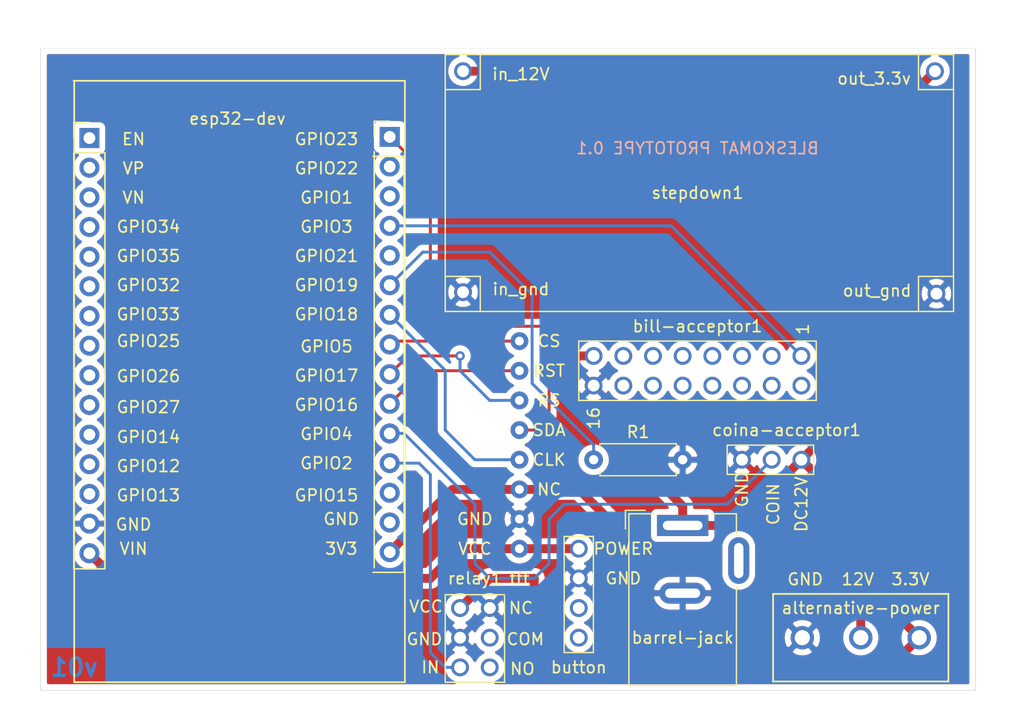
<source format=kicad_pcb>
(kicad_pcb (version 20171130) (host pcbnew 5.1.6-c6e7f7d~87~ubuntu18.04.1)

  (general
    (thickness 1.6)
    (drawings 6)
    (tracks 82)
    (zones 0)
    (modules 10)
    (nets 33)
  )

  (page A4)
  (layers
    (0 F.Cu signal)
    (31 B.Cu signal)
    (32 B.Adhes user)
    (33 F.Adhes user)
    (34 B.Paste user)
    (35 F.Paste user)
    (36 B.SilkS user)
    (37 F.SilkS user)
    (38 B.Mask user)
    (39 F.Mask user)
    (40 Dwgs.User user)
    (41 Cmts.User user)
    (42 Eco1.User user)
    (43 Eco2.User user)
    (44 Edge.Cuts user)
    (45 Margin user)
    (46 B.CrtYd user)
    (47 F.CrtYd user)
    (48 B.Fab user)
    (49 F.Fab user)
  )

  (setup
    (last_trace_width 0.25)
    (user_trace_width 0.762)
    (trace_clearance 0.2)
    (zone_clearance 0.508)
    (zone_45_only no)
    (trace_min 0.2)
    (via_size 0.8)
    (via_drill 0.4)
    (via_min_size 0.4)
    (via_min_drill 0.3)
    (uvia_size 0.3)
    (uvia_drill 0.1)
    (uvias_allowed no)
    (uvia_min_size 0.2)
    (uvia_min_drill 0.1)
    (edge_width 0.05)
    (segment_width 0.2)
    (pcb_text_width 0.3)
    (pcb_text_size 1.5 1.5)
    (mod_edge_width 0.12)
    (mod_text_size 1 1)
    (mod_text_width 0.15)
    (pad_size 1.524 1.524)
    (pad_drill 1.02)
    (pad_to_mask_clearance 0.05)
    (aux_axis_origin 0 0)
    (visible_elements FFFFFF7F)
    (pcbplotparams
      (layerselection 0x010f0_ffffffff)
      (usegerberextensions true)
      (usegerberattributes true)
      (usegerberadvancedattributes true)
      (creategerberjobfile true)
      (excludeedgelayer true)
      (linewidth 0.100000)
      (plotframeref false)
      (viasonmask false)
      (mode 1)
      (useauxorigin false)
      (hpglpennumber 1)
      (hpglpenspeed 20)
      (hpglpendiameter 15.000000)
      (psnegative false)
      (psa4output false)
      (plotreference true)
      (plotvalue false)
      (plotinvisibletext false)
      (padsonsilk false)
      (subtractmaskfromsilk false)
      (outputformat 1)
      (mirror false)
      (drillshape 0)
      (scaleselection 1)
      (outputdirectory "gerbers/"))
  )

  (net 0 "")
  (net 1 "Net-(U1-Pad27)")
  (net 2 "Net-(U1-Pad24)")
  (net 3 "Net-(U1-Pad22)")
  (net 4 "Net-(U1-Pad21)")
  (net 5 "Net-(U1-Pad20)")
  (net 6 "Net-(U1-Pad18)")
  (net 7 "Net-(U1-Pad17)")
  (net 8 "Net-(U1-Pad15)")
  (net 9 "Net-(U1-Pad13)")
  (net 10 "Net-(U1-Pad12)")
  (net 11 "Net-(U1-Pad11)")
  (net 12 "Net-(U1-Pad10)")
  (net 13 "Net-(U1-Pad9)")
  (net 14 "Net-(U1-Pad8)")
  (net 15 "Net-(U1-Pad5)")
  (net 16 "Net-(U1-Pad19)")
  (net 17 "Net-(U1-Pad23)")
  (net 18 "Net-(U1-Pad26)")
  (net 19 "Net-(U1-Pad28)")
  (net 20 "Net-(U1-Pad29)")
  (net 21 "Net-(U1-Pad30)")
  (net 22 "Net-(U1-Pad7)")
  (net 23 "Net-(U1-Pad6)")
  (net 24 "Net-(U1-Pad4)")
  (net 25 "Net-(U1-Pad3)")
  (net 26 "Net-(U1-Pad2)")
  (net 27 "Net-(U1-Pad1)")
  (net 28 GND)
  (net 29 "Net-(J1-Pad2)")
  (net 30 "Net-(coina-acceptor1-Pad3)")
  (net 31 "Net-(J1-Pad3)")
  (net 32 "Net-(R1-Pad1)")

  (net_class Default "This is the default net class."
    (clearance 0.2)
    (trace_width 0.25)
    (via_dia 0.8)
    (via_drill 0.4)
    (uvia_dia 0.3)
    (uvia_drill 0.1)
    (add_net GND)
    (add_net "Net-(J1-Pad2)")
    (add_net "Net-(J1-Pad3)")
    (add_net "Net-(R1-Pad1)")
    (add_net "Net-(U1-Pad1)")
    (add_net "Net-(U1-Pad10)")
    (add_net "Net-(U1-Pad11)")
    (add_net "Net-(U1-Pad12)")
    (add_net "Net-(U1-Pad13)")
    (add_net "Net-(U1-Pad15)")
    (add_net "Net-(U1-Pad17)")
    (add_net "Net-(U1-Pad18)")
    (add_net "Net-(U1-Pad19)")
    (add_net "Net-(U1-Pad2)")
    (add_net "Net-(U1-Pad20)")
    (add_net "Net-(U1-Pad21)")
    (add_net "Net-(U1-Pad22)")
    (add_net "Net-(U1-Pad23)")
    (add_net "Net-(U1-Pad24)")
    (add_net "Net-(U1-Pad26)")
    (add_net "Net-(U1-Pad27)")
    (add_net "Net-(U1-Pad28)")
    (add_net "Net-(U1-Pad29)")
    (add_net "Net-(U1-Pad3)")
    (add_net "Net-(U1-Pad30)")
    (add_net "Net-(U1-Pad4)")
    (add_net "Net-(U1-Pad5)")
    (add_net "Net-(U1-Pad6)")
    (add_net "Net-(U1-Pad7)")
    (add_net "Net-(U1-Pad8)")
    (add_net "Net-(U1-Pad9)")
    (add_net "Net-(coina-acceptor1-Pad3)")
  )

  (module bleskomat-board:BarrelJack_Wuerth_6941xx301002 (layer F.Cu) (tedit 5FA83A17) (tstamp 5FA68969)
    (at 154.94 100.88)
    (descr "Wuerth electronics barrel jack connector (5.5mm outher diameter, inner diameter 2.05mm or 2.55mm depending on exact order number), See: http://katalog.we-online.de/em/datasheet/6941xx301002.pdf")
    (tags "connector barrel jack")
    (path /5FA57484)
    (fp_text reference barrel-jack (at 0 9.61) (layer F.SilkS)
      (effects (font (size 1 1) (thickness 0.15)))
    )
    (fp_text value 12V-SOCKET (at 0 12.15) (layer F.Fab)
      (effects (font (size 1 1) (thickness 0.15)))
    )
    (fp_line (start 5 14.1) (end 5 5.5) (layer F.CrtYd) (width 0.05))
    (fp_line (start 4.6 5.2) (end 4.6 13.7) (layer F.SilkS) (width 0.12))
    (fp_line (start -4.5 0.1) (end -3.5 -0.9) (layer F.Fab) (width 0.1))
    (fp_line (start 4.5 -0.9) (end -3.5 -0.9) (layer F.Fab) (width 0.1))
    (fp_line (start 4.5 -0.9) (end 4.5 13.6) (layer F.Fab) (width 0.1))
    (fp_line (start 4.5 13.6) (end -4.5 13.6) (layer F.Fab) (width 0.1))
    (fp_line (start -4.5 13.6) (end -4.5 0.1) (layer F.Fab) (width 0.1))
    (fp_line (start 4.6 13.7) (end -4.6 13.7) (layer F.SilkS) (width 0.12))
    (fp_line (start -4.6 13.7) (end -4.6 -1) (layer F.SilkS) (width 0.12))
    (fp_line (start 2.5 -1) (end 4.6 -1) (layer F.SilkS) (width 0.12))
    (fp_line (start 4.6 -1) (end 4.6 0.8) (layer F.SilkS) (width 0.12))
    (fp_line (start -3.2 -1.3) (end -4.9 -1.3) (layer F.SilkS) (width 0.12))
    (fp_line (start -4.9 -1.3) (end -4.9 0.3) (layer F.SilkS) (width 0.12))
    (fp_line (start 5 -1.4) (end -5 -1.4) (layer F.CrtYd) (width 0.05))
    (fp_line (start -5 -1.4) (end -5 14.1) (layer F.CrtYd) (width 0.05))
    (fp_line (start -5 14.1) (end 5 14.1) (layer F.CrtYd) (width 0.05))
    (fp_line (start 5 0.5) (end 5 -1.4) (layer F.CrtYd) (width 0.05))
    (fp_line (start 6.2 0.5) (end 6.2 5.5) (layer F.CrtYd) (width 0.05))
    (fp_line (start 6.2 5.5) (end 5 5.5) (layer F.CrtYd) (width 0.05))
    (fp_line (start 6.2 0.5) (end 5 0.5) (layer F.CrtYd) (width 0.05))
    (fp_line (start -4.6 -1) (end -2.5 -1) (layer F.SilkS) (width 0.12))
    (fp_text user %R (at 0 7.5) (layer F.Fab)
      (effects (font (size 1 1) (thickness 0.15)))
    )
    (pad 1 thru_hole rect (at 0 0) (size 4.399999 1.8) (drill oval 3.400001 0.8) (layers *.Cu *.Mask)
      (net 29 "Net-(J1-Pad2)"))
    (pad 2 thru_hole oval (at 0 5.8) (size 4 1.8) (drill oval 3 0.8) (layers *.Cu *.Mask)
      (net 28 GND))
    (pad 3 thru_hole oval (at 4.8 3 90) (size 4 1.8) (drill oval 3 0.8) (layers *.Cu *.Mask))
    (model ${KISYS3DMOD}/Connector_BarrelJack.3dshapes/BarrelJack_Wuerth_6941xx301002.wrl
      (at (xyz 0 0 0))
      (scale (xyz 1 1 1))
      (rotate (xyz 0 0 0))
    )
  )

  (module bleskomat-board:button-connector (layer F.Cu) (tedit 5FA83A2F) (tstamp 5FA68837)
    (at 146.05 102.87 180)
    (path /5F9DEBCB)
    (fp_text reference button (at 0 -10.16) (layer F.SilkS)
      (effects (font (size 1 1) (thickness 0.15)))
    )
    (fp_text value button (at 0 -10.16) (layer F.Fab)
      (effects (font (size 1 1) (thickness 0.15)))
    )
    (fp_line (start 1.25 1.05) (end 1.25 -8.89) (layer F.SilkS) (width 0.12))
    (fp_line (start -1.25 -8.89) (end -1.25 1.05) (layer F.SilkS) (width 0.12))
    (fp_line (start -1.25 -8.89) (end 1.25 -8.89) (layer F.SilkS) (width 0.12))
    (fp_line (start 1.25 1.05) (end -1.25 1.05) (layer F.SilkS) (width 0.12))
    (fp_text user GND (at -3.81 -2.54) (layer F.SilkS)
      (effects (font (size 1 1) (thickness 0.15)))
    )
    (fp_text user POWER (at -3.81 0) (layer F.SilkS)
      (effects (font (size 1 1) (thickness 0.15)))
    )
    (pad 4 thru_hole circle (at 0 -7.62 180) (size 1.524 1.524) (drill 1.02) (layers *.Cu *.Mask))
    (pad 3 thru_hole circle (at 0 -5.08 180) (size 1.524 1.524) (drill 1.02) (layers *.Cu *.Mask))
    (pad 2 thru_hole circle (at 0 -2.54 180) (size 1.524 1.524) (drill 1.02) (layers *.Cu *.Mask)
      (net 28 GND))
    (pad 1 thru_hole circle (at 0 0 180) (size 1.524 1.524) (drill 1.02) (layers *.Cu *.Mask)
      (net 8 "Net-(U1-Pad15)"))
  )

  (module bleskomat-board:stepdown (layer F.Cu) (tedit 5FA1C9A7) (tstamp 5FA47436)
    (at 134.62 82.55)
    (path /5FA61144)
    (fp_text reference stepdown1 (at 21.59 -10.16) (layer F.SilkS)
      (effects (font (size 1 1) (thickness 0.15)))
    )
    (fp_text value stepdown-connector (at 22.479 1.27) (layer F.Fab)
      (effects (font (size 1 1) (thickness 0.15)))
    )
    (fp_line (start 0 0) (end 43.5 0) (layer F.SilkS) (width 0.12))
    (fp_line (start 0 0) (end 0 -22) (layer F.SilkS) (width 0.12))
    (fp_line (start 0 -22) (end 43.5 -22) (layer F.SilkS) (width 0.12))
    (fp_line (start 43.5 -22) (end 43.5 0) (layer F.SilkS) (width 0.12))
    (fp_line (start 3 0) (end 3 -3) (layer F.SilkS) (width 0.12))
    (fp_line (start 3 -3) (end 0 -3) (layer F.SilkS) (width 0.12))
    (fp_line (start 3 -22) (end 3 -19) (layer F.SilkS) (width 0.12))
    (fp_line (start 3 -19) (end 0 -19) (layer F.SilkS) (width 0.12))
    (fp_line (start 40.5 -22) (end 40.5 -19) (layer F.SilkS) (width 0.12))
    (fp_line (start 40.5 -19) (end 43.5 -19) (layer F.SilkS) (width 0.12))
    (fp_line (start 40.5 0) (end 40.5 -3) (layer F.SilkS) (width 0.12))
    (fp_line (start 43.5 -3) (end 40.5 -3) (layer F.SilkS) (width 0.12))
    (fp_text user out_gnd (at 36.957 -1.778) (layer F.SilkS)
      (effects (font (size 1 1) (thickness 0.15)))
    )
    (fp_text user out_3.3v (at 36.703 -19.939) (layer F.SilkS)
      (effects (font (size 1 1) (thickness 0.15)))
    )
    (fp_text user in_12V (at 6.477 -20.32) (layer F.SilkS)
      (effects (font (size 1 1) (thickness 0.15)))
    )
    (fp_text user in_gnd (at 6.477 -1.905) (layer F.SilkS)
      (effects (font (size 1 1) (thickness 0.15)))
    )
    (pad 3 thru_hole circle (at 42.037 -1.524) (size 1.524 1.524) (drill 1.02) (layers *.Cu *.Mask)
      (net 28 GND))
    (pad 4 thru_hole circle (at 41.91 -20.574) (size 1.524 1.524) (drill 1.02) (layers *.Cu *.Mask)
      (net 31 "Net-(J1-Pad3)"))
    (pad 2 thru_hole circle (at 1.524 -20.574) (size 1.524 1.524) (drill 1.02) (layers *.Cu *.Mask)
      (net 29 "Net-(J1-Pad2)"))
    (pad 1 thru_hole circle (at 1.524 -1.651) (size 1.524 1.524) (drill 1.02) (layers *.Cu *.Mask)
      (net 28 GND))
  )

  (module bleskomat-board:relay-temporary-connector (layer F.Cu) (tedit 5FA3FE96) (tstamp 5FA68BAC)
    (at 138.43 113.03)
    (path /5FA237E3)
    (fp_text reference relay1 (at -1.27 -7.62) (layer F.SilkS)
      (effects (font (size 1 1) (thickness 0.15)))
    )
    (fp_text value relay-connector (at 0.127 -20.701) (layer F.Fab)
      (effects (font (size 1 1) (thickness 0.15)))
    )
    (fp_line (start -3.81 1.27) (end 1.27 1.27) (layer F.SilkS) (width 0.12))
    (fp_line (start -3.81 -6.223) (end 1.27 -6.223) (layer F.SilkS) (width 0.12))
    (fp_line (start 1.27 -6.096) (end 1.27 1.27) (layer F.SilkS) (width 0.12))
    (fp_line (start -3.81 -6.223) (end -3.81 1.27) (layer F.SilkS) (width 0.12))
    (fp_text user VCC (at -5.461 -5.207) (layer F.SilkS)
      (effects (font (size 1 1) (thickness 0.15)))
    )
    (fp_text user GND (at -5.588 -2.413) (layer F.SilkS)
      (effects (font (size 1 1) (thickness 0.15)))
    )
    (fp_text user IN (at -5.08 0) (layer F.SilkS)
      (effects (font (size 1 1) (thickness 0.15)))
    )
    (fp_text user NC (at 2.667 -5.08) (layer F.SilkS)
      (effects (font (size 1 1) (thickness 0.15)))
    )
    (fp_text user COM (at 3.048 -2.413) (layer F.SilkS)
      (effects (font (size 1 1) (thickness 0.15)))
    )
    (fp_text user NO (at 2.794 0.127) (layer F.SilkS)
      (effects (font (size 1 1) (thickness 0.15)))
    )
    (pad 5 thru_hole circle (at -2.54 -2.54) (size 1.524 1.524) (drill 1.02) (layers *.Cu *.Mask)
      (net 28 GND))
    (pad 4 thru_hole circle (at -2.54 0) (size 1.524 1.524) (drill 1.02) (layers *.Cu *.Mask)
      (net 16 "Net-(U1-Pad19)"))
    (pad 6 thru_hole circle (at -2.54 -5.08) (size 1.524 1.524) (drill 1.02) (layers *.Cu *.Mask)
      (net 31 "Net-(J1-Pad3)"))
    (pad 1 thru_hole circle (at 0 0) (size 1.524 1.524) (drill 1.02) (layers *.Cu *.Mask))
    (pad 2 thru_hole circle (at 0 -2.54) (size 1.524 1.524) (drill 1.02) (layers *.Cu *.Mask)
      (net 30 "Net-(coina-acceptor1-Pad3)"))
    (pad 3 thru_hole circle (at 0 -5.08) (size 1.524 1.524) (drill 1.02) (layers *.Cu *.Mask)
      (net 28 GND))
  )

  (module bleskomat-board:R_Axial_DIN0207_L6.3mm_D2.5mm_P7.62mm_Horizontal (layer F.Cu) (tedit 5FA839FF) (tstamp 5FA689B7)
    (at 147.32 95.25)
    (descr "Resistor, Axial_DIN0207 series, Axial, Horizontal, pin pitch=7.62mm, 0.25W = 1/4W, length*diameter=6.3*2.5mm^2, http://cdn-reichelt.de/documents/datenblatt/B400/1_4W%23YAG.pdf")
    (tags "Resistor Axial_DIN0207 series Axial Horizontal pin pitch 7.62mm 0.25W = 1/4W length 6.3mm diameter 2.5mm")
    (path /5F9EA67F)
    (fp_text reference R1 (at 3.81 -2.37) (layer F.SilkS)
      (effects (font (size 1 1) (thickness 0.15)))
    )
    (fp_text value 10k (at 3.81 2.37) (layer F.Fab)
      (effects (font (size 1 1) (thickness 0.15)))
    )
    (fp_line (start 8.67 -1.5) (end -1.05 -1.5) (layer F.CrtYd) (width 0.05))
    (fp_line (start 8.67 1.5) (end 8.67 -1.5) (layer F.CrtYd) (width 0.05))
    (fp_line (start -1.05 1.5) (end 8.67 1.5) (layer F.CrtYd) (width 0.05))
    (fp_line (start -1.05 -1.5) (end -1.05 1.5) (layer F.CrtYd) (width 0.05))
    (fp_line (start 7.08 1.37) (end 7.08 1.04) (layer F.SilkS) (width 0.12))
    (fp_line (start 0.54 1.37) (end 7.08 1.37) (layer F.SilkS) (width 0.12))
    (fp_line (start 0.54 1.04) (end 0.54 1.37) (layer F.SilkS) (width 0.12))
    (fp_line (start 7.08 -1.37) (end 7.08 -1.04) (layer F.SilkS) (width 0.12))
    (fp_line (start 0.54 -1.37) (end 7.08 -1.37) (layer F.SilkS) (width 0.12))
    (fp_line (start 0.54 -1.04) (end 0.54 -1.37) (layer F.SilkS) (width 0.12))
    (fp_line (start 7.62 0) (end 6.96 0) (layer F.Fab) (width 0.1))
    (fp_line (start 0 0) (end 0.66 0) (layer F.Fab) (width 0.1))
    (fp_line (start 6.96 -1.25) (end 0.66 -1.25) (layer F.Fab) (width 0.1))
    (fp_line (start 6.96 1.25) (end 6.96 -1.25) (layer F.Fab) (width 0.1))
    (fp_line (start 0.66 1.25) (end 6.96 1.25) (layer F.Fab) (width 0.1))
    (fp_line (start 0.66 -1.25) (end 0.66 1.25) (layer F.Fab) (width 0.1))
    (fp_text user %R (at 3.81 0) (layer F.Fab)
      (effects (font (size 1 1) (thickness 0.15)))
    )
    (pad 2 thru_hole oval (at 7.62 0) (size 1.6 1.6) (drill 0.8) (layers *.Cu *.Mask)
      (net 28 GND))
    (pad 1 thru_hole circle (at 0 0) (size 1.6 1.6) (drill 0.8) (layers *.Cu *.Mask)
      (net 32 "Net-(R1-Pad1)"))
    (model ${KISYS3DMOD}/Resistor_THT.3dshapes/R_Axial_DIN0207_L6.3mm_D2.5mm_P7.62mm_Horizontal.wrl
      (at (xyz 0 0 0))
      (scale (xyz 1 1 1))
      (rotate (xyz 0 0 0))
    )
  )

  (module bleskomat-board:TerminalBlock_5mm (layer F.Cu) (tedit 5A58AFCC) (tstamp 5FA473D6)
    (at 170.18 110.49)
    (path /5FA8C619)
    (fp_text reference alternative-power (at 0 -2.54) (layer F.SilkS)
      (effects (font (size 1 1) (thickness 0.15)))
    )
    (fp_text value Screw_Terminal_01x03 (at 0.25 -6.75) (layer F.Fab)
      (effects (font (size 1 1) (thickness 0.15)))
    )
    (fp_line (start -7.5 3.75) (end 7.5 3.75) (layer F.SilkS) (width 0.15))
    (fp_line (start 7.5 3.75) (end 7.5 -3.75) (layer F.SilkS) (width 0.15))
    (fp_line (start 7.5 -3.75) (end -7.5 -3.75) (layer F.SilkS) (width 0.15))
    (fp_line (start -7.5 3.75) (end -7.5 -3.75) (layer F.SilkS) (width 0.15))
    (fp_text user GND (at -4.75 -5) (layer F.SilkS)
      (effects (font (size 1 1) (thickness 0.15)))
    )
    (fp_text user 12V (at -0.25 -5) (layer F.SilkS)
      (effects (font (size 1 1) (thickness 0.15)))
    )
    (fp_text user 3.3V (at 4.25 -5) (layer F.SilkS)
      (effects (font (size 1 1) (thickness 0.15)))
    )
    (pad 3 thru_hole circle (at 5 0) (size 2 2) (drill 1.3) (layers *.Cu *.Mask)
      (net 31 "Net-(J1-Pad3)"))
    (pad 2 thru_hole circle (at 0 0) (size 2 2) (drill 1.3) (layers *.Cu *.Mask)
      (net 29 "Net-(J1-Pad2)"))
    (pad 1 thru_hole circle (at -5 0) (size 2 2) (drill 1.3) (layers *.Cu *.Mask)
      (net 28 GND))
  )

  (module bleskomat-board:coinacceptor-connector (layer F.Cu) (tedit 5FA83A3C) (tstamp 5FA68861)
    (at 165.1 95.25 90)
    (path /5FA47582)
    (fp_text reference coina-acceptor1 (at 2.54 -1.27 180) (layer F.SilkS)
      (effects (font (size 1 1) (thickness 0.15)))
    )
    (fp_text value coinacceptor-connector (at 0.508 -8.509 90) (layer F.Fab)
      (effects (font (size 1 1) (thickness 0.15)))
    )
    (fp_line (start 1.25 1.05) (end -1.25 1.05) (layer F.SilkS) (width 0.12))
    (fp_line (start -1.25 -6.35) (end 1.25 -6.35) (layer F.SilkS) (width 0.12))
    (fp_line (start -1.25 -6.35) (end -1.25 1.05) (layer F.SilkS) (width 0.12))
    (fp_line (start 1.25 1.05) (end 1.25 -6.35) (layer F.SilkS) (width 0.12))
    (fp_text user DC12V (at -3.81 0 90) (layer F.SilkS)
      (effects (font (size 1 1) (thickness 0.15)))
    )
    (fp_text user COIN (at -3.81 -2.413 90) (layer F.SilkS)
      (effects (font (size 1 1) (thickness 0.15)))
    )
    (fp_text user GND (at -2.54 -5.08 90) (layer F.SilkS)
      (effects (font (size 1 1) (thickness 0.15)))
    )
    (pad 1 thru_hole circle (at 0 0 90) (size 1.524 1.524) (drill 1.02) (layers *.Cu *.Mask)
      (net 29 "Net-(J1-Pad2)"))
    (pad 2 thru_hole circle (at 0 -2.54 90) (size 1.524 1.524) (drill 1.02) (layers *.Cu *.Mask)
      (net 5 "Net-(U1-Pad20)"))
    (pad 3 thru_hole circle (at 0 -5.08 90) (size 1.524 1.524) (drill 1.02) (layers *.Cu *.Mask)
      (net 28 GND))
  )

  (module bleskomat-board:billacceptor-connector (layer F.Cu) (tedit 5FA1C5FF) (tstamp 5FA6891B)
    (at 165.1 86.36 90)
    (path /5FA76402)
    (fp_text reference bill-acceptor1 (at 2.54 -8.89 180) (layer F.SilkS)
      (effects (font (size 1 1) (thickness 0.15)))
    )
    (fp_text value billacceptor-connector (at 0.127 -20.701 90) (layer F.Fab)
      (effects (font (size 1 1) (thickness 0.15)))
    )
    (fp_line (start 1.27 -19.05) (end -3.81 -19.05) (layer F.SilkS) (width 0.12))
    (fp_line (start -3.81 -19.05) (end -3.81 1.27) (layer F.SilkS) (width 0.12))
    (fp_line (start 1.27 1.27) (end 1.27 -19.05) (layer F.SilkS) (width 0.12))
    (fp_line (start -3.81 1.27) (end 1.27 1.27) (layer F.SilkS) (width 0.12))
    (fp_text user 16 (at -5.334 -17.78 90) (layer F.SilkS)
      (effects (font (size 1 1) (thickness 0.15)))
    )
    (fp_text user 1 (at 2.286 0.127 90) (layer F.SilkS)
      (effects (font (size 1 1) (thickness 0.15)))
    )
    (pad 4 thru_hole circle (at -2.54 -2.54 90) (size 1.524 1.524) (drill 1.02) (layers *.Cu *.Mask))
    (pad 2 thru_hole circle (at -2.54 0 90) (size 1.524 1.524) (drill 1.02) (layers *.Cu *.Mask))
    (pad 16 thru_hole circle (at -2.54 -17.78 90) (size 1.524 1.524) (drill 1.02) (layers *.Cu *.Mask)
      (net 28 GND))
    (pad 14 thru_hole circle (at -2.54 -15.24 90) (size 1.524 1.524) (drill 1.02) (layers *.Cu *.Mask))
    (pad 12 thru_hole circle (at -2.54 -12.7 90) (size 1.524 1.524) (drill 1.02) (layers *.Cu *.Mask))
    (pad 10 thru_hole circle (at -2.54 -10.16 90) (size 1.524 1.524) (drill 1.02) (layers *.Cu *.Mask))
    (pad 8 thru_hole circle (at -2.54 -7.62 90) (size 1.524 1.524) (drill 1.02) (layers *.Cu *.Mask))
    (pad 6 thru_hole circle (at -2.54 -5.08 90) (size 1.524 1.524) (drill 1.02) (layers *.Cu *.Mask))
    (pad 1 thru_hole circle (at 0 0 90) (size 1.524 1.524) (drill 1.02) (layers *.Cu *.Mask)
      (net 1 "Net-(U1-Pad27)"))
    (pad 3 thru_hole circle (at 0 -2.54 90) (size 1.524 1.524) (drill 1.02) (layers *.Cu *.Mask))
    (pad 5 thru_hole circle (at 0 -5.08 90) (size 1.524 1.524) (drill 1.02) (layers *.Cu *.Mask))
    (pad 7 thru_hole circle (at 0 -7.62 90) (size 1.524 1.524) (drill 1.02) (layers *.Cu *.Mask))
    (pad 9 thru_hole circle (at 0 -10.16 90) (size 1.524 1.524) (drill 1.02) (layers *.Cu *.Mask))
    (pad 11 thru_hole circle (at 0 -12.7 90) (size 1.524 1.524) (drill 1.02) (layers *.Cu *.Mask))
    (pad 13 thru_hole circle (at 0 -15.24 90) (size 1.524 1.524) (drill 1.02) (layers *.Cu *.Mask))
    (pad 15 thru_hole circle (at 0 -17.78 90) (size 1.524 1.524) (drill 1.02) (layers *.Cu *.Mask)
      (net 29 "Net-(J1-Pad2)"))
  )

  (module bleskomat-board:tft-connector (layer F.Cu) (tedit 5FA839EB) (tstamp 5FA688D9)
    (at 140.97 92.71)
    (path /5F96F1AF)
    (fp_text reference tft (at 0 12.7) (layer F.SilkS)
      (effects (font (size 1 1) (thickness 0.15)))
    )
    (fp_text value tft-connector (at 3.81 -10.16) (layer F.Fab)
      (effects (font (size 1 1) (thickness 0.15)))
    )
    (fp_text user RS (at 2.54 -2.54) (layer F.SilkS)
      (effects (font (size 1 1) (thickness 0.15)))
    )
    (fp_text user NC (at 2.54 5.08) (layer F.SilkS)
      (effects (font (size 1 1) (thickness 0.15)))
    )
    (fp_text user SDA (at 2.54 0) (layer F.SilkS)
      (effects (font (size 1 1) (thickness 0.15)))
    )
    (fp_text user CLK (at 2.54 2.54) (layer F.SilkS)
      (effects (font (size 1 1) (thickness 0.15)))
    )
    (fp_text user GND (at -3.81 7.62) (layer F.SilkS)
      (effects (font (size 1 1) (thickness 0.15)))
    )
    (fp_text user VCC (at -3.81 10.16) (layer F.SilkS)
      (effects (font (size 1 1) (thickness 0.15)))
    )
    (fp_text user RST (at 2.54 -5.08) (layer F.SilkS)
      (effects (font (size 1 1) (thickness 0.15)))
    )
    (fp_text user CS (at 2.54 -7.62) (layer F.SilkS)
      (effects (font (size 1 1) (thickness 0.15)))
    )
    (pad 8 thru_hole circle (at 0 10.16) (size 1.524 1.524) (drill 0.762) (layers *.Cu *.Mask)
      (net 8 "Net-(U1-Pad15)"))
    (pad 7 thru_hole circle (at 0 7.62) (size 1.524 1.524) (drill 0.762) (layers *.Cu *.Mask)
      (net 28 GND))
    (pad 6 thru_hole circle (at 0 5.08) (size 1.524 1.524) (drill 0.762) (layers *.Cu *.Mask)
      (net 31 "Net-(J1-Pad3)"))
    (pad 5 thru_hole circle (at 0 2.54) (size 1.524 1.524) (drill 0.762) (layers *.Cu *.Mask)
      (net 2 "Net-(U1-Pad24)"))
    (pad 4 thru_hole circle (at 0 0) (size 1.524 1.524) (drill 0.762) (layers *.Cu *.Mask)
      (net 21 "Net-(U1-Pad30)"))
    (pad 3 thru_hole circle (at 0 -2.54) (size 1.524 1.524) (drill 0.762) (layers *.Cu *.Mask)
      (net 3 "Net-(U1-Pad22)"))
    (pad 2 thru_hole circle (at 0 -5.08) (size 1.524 1.524) (drill 0.762) (layers *.Cu *.Mask)
      (net 4 "Net-(U1-Pad21)"))
    (pad 1 thru_hole circle (at 0 -7.62) (size 1.524 1.524) (drill 0.762) (layers *.Cu *.Mask)
      (net 17 "Net-(U1-Pad23)"))
  )

  (module bleskomat-board:ESP32_Devkit_DOIT_V2 (layer F.Cu) (tedit 5F99B4B4) (tstamp 5FA68A75)
    (at 102.87 114.3)
    (descr "Through hole straight pin header, 1x15, 2.54mm pitch, single row")
    (tags "Through hole pin header THT 1x15 2.54mm single row")
    (path /5F9C4134)
    (fp_text reference esp32-dev (at 13.97 -48.26) (layer F.SilkS)
      (effects (font (size 1 1) (thickness 0.15)))
    )
    (fp_text value esp32 (at 11.43 -2.54) (layer F.Fab)
      (effects (font (size 1 1) (thickness 0.15)))
    )
    (fp_line (start -0.03 -47.93) (end 1.3 -47.93) (layer F.SilkS) (width 0.12))
    (fp_line (start -0.03 -46.6) (end -0.03 -47.93) (layer F.SilkS) (width 0.12))
    (fp_line (start -0.03 -45.33) (end 2.63 -45.33) (layer F.SilkS) (width 0.12))
    (fp_line (start 2.63 -45.33) (end 2.63 -9.71) (layer F.SilkS) (width 0.12))
    (fp_line (start -0.03 -45.33) (end -0.03 -9.71) (layer F.SilkS) (width 0.12))
    (fp_line (start -0.03 -9.71) (end 2.63 -9.71) (layer F.SilkS) (width 0.12))
    (fp_line (start 0.03 -47.235) (end 0.665 -47.87) (layer F.Fab) (width 0.1))
    (fp_line (start 0.03 -9.77) (end 0.03 -47.235) (layer F.Fab) (width 0.1))
    (fp_line (start 2.57 -9.77) (end 0.03 -9.77) (layer F.Fab) (width 0.1))
    (fp_line (start 2.57 -47.87) (end 2.57 -9.77) (layer F.Fab) (width 0.1))
    (fp_line (start 0.665 -47.87) (end 2.57 -47.87) (layer F.Fab) (width 0.1))
    (fp_line (start 0.665 -47.87) (end 2.57 -47.87) (layer F.Fab) (width 0.1))
    (fp_line (start 2.57 -47.87) (end 2.57 -9.77) (layer F.Fab) (width 0.1))
    (fp_line (start 2.57 -9.77) (end 0.03 -9.77) (layer F.Fab) (width 0.1))
    (fp_line (start 0.03 -9.77) (end 0.03 -47.235) (layer F.Fab) (width 0.1))
    (fp_line (start 0.03 -47.235) (end 0.665 -47.87) (layer F.Fab) (width 0.1))
    (fp_line (start -0.03 -9.71) (end 2.63 -9.71) (layer F.SilkS) (width 0.12))
    (fp_line (start -0.03 -45.33) (end -0.03 -9.71) (layer F.SilkS) (width 0.12))
    (fp_line (start 2.63 -45.33) (end 2.63 -9.71) (layer F.SilkS) (width 0.12))
    (fp_line (start -0.03 -45.33) (end 2.63 -45.33) (layer F.SilkS) (width 0.12))
    (fp_line (start -0.03 -46.6) (end -0.03 -47.93) (layer F.SilkS) (width 0.12))
    (fp_line (start -0.03 -47.93) (end 1.3 -47.93) (layer F.SilkS) (width 0.12))
    (fp_line (start 25.67 -48.03) (end 27 -48.03) (layer F.SilkS) (width 0.12))
    (fp_line (start 25.67 -46.7) (end 25.67 -48.03) (layer F.SilkS) (width 0.12))
    (fp_line (start 25.57 -45.03) (end 28.23 -45.03) (layer F.SilkS) (width 0.12))
    (fp_line (start 28.23 -45.03) (end 28.23 -9.41) (layer F.SilkS) (width 0.12))
    (fp_line (start 25.67 -45.43) (end 25.67 -9.81) (layer F.SilkS) (width 0.12))
    (fp_line (start 25.57 -9.41) (end 28.23 -9.41) (layer F.SilkS) (width 0.12))
    (fp_line (start 25.73 -47.335) (end 26.365 -47.97) (layer F.Fab) (width 0.1))
    (fp_line (start 25.73 -9.87) (end 25.73 -47.335) (layer F.Fab) (width 0.1))
    (fp_line (start 28.27 -9.47) (end 25.73 -9.47) (layer F.Fab) (width 0.1))
    (fp_line (start 28.27 -47.57) (end 28.27 -9.47) (layer F.Fab) (width 0.1))
    (fp_line (start 26.365 -47.57) (end 28.27 -47.57) (layer F.Fab) (width 0.1))
    (fp_line (start 26.365 -47.57) (end 28.27 -47.57) (layer F.Fab) (width 0.1))
    (fp_line (start 28.27 -47.57) (end 28.27 -9.47) (layer F.Fab) (width 0.1))
    (fp_line (start 28.27 -9.47) (end 25.73 -9.47) (layer F.Fab) (width 0.1))
    (fp_line (start 25.73 -9.87) (end 25.73 -47.335) (layer F.Fab) (width 0.1))
    (fp_line (start 25.73 -47.335) (end 26.365 -47.97) (layer F.Fab) (width 0.1))
    (fp_line (start 25.57 -9.41) (end 28.23 -9.41) (layer F.SilkS) (width 0.12))
    (fp_line (start 25.67 -45.43) (end 25.67 -9.81) (layer F.SilkS) (width 0.12))
    (fp_line (start 28.23 -45.03) (end 28.23 -9.41) (layer F.SilkS) (width 0.12))
    (fp_line (start 25.57 -45.03) (end 28.23 -45.03) (layer F.SilkS) (width 0.12))
    (fp_line (start 25.67 -46.7) (end 25.67 -48.03) (layer F.SilkS) (width 0.12))
    (fp_line (start 25.67 -48.03) (end 27 -48.03) (layer F.SilkS) (width 0.12))
    (fp_line (start 28.3 0) (end 28.3 -43) (layer F.SilkS) (width 0.15))
    (fp_line (start 0 0) (end 28.3 0) (layer F.SilkS) (width 0.15))
    (fp_line (start 0 -51.4) (end 0 0) (layer F.SilkS) (width 0.15))
    (fp_line (start 28.3 -42.9) (end 28.3 -51.45) (layer F.SilkS) (width 0.15))
    (fp_line (start 28.3 -51.5) (end -0.05 -51.5) (layer F.SilkS) (width 0.15))
    (fp_text user GPIO23 (at 21.59 -46.5) (layer F.SilkS)
      (effects (font (size 1 1) (thickness 0.15)))
    )
    (fp_text user GPIO22 (at 21.59 -44) (layer F.SilkS)
      (effects (font (size 1 1) (thickness 0.15)))
    )
    (fp_text user GPIO1 (at 21.59 -41.5) (layer F.SilkS)
      (effects (font (size 1 1) (thickness 0.15)))
    )
    (fp_text user GPIO3 (at 21.59 -39) (layer F.SilkS)
      (effects (font (size 1 1) (thickness 0.15)))
    )
    (fp_text user GPIO21 (at 21.59 -36.5) (layer F.SilkS)
      (effects (font (size 1 1) (thickness 0.15)))
    )
    (fp_text user GPIO19 (at 21.59 -34) (layer F.SilkS)
      (effects (font (size 1 1) (thickness 0.15)))
    )
    (fp_text user GPIO18 (at 21.59 -31.5) (layer F.SilkS)
      (effects (font (size 1 1) (thickness 0.15)))
    )
    (fp_text user GPIO5 (at 21.59 -28.75) (layer F.SilkS)
      (effects (font (size 1 1) (thickness 0.15)))
    )
    (fp_text user GPIO17 (at 21.59 -26.25) (layer F.SilkS)
      (effects (font (size 1 1) (thickness 0.15)))
    )
    (fp_text user GPIO16 (at 21.59 -23.75) (layer F.SilkS)
      (effects (font (size 1 1) (thickness 0.15)))
    )
    (fp_text user GPIO4 (at 21.59 -21.25) (layer F.SilkS)
      (effects (font (size 1 1) (thickness 0.15)))
    )
    (fp_text user GPIO2 (at 21.59 -18.75) (layer F.SilkS)
      (effects (font (size 1 1) (thickness 0.15)))
    )
    (fp_text user GPIO15 (at 21.59 -16) (layer F.SilkS)
      (effects (font (size 1 1) (thickness 0.15)))
    )
    (fp_text user 3V3 (at 22.86 -11.43) (layer F.SilkS)
      (effects (font (size 1 1) (thickness 0.15)))
    )
    (fp_text user VIN (at 5.08 -11.43) (layer F.SilkS)
      (effects (font (size 1 1) (thickness 0.15)))
    )
    (fp_text user GND (at 22.86 -13.97) (layer F.SilkS)
      (effects (font (size 1 1) (thickness 0.15)))
    )
    (fp_text user GND (at 5.08 -13.5) (layer F.SilkS)
      (effects (font (size 1 1) (thickness 0.15)))
    )
    (fp_text user GPIO13 (at 6.35 -16) (layer F.SilkS)
      (effects (font (size 1 1) (thickness 0.15)))
    )
    (fp_text user GPIO12 (at 6.35 -18.5) (layer F.SilkS)
      (effects (font (size 1 1) (thickness 0.15)))
    )
    (fp_text user GPIO14 (at 6.35 -21) (layer F.SilkS)
      (effects (font (size 1 1) (thickness 0.15)))
    )
    (fp_text user GPIO27 (at 6.35 -23.55) (layer F.SilkS)
      (effects (font (size 1 1) (thickness 0.15)))
    )
    (fp_text user GPIO26 (at 6.35 -26.2) (layer F.SilkS)
      (effects (font (size 1 1) (thickness 0.15)))
    )
    (fp_text user GPIO25 (at 6.35 -29.21) (layer F.SilkS)
      (effects (font (size 1 1) (thickness 0.15)))
    )
    (fp_text user GPIO33 (at 6.35 -31.5) (layer F.SilkS)
      (effects (font (size 1 1) (thickness 0.15)))
    )
    (fp_text user GPIO32 (at 6.35 -34) (layer F.SilkS)
      (effects (font (size 1 1) (thickness 0.15)))
    )
    (fp_text user GPIO35 (at 6.35 -36.5) (layer F.SilkS)
      (effects (font (size 1 1) (thickness 0.15)))
    )
    (fp_text user GPIO34 (at 6.35 -39) (layer F.SilkS)
      (effects (font (size 1 1) (thickness 0.15)))
    )
    (fp_text user VN (at 5.08 -41.5) (layer F.SilkS)
      (effects (font (size 1 1) (thickness 0.15)))
    )
    (fp_text user VP (at 5.08 -44) (layer F.SilkS)
      (effects (font (size 1 1) (thickness 0.15)))
    )
    (fp_text user EN (at 5.08 -46.5) (layer F.SilkS)
      (effects (font (size 1 1) (thickness 0.15)))
    )
    (fp_text user %R (at 27 -28.92 90) (layer F.Fab)
      (effects (font (size 1 1) (thickness 0.15)))
    )
    (fp_text user %R (at 27 -28.92 90) (layer F.Fab)
      (effects (font (size 1 1) (thickness 0.15)))
    )
    (fp_text user %R (at 1.3 -28.82 90) (layer F.Fab)
      (effects (font (size 1 1) (thickness 0.15)))
    )
    (fp_text user %R (at 1.3 -28.82 90) (layer F.Fab)
      (effects (font (size 1 1) (thickness 0.15)))
    )
    (pad 16 thru_hole oval (at 27 -11.14) (size 1.7 1.7) (drill 1) (layers *.Cu *.Mask)
      (net 31 "Net-(J1-Pad3)"))
    (pad 17 thru_hole oval (at 27 -13.68) (size 1.7 1.7) (drill 1) (layers *.Cu *.Mask)
      (net 7 "Net-(U1-Pad17)"))
    (pad 18 thru_hole oval (at 27 -16.22) (size 1.7 1.7) (drill 1) (layers *.Cu *.Mask)
      (net 6 "Net-(U1-Pad18)"))
    (pad 19 thru_hole oval (at 27 -18.76) (size 1.7 1.7) (drill 1) (layers *.Cu *.Mask)
      (net 16 "Net-(U1-Pad19)"))
    (pad 20 thru_hole oval (at 27 -21.3) (size 1.7 1.7) (drill 1) (layers *.Cu *.Mask)
      (net 5 "Net-(U1-Pad20)"))
    (pad 21 thru_hole oval (at 27 -23.84) (size 1.7 1.7) (drill 1) (layers *.Cu *.Mask)
      (net 4 "Net-(U1-Pad21)"))
    (pad 22 thru_hole oval (at 27 -26.38) (size 1.7 1.7) (drill 1) (layers *.Cu *.Mask)
      (net 3 "Net-(U1-Pad22)"))
    (pad 23 thru_hole oval (at 27 -28.92) (size 1.7 1.7) (drill 1) (layers *.Cu *.Mask)
      (net 17 "Net-(U1-Pad23)"))
    (pad 24 thru_hole oval (at 27 -31.46) (size 1.7 1.7) (drill 1) (layers *.Cu *.Mask)
      (net 2 "Net-(U1-Pad24)"))
    (pad 25 thru_hole oval (at 27 -34) (size 1.7 1.7) (drill 1) (layers *.Cu *.Mask)
      (net 32 "Net-(R1-Pad1)"))
    (pad 26 thru_hole oval (at 27 -36.54) (size 1.7 1.7) (drill 1) (layers *.Cu *.Mask)
      (net 18 "Net-(U1-Pad26)"))
    (pad 27 thru_hole oval (at 27 -39.08) (size 1.7 1.7) (drill 1) (layers *.Cu *.Mask)
      (net 1 "Net-(U1-Pad27)"))
    (pad 28 thru_hole oval (at 27 -41.62) (size 1.7 1.7) (drill 1) (layers *.Cu *.Mask)
      (net 19 "Net-(U1-Pad28)"))
    (pad 29 thru_hole oval (at 27 -44.16) (size 1.7 1.7) (drill 1) (layers *.Cu *.Mask)
      (net 20 "Net-(U1-Pad29)"))
    (pad 30 thru_hole rect (at 27 -46.7) (size 1.7 1.7) (drill 1) (layers *.Cu *.Mask)
      (net 21 "Net-(U1-Pad30)"))
    (pad 30 thru_hole rect (at 27 -46.7) (size 1.7 1.7) (drill 1) (layers *.Cu *.Mask)
      (net 21 "Net-(U1-Pad30)"))
    (pad 29 thru_hole oval (at 27 -44.16) (size 1.7 1.7) (drill 1) (layers *.Cu *.Mask)
      (net 20 "Net-(U1-Pad29)"))
    (pad 28 thru_hole oval (at 27 -41.62) (size 1.7 1.7) (drill 1) (layers *.Cu *.Mask)
      (net 19 "Net-(U1-Pad28)"))
    (pad 27 thru_hole oval (at 27 -39.08) (size 1.7 1.7) (drill 1) (layers *.Cu *.Mask)
      (net 1 "Net-(U1-Pad27)"))
    (pad 26 thru_hole oval (at 27 -36.54) (size 1.7 1.7) (drill 1) (layers *.Cu *.Mask)
      (net 18 "Net-(U1-Pad26)"))
    (pad 25 thru_hole oval (at 27 -34) (size 1.7 1.7) (drill 1) (layers *.Cu *.Mask)
      (net 32 "Net-(R1-Pad1)"))
    (pad 24 thru_hole oval (at 27 -31.46) (size 1.7 1.7) (drill 1) (layers *.Cu *.Mask)
      (net 2 "Net-(U1-Pad24)"))
    (pad 23 thru_hole oval (at 27 -28.92) (size 1.7 1.7) (drill 1) (layers *.Cu *.Mask)
      (net 17 "Net-(U1-Pad23)"))
    (pad 22 thru_hole oval (at 27 -26.38) (size 1.7 1.7) (drill 1) (layers *.Cu *.Mask)
      (net 3 "Net-(U1-Pad22)"))
    (pad 21 thru_hole oval (at 27 -23.84) (size 1.7 1.7) (drill 1) (layers *.Cu *.Mask)
      (net 4 "Net-(U1-Pad21)"))
    (pad 20 thru_hole oval (at 27 -21.3) (size 1.7 1.7) (drill 1) (layers *.Cu *.Mask)
      (net 5 "Net-(U1-Pad20)"))
    (pad 19 thru_hole oval (at 27 -18.76) (size 1.7 1.7) (drill 1) (layers *.Cu *.Mask)
      (net 16 "Net-(U1-Pad19)"))
    (pad 18 thru_hole oval (at 27 -16.22) (size 1.7 1.7) (drill 1) (layers *.Cu *.Mask)
      (net 6 "Net-(U1-Pad18)"))
    (pad 17 thru_hole oval (at 27 -13.68) (size 1.7 1.7) (drill 1) (layers *.Cu *.Mask)
      (net 7 "Net-(U1-Pad17)"))
    (pad 16 thru_hole oval (at 27 -11.14) (size 1.7 1.7) (drill 1) (layers *.Cu *.Mask)
      (net 31 "Net-(J1-Pad3)"))
    (pad 15 thru_hole oval (at 1.3 -11.04) (size 1.7 1.7) (drill 1) (layers *.Cu *.Mask)
      (net 8 "Net-(U1-Pad15)"))
    (pad 14 thru_hole oval (at 1.3 -13.58) (size 1.7 1.7) (drill 1) (layers *.Cu *.Mask)
      (net 28 GND))
    (pad 13 thru_hole oval (at 1.3 -16.12) (size 1.7 1.7) (drill 1) (layers *.Cu *.Mask)
      (net 9 "Net-(U1-Pad13)"))
    (pad 12 thru_hole oval (at 1.3 -18.66) (size 1.7 1.7) (drill 1) (layers *.Cu *.Mask)
      (net 10 "Net-(U1-Pad12)"))
    (pad 11 thru_hole oval (at 1.3 -21.2) (size 1.7 1.7) (drill 1) (layers *.Cu *.Mask)
      (net 11 "Net-(U1-Pad11)"))
    (pad 10 thru_hole oval (at 1.3 -23.74) (size 1.7 1.7) (drill 1) (layers *.Cu *.Mask)
      (net 12 "Net-(U1-Pad10)"))
    (pad 9 thru_hole oval (at 1.3 -26.28) (size 1.7 1.7) (drill 1) (layers *.Cu *.Mask)
      (net 13 "Net-(U1-Pad9)"))
    (pad 8 thru_hole oval (at 1.3 -28.82) (size 1.7 1.7) (drill 1) (layers *.Cu *.Mask)
      (net 14 "Net-(U1-Pad8)"))
    (pad 7 thru_hole oval (at 1.3 -31.36) (size 1.7 1.7) (drill 1) (layers *.Cu *.Mask)
      (net 22 "Net-(U1-Pad7)"))
    (pad 6 thru_hole oval (at 1.3 -33.9) (size 1.7 1.7) (drill 1) (layers *.Cu *.Mask)
      (net 23 "Net-(U1-Pad6)"))
    (pad 5 thru_hole oval (at 1.3 -36.44) (size 1.7 1.7) (drill 1) (layers *.Cu *.Mask)
      (net 15 "Net-(U1-Pad5)"))
    (pad 4 thru_hole oval (at 1.3 -38.98) (size 1.7 1.7) (drill 1) (layers *.Cu *.Mask)
      (net 24 "Net-(U1-Pad4)"))
    (pad 3 thru_hole oval (at 1.3 -41.52) (size 1.7 1.7) (drill 1) (layers *.Cu *.Mask)
      (net 25 "Net-(U1-Pad3)"))
    (pad 2 thru_hole oval (at 1.3 -44.06) (size 1.7 1.7) (drill 1) (layers *.Cu *.Mask)
      (net 26 "Net-(U1-Pad2)"))
    (pad 1 thru_hole rect (at 1.3 -46.6) (size 1.7 1.7) (drill 1) (layers *.Cu *.Mask)
      (net 27 "Net-(U1-Pad1)"))
    (pad 1 thru_hole rect (at 1.3 -46.6) (size 1.7 1.7) (drill 1) (layers *.Cu *.Mask)
      (net 27 "Net-(U1-Pad1)"))
    (pad 2 thru_hole oval (at 1.3 -44.06) (size 1.7 1.7) (drill 1) (layers *.Cu *.Mask)
      (net 26 "Net-(U1-Pad2)"))
    (pad 3 thru_hole oval (at 1.3 -41.52) (size 1.7 1.7) (drill 1) (layers *.Cu *.Mask)
      (net 25 "Net-(U1-Pad3)"))
    (pad 4 thru_hole oval (at 1.3 -38.98) (size 1.7 1.7) (drill 1) (layers *.Cu *.Mask)
      (net 24 "Net-(U1-Pad4)"))
    (pad 5 thru_hole oval (at 1.3 -36.44) (size 1.7 1.7) (drill 1) (layers *.Cu *.Mask)
      (net 15 "Net-(U1-Pad5)"))
    (pad 6 thru_hole oval (at 1.3 -33.9) (size 1.7 1.7) (drill 1) (layers *.Cu *.Mask)
      (net 23 "Net-(U1-Pad6)"))
    (pad 7 thru_hole oval (at 1.3 -31.36) (size 1.7 1.7) (drill 1) (layers *.Cu *.Mask)
      (net 22 "Net-(U1-Pad7)"))
    (pad 8 thru_hole oval (at 1.3 -28.82) (size 1.7 1.7) (drill 1) (layers *.Cu *.Mask)
      (net 14 "Net-(U1-Pad8)"))
    (pad 9 thru_hole oval (at 1.3 -26.28) (size 1.7 1.7) (drill 1) (layers *.Cu *.Mask)
      (net 13 "Net-(U1-Pad9)"))
    (pad 10 thru_hole oval (at 1.3 -23.74) (size 1.7 1.7) (drill 1) (layers *.Cu *.Mask)
      (net 12 "Net-(U1-Pad10)"))
    (pad 11 thru_hole oval (at 1.3 -21.2) (size 1.7 1.7) (drill 1) (layers *.Cu *.Mask)
      (net 11 "Net-(U1-Pad11)"))
    (pad 12 thru_hole oval (at 1.3 -18.66) (size 1.7 1.7) (drill 1) (layers *.Cu *.Mask)
      (net 10 "Net-(U1-Pad12)"))
    (pad 13 thru_hole oval (at 1.3 -16.12) (size 1.7 1.7) (drill 1) (layers *.Cu *.Mask)
      (net 9 "Net-(U1-Pad13)"))
    (pad 14 thru_hole oval (at 1.3 -13.58) (size 1.7 1.7) (drill 1) (layers *.Cu *.Mask)
      (net 28 GND))
    (pad 15 thru_hole oval (at 1.3 -11.04) (size 1.7 1.7) (drill 1) (layers *.Cu *.Mask)
      (net 8 "Net-(U1-Pad15)"))
    (model ${KISYS3DMOD}/Pin_Headers.3dshapes/Pin_Header_Straight_1x15_Pitch2.54mm.wrl
      (at (xyz 0 0 0))
      (scale (xyz 1 1 1))
      (rotate (xyz 0 0 0))
    )
  )

  (gr_text v01 (at 102.87 113.03) (layer B.Cu)
    (effects (font (size 1.5 1.5) (thickness 0.3)) (justify mirror))
  )
  (gr_text "BLESKOMAT PROTOTYPE 0.1" (at 156.21 68.58) (layer B.SilkS)
    (effects (font (size 1 1) (thickness 0.15)) (justify mirror))
  )
  (gr_line (start 100 60) (end 100 115) (layer Edge.Cuts) (width 0.05) (tstamp 5FA678ED))
  (gr_line (start 100 60) (end 180 60) (layer Edge.Cuts) (width 0.0254) (tstamp 5FA6869D))
  (gr_line (start 180 115) (end 180 60) (layer Edge.Cuts) (width 0.05))
  (gr_line (start 100 115) (end 180 115) (layer Edge.Cuts) (width 0.05))

  (segment (start 153.96 75.22) (end 129.87 75.22) (width 0.25) (layer B.Cu) (net 1))
  (segment (start 165.1 86.36) (end 153.96 75.22) (width 0.25) (layer B.Cu) (net 1))
  (segment (start 140.97 95.25) (end 137.16 95.25) (width 0.25) (layer B.Cu) (net 2))
  (segment (start 137.16 95.25) (end 134.62 92.71) (width 0.25) (layer B.Cu) (net 2))
  (segment (start 134.62 87.59) (end 129.87 82.84) (width 0.25) (layer B.Cu) (net 2))
  (segment (start 134.62 92.71) (end 134.62 87.59) (width 0.25) (layer B.Cu) (net 2))
  (segment (start 140.97 90.17) (end 138.43 90.17) (width 0.25) (layer B.Cu) (net 3))
  (segment (start 138.43 90.17) (end 135.89 87.63) (width 0.25) (layer B.Cu) (net 3))
  (via (at 135.89 86.36) (size 0.8) (drill 0.4) (layers F.Cu B.Cu) (net 3))
  (segment (start 135.89 87.63) (end 135.89 86.36) (width 0.25) (layer B.Cu) (net 3))
  (segment (start 131.43 86.36) (end 129.87 87.92) (width 0.25) (layer F.Cu) (net 3))
  (segment (start 135.89 86.36) (end 131.43 86.36) (width 0.25) (layer F.Cu) (net 3))
  (segment (start 132.7 87.63) (end 129.87 90.46) (width 0.25) (layer F.Cu) (net 4) (tstamp 5FA68BDF))
  (segment (start 140.97 87.63) (end 132.7 87.63) (width 0.25) (layer F.Cu) (net 4) (tstamp 5FA68BDC))
  (segment (start 131.1 93) (end 129.87 93) (width 0.25) (layer B.Cu) (net 5))
  (segment (start 137.16 99.06) (end 131.1 93) (width 0.25) (layer B.Cu) (net 5))
  (segment (start 138.43 105.41) (end 137.16 104.14) (width 0.25) (layer B.Cu) (net 5))
  (segment (start 158.75 99.06) (end 144.78 99.06) (width 0.25) (layer B.Cu) (net 5))
  (segment (start 162.56 95.25) (end 158.75 99.06) (width 0.25) (layer B.Cu) (net 5))
  (segment (start 144.78 99.06) (end 143.51 100.33) (width 0.25) (layer B.Cu) (net 5))
  (segment (start 143.51 104.14) (end 142.24 105.41) (width 0.25) (layer B.Cu) (net 5))
  (segment (start 137.16 104.14) (end 137.16 99.06) (width 0.25) (layer B.Cu) (net 5))
  (segment (start 143.51 100.33) (end 143.51 104.14) (width 0.25) (layer B.Cu) (net 5))
  (segment (start 142.24 105.41) (end 138.43 105.41) (width 0.25) (layer B.Cu) (net 5))
  (segment (start 105.245001 104.335001) (end 104.17 103.26) (width 0.25) (layer F.Cu) (net 8) (tstamp 5FA68BD9))
  (segment (start 140.97 102.87) (end 146.05 102.87) (width 0.762) (layer F.Cu) (net 8))
  (segment (start 140.97 102.87) (end 135.89 102.87) (width 0.762) (layer F.Cu) (net 8))
  (segment (start 135.89 102.87) (end 133.35 105.41) (width 0.762) (layer F.Cu) (net 8))
  (segment (start 106.32 105.41) (end 105.23 104.32) (width 0.762) (layer F.Cu) (net 8))
  (segment (start 133.35 105.41) (end 106.32 105.41) (width 0.762) (layer F.Cu) (net 8))
  (segment (start 105.23 104.32) (end 104.17 103.26) (width 0.762) (layer F.Cu) (net 8))
  (segment (start 135.89 113.03) (end 134.62 113.03) (width 0.25) (layer B.Cu) (net 16))
  (segment (start 134.62 113.03) (end 133.35 111.76) (width 0.25) (layer B.Cu) (net 16))
  (segment (start 133.35 111.76) (end 133.35 96.52) (width 0.25) (layer B.Cu) (net 16))
  (segment (start 132.37 95.54) (end 129.87 95.54) (width 0.25) (layer B.Cu) (net 16))
  (segment (start 133.35 96.52) (end 132.37 95.54) (width 0.25) (layer B.Cu) (net 16))
  (segment (start 130.16 85.09) (end 129.87 85.38) (width 0.25) (layer F.Cu) (net 17) (tstamp 5FA68BF1))
  (segment (start 140.97 85.09) (end 130.16 85.09) (width 0.25) (layer F.Cu) (net 17) (tstamp 5FA68BEE))
  (segment (start 133.35 71.08) (end 129.87 67.6) (width 0.25) (layer F.Cu) (net 21))
  (segment (start 142.24 92.71) (end 143.51 91.44) (width 0.25) (layer F.Cu) (net 21))
  (segment (start 133.35 82.55) (end 133.35 71.08) (width 0.25) (layer F.Cu) (net 21))
  (segment (start 140.97 92.71) (end 142.24 92.71) (width 0.25) (layer F.Cu) (net 21))
  (segment (start 143.51 91.44) (end 143.51 83.82) (width 0.25) (layer F.Cu) (net 21))
  (segment (start 143.51 83.82) (end 134.62 83.82) (width 0.25) (layer F.Cu) (net 21))
  (segment (start 134.62 83.82) (end 133.35 82.55) (width 0.25) (layer F.Cu) (net 21))
  (segment (start 154.94 100.33) (end 154.94 100.88) (width 0.25) (layer F.Cu) (net 29) (tstamp 5FA68888))
  (segment (start 154.94 99.218) (end 144.78 89.058) (width 0.762) (layer F.Cu) (net 29))
  (segment (start 154.94 100.88) (end 154.94 99.218) (width 0.762) (layer F.Cu) (net 29))
  (segment (start 144.78 89.058) (end 144.78 87.63) (width 0.762) (layer F.Cu) (net 29))
  (segment (start 146.05 86.36) (end 147.32 86.36) (width 0.762) (layer F.Cu) (net 29))
  (segment (start 144.78 87.63) (end 146.05 86.36) (width 0.762) (layer F.Cu) (net 29))
  (segment (start 159.47 100.88) (end 165.1 95.25) (width 0.762) (layer F.Cu) (net 29))
  (segment (start 154.94 100.88) (end 159.47 100.88) (width 0.762) (layer F.Cu) (net 29))
  (segment (start 170.18 90.17) (end 165.1 95.25) (width 0.762) (layer F.Cu) (net 29))
  (segment (start 170.18 86.36) (end 170.18 90.17) (width 0.762) (layer F.Cu) (net 29))
  (segment (start 136.144 61.976) (end 145.796 61.976) (width 0.762) (layer F.Cu) (net 29))
  (segment (start 145.796 61.976) (end 170.18 86.36) (width 0.762) (layer F.Cu) (net 29))
  (segment (start 170.18 110.49) (end 170.18 100.33) (width 0.762) (layer F.Cu) (net 29))
  (segment (start 170.18 100.33) (end 165.1 95.25) (width 0.762) (layer F.Cu) (net 29))
  (segment (start 135.24 97.79) (end 129.87 103.16) (width 0.762) (layer F.Cu) (net 31))
  (segment (start 140.97 97.79) (end 135.24 97.79) (width 0.762) (layer F.Cu) (net 31))
  (segment (start 172.68 112.99) (end 175.18 110.49) (width 0.762) (layer F.Cu) (net 31))
  (segment (start 148.63 112.99) (end 148.63 100.37) (width 0.762) (layer F.Cu) (net 31))
  (segment (start 148.63 112.99) (end 172.68 112.99) (width 0.762) (layer F.Cu) (net 31))
  (segment (start 146.05 97.79) (end 140.97 97.79) (width 0.762) (layer F.Cu) (net 31))
  (segment (start 148.63 100.37) (end 146.05 97.79) (width 0.762) (layer F.Cu) (net 31))
  (segment (start 176.53 61.976) (end 173.99 64.516) (width 0.762) (layer F.Cu) (net 31))
  (segment (start 173.99 109.3) (end 175.18 110.49) (width 0.762) (layer F.Cu) (net 31))
  (segment (start 173.99 64.516) (end 173.99 109.3) (width 0.762) (layer F.Cu) (net 31))
  (segment (start 138.43 105.41) (end 137.16 106.68) (width 0.762) (layer F.Cu) (net 31))
  (segment (start 137.16 106.68) (end 137.233001 106.606999) (width 0.762) (layer F.Cu) (net 31))
  (segment (start 144.74 112.99) (end 142.24 110.49) (width 0.762) (layer F.Cu) (net 31))
  (segment (start 148.63 112.99) (end 144.74 112.99) (width 0.762) (layer F.Cu) (net 31))
  (segment (start 142.24 110.49) (end 142.24 105.41) (width 0.762) (layer F.Cu) (net 31))
  (segment (start 135.89 107.95) (end 137.16 106.68) (width 0.762) (layer F.Cu) (net 31))
  (segment (start 142.24 105.41) (end 138.43 105.41) (width 0.762) (layer F.Cu) (net 31))
  (segment (start 147.32 95.25) (end 147.32 93.98) (width 0.25) (layer B.Cu) (net 32))
  (segment (start 142.057001 88.717001) (end 142.057001 81.097001) (width 0.25) (layer B.Cu) (net 32))
  (segment (start 147.32 93.98) (end 142.057001 88.717001) (width 0.25) (layer B.Cu) (net 32))
  (segment (start 142.057001 81.097001) (end 138.43 77.47) (width 0.25) (layer B.Cu) (net 32))
  (segment (start 132.7 77.47) (end 129.87 80.3) (width 0.25) (layer B.Cu) (net 32))
  (segment (start 138.43 77.47) (end 132.7 77.47) (width 0.25) (layer B.Cu) (net 32))

  (zone (net 28) (net_name GND) (layer F.Cu) (tstamp 5FA84B36) (hatch edge 0.508)
    (connect_pads (clearance 0.508))
    (min_thickness 0.254)
    (fill yes (arc_segments 32) (thermal_gap 0.508) (thermal_bridge_width 0.508))
    (polygon
      (pts
        (xy 181.61 115.57) (xy 97.79 115.57) (xy 97.79 57.15) (xy 181.61 57.15)
      )
    )
    (filled_polygon
      (pts
        (xy 135.482273 60.737995) (xy 135.253465 60.89088) (xy 135.05888 61.085465) (xy 134.905995 61.314273) (xy 134.800686 61.56851)
        (xy 134.747 61.838408) (xy 134.747 62.113592) (xy 134.800686 62.38349) (xy 134.905995 62.637727) (xy 135.05888 62.866535)
        (xy 135.253465 63.06112) (xy 135.482273 63.214005) (xy 135.73651 63.319314) (xy 136.006408 63.373) (xy 136.281592 63.373)
        (xy 136.55149 63.319314) (xy 136.805727 63.214005) (xy 137.034535 63.06112) (xy 137.103655 62.992) (xy 145.37516 62.992)
        (xy 169.164 86.780841) (xy 169.164001 89.749158) (xy 165.06016 93.853) (xy 164.962408 93.853) (xy 164.69251 93.906686)
        (xy 164.438273 94.011995) (xy 164.209465 94.16488) (xy 164.01488 94.359465) (xy 163.861995 94.588273) (xy 163.83 94.665515)
        (xy 163.798005 94.588273) (xy 163.64512 94.359465) (xy 163.450535 94.16488) (xy 163.221727 94.011995) (xy 162.96749 93.906686)
        (xy 162.697592 93.853) (xy 162.422408 93.853) (xy 162.15251 93.906686) (xy 161.898273 94.011995) (xy 161.669465 94.16488)
        (xy 161.47488 94.359465) (xy 161.321995 94.588273) (xy 161.292308 94.659943) (xy 161.287636 94.646977) (xy 161.225656 94.53102)
        (xy 160.985565 94.46404) (xy 160.199605 95.25) (xy 160.985565 96.03596) (xy 161.225656 95.96898) (xy 161.289485 95.83324)
        (xy 161.321995 95.911727) (xy 161.47488 96.140535) (xy 161.669465 96.33512) (xy 161.898273 96.488005) (xy 162.15251 96.593314)
        (xy 162.292083 96.621077) (xy 159.04916 99.864) (xy 157.766646 99.864) (xy 157.765811 99.855518) (xy 157.729501 99.73582)
        (xy 157.670536 99.625506) (xy 157.591184 99.528815) (xy 157.494493 99.449463) (xy 157.384179 99.390498) (xy 157.264481 99.354188)
        (xy 157.139999 99.341928) (xy 155.956 99.341928) (xy 155.956 99.267902) (xy 155.960915 99.218) (xy 155.941298 99.018829)
        (xy 155.883202 98.827313) (xy 155.832899 98.733202) (xy 155.78886 98.65081) (xy 155.661896 98.496104) (xy 155.623133 98.464292)
        (xy 152.75788 95.599039) (xy 153.548096 95.599039) (xy 153.588754 95.733087) (xy 153.708963 95.98742) (xy 153.876481 96.213414)
        (xy 154.084869 96.402385) (xy 154.326119 96.54707) (xy 154.59096 96.641909) (xy 154.813 96.520624) (xy 154.813 95.377)
        (xy 155.067 95.377) (xy 155.067 96.520624) (xy 155.28904 96.641909) (xy 155.553881 96.54707) (xy 155.795131 96.402385)
        (xy 156.001146 96.215565) (xy 159.23404 96.215565) (xy 159.30102 96.455656) (xy 159.550048 96.572756) (xy 159.817135 96.639023)
        (xy 160.092017 96.65191) (xy 160.364133 96.610922) (xy 160.623023 96.517636) (xy 160.73898 96.455656) (xy 160.80596 96.215565)
        (xy 160.02 95.429605) (xy 159.23404 96.215565) (xy 156.001146 96.215565) (xy 156.003519 96.213414) (xy 156.171037 95.98742)
        (xy 156.291246 95.733087) (xy 156.331904 95.599039) (xy 156.209915 95.377) (xy 155.067 95.377) (xy 154.813 95.377)
        (xy 153.670085 95.377) (xy 153.548096 95.599039) (xy 152.75788 95.599039) (xy 152.480858 95.322017) (xy 158.61809 95.322017)
        (xy 158.659078 95.594133) (xy 158.752364 95.853023) (xy 158.814344 95.96898) (xy 159.054435 96.03596) (xy 159.840395 95.25)
        (xy 159.054435 94.46404) (xy 158.814344 94.53102) (xy 158.697244 94.780048) (xy 158.630977 95.047135) (xy 158.61809 95.322017)
        (xy 152.480858 95.322017) (xy 152.059802 94.900961) (xy 153.548096 94.900961) (xy 153.670085 95.123) (xy 154.813 95.123)
        (xy 154.813 93.979376) (xy 155.067 93.979376) (xy 155.067 95.123) (xy 156.209915 95.123) (xy 156.331904 94.900961)
        (xy 156.291246 94.766913) (xy 156.171037 94.51258) (xy 156.003519 94.286586) (xy 156.001147 94.284435) (xy 159.23404 94.284435)
        (xy 160.02 95.070395) (xy 160.80596 94.284435) (xy 160.73898 94.044344) (xy 160.489952 93.927244) (xy 160.222865 93.860977)
        (xy 159.947983 93.84809) (xy 159.675867 93.889078) (xy 159.416977 93.982364) (xy 159.30102 94.044344) (xy 159.23404 94.284435)
        (xy 156.001147 94.284435) (xy 155.795131 94.097615) (xy 155.553881 93.95293) (xy 155.28904 93.858091) (xy 155.067 93.979376)
        (xy 154.813 93.979376) (xy 154.59096 93.858091) (xy 154.326119 93.95293) (xy 154.084869 94.097615) (xy 153.876481 94.286586)
        (xy 153.708963 94.51258) (xy 153.588754 94.766913) (xy 153.548096 94.900961) (xy 152.059802 94.900961) (xy 147.451752 90.292912)
        (xy 147.664133 90.260922) (xy 147.923023 90.167636) (xy 148.03898 90.105656) (xy 148.10596 89.865565) (xy 147.32 89.079605)
        (xy 147.305858 89.093748) (xy 147.126253 88.914143) (xy 147.140395 88.9) (xy 146.354435 88.11404) (xy 146.114344 88.18102)
        (xy 145.997244 88.430048) (xy 145.930977 88.697135) (xy 145.927618 88.768778) (xy 145.796 88.63716) (xy 145.796 88.05084)
        (xy 146.415593 87.431248) (xy 146.429465 87.44512) (xy 146.658273 87.598005) (xy 146.729943 87.627692) (xy 146.716977 87.632364)
        (xy 146.60102 87.694344) (xy 146.53404 87.934435) (xy 147.32 88.720395) (xy 148.10596 87.934435) (xy 148.03898 87.694344)
        (xy 147.90324 87.630515) (xy 147.981727 87.598005) (xy 148.210535 87.44512) (xy 148.40512 87.250535) (xy 148.558005 87.021727)
        (xy 148.59 86.944485) (xy 148.621995 87.021727) (xy 148.77488 87.250535) (xy 148.969465 87.44512) (xy 149.198273 87.598005)
        (xy 149.275515 87.63) (xy 149.198273 87.661995) (xy 148.969465 87.81488) (xy 148.77488 88.009465) (xy 148.621995 88.238273)
        (xy 148.592308 88.309943) (xy 148.587636 88.296977) (xy 148.525656 88.18102) (xy 148.285565 88.11404) (xy 147.499605 88.9)
        (xy 148.285565 89.68596) (xy 148.525656 89.61898) (xy 148.589485 89.48324) (xy 148.621995 89.561727) (xy 148.77488 89.790535)
        (xy 148.969465 89.98512) (xy 149.198273 90.138005) (xy 149.45251 90.243314) (xy 149.722408 90.297) (xy 149.997592 90.297)
        (xy 150.26749 90.243314) (xy 150.521727 90.138005) (xy 150.750535 89.98512) (xy 150.94512 89.790535) (xy 151.098005 89.561727)
        (xy 151.13 89.484485) (xy 151.161995 89.561727) (xy 151.31488 89.790535) (xy 151.509465 89.98512) (xy 151.738273 90.138005)
        (xy 151.99251 90.243314) (xy 152.262408 90.297) (xy 152.537592 90.297) (xy 152.80749 90.243314) (xy 153.061727 90.138005)
        (xy 153.290535 89.98512) (xy 153.48512 89.790535) (xy 153.638005 89.561727) (xy 153.67 89.484485) (xy 153.701995 89.561727)
        (xy 153.85488 89.790535) (xy 154.049465 89.98512) (xy 154.278273 90.138005) (xy 154.53251 90.243314) (xy 154.802408 90.297)
        (xy 155.077592 90.297) (xy 155.34749 90.243314) (xy 155.601727 90.138005) (xy 155.830535 89.98512) (xy 156.02512 89.790535)
        (xy 156.178005 89.561727) (xy 156.21 89.484485) (xy 156.241995 89.561727) (xy 156.39488 89.790535) (xy 156.589465 89.98512)
        (xy 156.818273 90.138005) (xy 157.07251 90.243314) (xy 157.342408 90.297) (xy 157.617592 90.297) (xy 157.88749 90.243314)
        (xy 158.141727 90.138005) (xy 158.370535 89.98512) (xy 158.56512 89.790535) (xy 158.718005 89.561727) (xy 158.75 89.484485)
        (xy 158.781995 89.561727) (xy 158.93488 89.790535) (xy 159.129465 89.98512) (xy 159.358273 90.138005) (xy 159.61251 90.243314)
        (xy 159.882408 90.297) (xy 160.157592 90.297) (xy 160.42749 90.243314) (xy 160.681727 90.138005) (xy 160.910535 89.98512)
        (xy 161.10512 89.790535) (xy 161.258005 89.561727) (xy 161.29 89.484485) (xy 161.321995 89.561727) (xy 161.47488 89.790535)
        (xy 161.669465 89.98512) (xy 161.898273 90.138005) (xy 162.15251 90.243314) (xy 162.422408 90.297) (xy 162.697592 90.297)
        (xy 162.96749 90.243314) (xy 163.221727 90.138005) (xy 163.450535 89.98512) (xy 163.64512 89.790535) (xy 163.798005 89.561727)
        (xy 163.83 89.484485) (xy 163.861995 89.561727) (xy 164.01488 89.790535) (xy 164.209465 89.98512) (xy 164.438273 90.138005)
        (xy 164.69251 90.243314) (xy 164.962408 90.297) (xy 165.237592 90.297) (xy 165.50749 90.243314) (xy 165.761727 90.138005)
        (xy 165.990535 89.98512) (xy 166.18512 89.790535) (xy 166.338005 89.561727) (xy 166.443314 89.30749) (xy 166.497 89.037592)
        (xy 166.497 88.762408) (xy 166.443314 88.49251) (xy 166.338005 88.238273) (xy 166.18512 88.009465) (xy 165.990535 87.81488)
        (xy 165.761727 87.661995) (xy 165.684485 87.63) (xy 165.761727 87.598005) (xy 165.990535 87.44512) (xy 166.18512 87.250535)
        (xy 166.338005 87.021727) (xy 166.443314 86.76749) (xy 166.497 86.497592) (xy 166.497 86.222408) (xy 166.443314 85.95251)
        (xy 166.338005 85.698273) (xy 166.18512 85.469465) (xy 165.990535 85.27488) (xy 165.761727 85.121995) (xy 165.50749 85.016686)
        (xy 165.237592 84.963) (xy 164.962408 84.963) (xy 164.69251 85.016686) (xy 164.438273 85.121995) (xy 164.209465 85.27488)
        (xy 164.01488 85.469465) (xy 163.861995 85.698273) (xy 163.83 85.775515) (xy 163.798005 85.698273) (xy 163.64512 85.469465)
        (xy 163.450535 85.27488) (xy 163.221727 85.121995) (xy 162.96749 85.016686) (xy 162.697592 84.963) (xy 162.422408 84.963)
        (xy 162.15251 85.016686) (xy 161.898273 85.121995) (xy 161.669465 85.27488) (xy 161.47488 85.469465) (xy 161.321995 85.698273)
        (xy 161.29 85.775515) (xy 161.258005 85.698273) (xy 161.10512 85.469465) (xy 160.910535 85.27488) (xy 160.681727 85.121995)
        (xy 160.42749 85.016686) (xy 160.157592 84.963) (xy 159.882408 84.963) (xy 159.61251 85.016686) (xy 159.358273 85.121995)
        (xy 159.129465 85.27488) (xy 158.93488 85.469465) (xy 158.781995 85.698273) (xy 158.75 85.775515) (xy 158.718005 85.698273)
        (xy 158.56512 85.469465) (xy 158.370535 85.27488) (xy 158.141727 85.121995) (xy 157.88749 85.016686) (xy 157.617592 84.963)
        (xy 157.342408 84.963) (xy 157.07251 85.016686) (xy 156.818273 85.121995) (xy 156.589465 85.27488) (xy 156.39488 85.469465)
        (xy 156.241995 85.698273) (xy 156.21 85.775515) (xy 156.178005 85.698273) (xy 156.02512 85.469465) (xy 155.830535 85.27488)
        (xy 155.601727 85.121995) (xy 155.34749 85.016686) (xy 155.077592 84.963) (xy 154.802408 84.963) (xy 154.53251 85.016686)
        (xy 154.278273 85.121995) (xy 154.049465 85.27488) (xy 153.85488 85.469465) (xy 153.701995 85.698273) (xy 153.67 85.775515)
        (xy 153.638005 85.698273) (xy 153.48512 85.469465) (xy 153.290535 85.27488) (xy 153.061727 85.121995) (xy 152.80749 85.016686)
        (xy 152.537592 84.963) (xy 152.262408 84.963) (xy 151.99251 85.016686) (xy 151.738273 85.121995) (xy 151.509465 85.27488)
        (xy 151.31488 85.469465) (xy 151.161995 85.698273) (xy 151.13 85.775515) (xy 151.098005 85.698273) (xy 150.94512 85.469465)
        (xy 150.750535 85.27488) (xy 150.521727 85.121995) (xy 150.26749 85.016686) (xy 149.997592 84.963) (xy 149.722408 84.963)
        (xy 149.45251 85.016686) (xy 149.198273 85.121995) (xy 148.969465 85.27488) (xy 148.77488 85.469465) (xy 148.621995 85.698273)
        (xy 148.59 85.775515) (xy 148.558005 85.698273) (xy 148.40512 85.469465) (xy 148.210535 85.27488) (xy 147.981727 85.121995)
        (xy 147.72749 85.016686) (xy 147.457592 84.963) (xy 147.182408 84.963) (xy 146.91251 85.016686) (xy 146.658273 85.121995)
        (xy 146.429465 85.27488) (xy 146.360345 85.344) (xy 146.099893 85.344) (xy 146.049999 85.339086) (xy 146.000105 85.344)
        (xy 146.000098 85.344) (xy 145.850829 85.358702) (xy 145.659313 85.416798) (xy 145.48281 85.51114) (xy 145.328104 85.638104)
        (xy 145.296294 85.676865) (xy 144.27 86.70316) (xy 144.27 83.857333) (xy 144.273677 83.82) (xy 144.259003 83.671014)
        (xy 144.215546 83.527753) (xy 144.144974 83.395724) (xy 144.050001 83.279999) (xy 143.934276 83.185026) (xy 143.802247 83.114454)
        (xy 143.658986 83.070997) (xy 143.547333 83.06) (xy 143.51 83.056323) (xy 143.472667 83.06) (xy 134.934802 83.06)
        (xy 134.11 82.235199) (xy 134.11 81.864565) (xy 135.35804 81.864565) (xy 135.42502 82.104656) (xy 135.674048 82.221756)
        (xy 135.941135 82.288023) (xy 136.216017 82.30091) (xy 136.488133 82.259922) (xy 136.747023 82.166636) (xy 136.86298 82.104656)
        (xy 136.92996 81.864565) (xy 136.144 81.078605) (xy 135.35804 81.864565) (xy 134.11 81.864565) (xy 134.11 80.971017)
        (xy 134.74209 80.971017) (xy 134.783078 81.243133) (xy 134.876364 81.502023) (xy 134.938344 81.61798) (xy 135.178435 81.68496)
        (xy 135.964395 80.899) (xy 136.323605 80.899) (xy 137.109565 81.68496) (xy 137.349656 81.61798) (xy 137.466756 81.368952)
        (xy 137.533023 81.101865) (xy 137.54591 80.826983) (xy 137.504922 80.554867) (xy 137.411636 80.295977) (xy 137.349656 80.18002)
        (xy 137.109565 80.11304) (xy 136.323605 80.899) (xy 135.964395 80.899) (xy 135.178435 80.11304) (xy 134.938344 80.18002)
        (xy 134.821244 80.429048) (xy 134.754977 80.696135) (xy 134.74209 80.971017) (xy 134.11 80.971017) (xy 134.11 79.933435)
        (xy 135.35804 79.933435) (xy 136.144 80.719395) (xy 136.92996 79.933435) (xy 136.86298 79.693344) (xy 136.613952 79.576244)
        (xy 136.346865 79.509977) (xy 136.071983 79.49709) (xy 135.799867 79.538078) (xy 135.540977 79.631364) (xy 135.42502 79.693344)
        (xy 135.35804 79.933435) (xy 134.11 79.933435) (xy 134.11 71.117322) (xy 134.113676 71.079999) (xy 134.11 71.042676)
        (xy 134.11 71.042667) (xy 134.099003 70.931014) (xy 134.055546 70.787753) (xy 133.984974 70.655724) (xy 133.890001 70.539999)
        (xy 133.861003 70.516201) (xy 131.358072 68.013271) (xy 131.358072 66.75) (xy 131.345812 66.625518) (xy 131.309502 66.50582)
        (xy 131.250537 66.395506) (xy 131.171185 66.298815) (xy 131.074494 66.219463) (xy 130.96418 66.160498) (xy 130.844482 66.124188)
        (xy 130.72 66.111928) (xy 129.02 66.111928) (xy 128.895518 66.124188) (xy 128.77582 66.160498) (xy 128.665506 66.219463)
        (xy 128.568815 66.298815) (xy 128.489463 66.395506) (xy 128.430498 66.50582) (xy 128.394188 66.625518) (xy 128.381928 66.75)
        (xy 128.381928 68.45) (xy 128.394188 68.574482) (xy 128.430498 68.69418) (xy 128.489463 68.804494) (xy 128.568815 68.901185)
        (xy 128.665506 68.980537) (xy 128.77582 69.039502) (xy 128.84838 69.061513) (xy 128.716525 69.193368) (xy 128.55401 69.436589)
        (xy 128.442068 69.706842) (xy 128.385 69.99374) (xy 128.385 70.28626) (xy 128.442068 70.573158) (xy 128.55401 70.843411)
        (xy 128.716525 71.086632) (xy 128.923368 71.293475) (xy 129.09776 71.41) (xy 128.923368 71.526525) (xy 128.716525 71.733368)
        (xy 128.55401 71.976589) (xy 128.442068 72.246842) (xy 128.385 72.53374) (xy 128.385 72.82626) (xy 128.442068 73.113158)
        (xy 128.55401 73.383411) (xy 128.716525 73.626632) (xy 128.923368 73.833475) (xy 129.09776 73.95) (xy 128.923368 74.066525)
        (xy 128.716525 74.273368) (xy 128.55401 74.516589) (xy 128.442068 74.786842) (xy 128.385 75.07374) (xy 128.385 75.36626)
        (xy 128.442068 75.653158) (xy 128.55401 75.923411) (xy 128.716525 76.166632) (xy 128.923368 76.373475) (xy 129.09776 76.49)
        (xy 128.923368 76.606525) (xy 128.716525 76.813368) (xy 128.55401 77.056589) (xy 128.442068 77.326842) (xy 128.385 77.61374)
        (xy 128.385 77.90626) (xy 128.442068 78.193158) (xy 128.55401 78.463411) (xy 128.716525 78.706632) (xy 128.923368 78.913475)
        (xy 129.09776 79.03) (xy 128.923368 79.146525) (xy 128.716525 79.353368) (xy 128.55401 79.596589) (xy 128.442068 79.866842)
        (xy 128.385 80.15374) (xy 128.385 80.44626) (xy 128.442068 80.733158) (xy 128.55401 81.003411) (xy 128.716525 81.246632)
        (xy 128.923368 81.453475) (xy 129.09776 81.57) (xy 128.923368 81.686525) (xy 128.716525 81.893368) (xy 128.55401 82.136589)
        (xy 128.442068 82.406842) (xy 128.385 82.69374) (xy 128.385 82.98626) (xy 128.442068 83.273158) (xy 128.55401 83.543411)
        (xy 128.716525 83.786632) (xy 128.923368 83.993475) (xy 129.09776 84.11) (xy 128.923368 84.226525) (xy 128.716525 84.433368)
        (xy 128.55401 84.676589) (xy 128.442068 84.946842) (xy 128.385 85.23374) (xy 128.385 85.52626) (xy 128.442068 85.813158)
        (xy 128.55401 86.083411) (xy 128.716525 86.326632) (xy 128.923368 86.533475) (xy 129.09776 86.65) (xy 128.923368 86.766525)
        (xy 128.716525 86.973368) (xy 128.55401 87.216589) (xy 128.442068 87.486842) (xy 128.385 87.77374) (xy 128.385 88.06626)
        (xy 128.442068 88.353158) (xy 128.55401 88.623411) (xy 128.716525 88.866632) (xy 128.923368 89.073475) (xy 129.09776 89.19)
        (xy 128.923368 89.306525) (xy 128.716525 89.513368) (xy 128.55401 89.756589) (xy 128.442068 90.026842) (xy 128.385 90.31374)
        (xy 128.385 90.60626) (xy 128.442068 90.893158) (xy 128.55401 91.163411) (xy 128.716525 91.406632) (xy 128.923368 91.613475)
        (xy 129.09776 91.73) (xy 128.923368 91.846525) (xy 128.716525 92.053368) (xy 128.55401 92.296589) (xy 128.442068 92.566842)
        (xy 128.385 92.85374) (xy 128.385 93.14626) (xy 128.442068 93.433158) (xy 128.55401 93.703411) (xy 128.716525 93.946632)
        (xy 128.923368 94.153475) (xy 129.09776 94.27) (xy 128.923368 94.386525) (xy 128.716525 94.593368) (xy 128.55401 94.836589)
        (xy 128.442068 95.106842) (xy 128.385 95.39374) (xy 128.385 95.68626) (xy 128.442068 95.973158) (xy 128.55401 96.243411)
        (xy 128.716525 96.486632) (xy 128.923368 96.693475) (xy 129.09776 96.81) (xy 128.923368 96.926525) (xy 128.716525 97.133368)
        (xy 128.55401 97.376589) (xy 128.442068 97.646842) (xy 128.385 97.93374) (xy 128.385 98.22626) (xy 128.442068 98.513158)
        (xy 128.55401 98.783411) (xy 128.716525 99.026632) (xy 128.923368 99.233475) (xy 129.09776 99.35) (xy 128.923368 99.466525)
        (xy 128.716525 99.673368) (xy 128.55401 99.916589) (xy 128.442068 100.186842) (xy 128.385 100.47374) (xy 128.385 100.76626)
        (xy 128.442068 101.053158) (xy 128.55401 101.323411) (xy 128.716525 101.566632) (xy 128.923368 101.773475) (xy 129.09776 101.89)
        (xy 128.923368 102.006525) (xy 128.716525 102.213368) (xy 128.55401 102.456589) (xy 128.442068 102.726842) (xy 128.385 103.01374)
        (xy 128.385 103.30626) (xy 128.442068 103.593158) (xy 128.55401 103.863411) (xy 128.716525 104.106632) (xy 128.923368 104.313475)
        (xy 129.043882 104.394) (xy 106.740841 104.394) (xy 105.98371 103.63687) (xy 105.983706 103.636865) (xy 105.655 103.308159)
        (xy 105.655 103.11374) (xy 105.597932 102.826842) (xy 105.48599 102.556589) (xy 105.323475 102.313368) (xy 105.116632 102.106525)
        (xy 104.934466 101.984805) (xy 105.051355 101.915178) (xy 105.267588 101.720269) (xy 105.441641 101.48692) (xy 105.566825 101.224099)
        (xy 105.611476 101.07689) (xy 105.490155 100.847) (xy 104.297 100.847) (xy 104.297 100.867) (xy 104.043 100.867)
        (xy 104.043 100.847) (xy 102.849845 100.847) (xy 102.728524 101.07689) (xy 102.773175 101.224099) (xy 102.898359 101.48692)
        (xy 103.072412 101.720269) (xy 103.288645 101.915178) (xy 103.405534 101.984805) (xy 103.223368 102.106525) (xy 103.016525 102.313368)
        (xy 102.85401 102.556589) (xy 102.742068 102.826842) (xy 102.685 103.11374) (xy 102.685 103.40626) (xy 102.742068 103.693158)
        (xy 102.85401 103.963411) (xy 103.016525 104.206632) (xy 103.223368 104.413475) (xy 103.466589 104.57599) (xy 103.736842 104.687932)
        (xy 104.02374 104.745) (xy 104.218159 104.745) (xy 104.546865 105.073706) (xy 104.54687 105.07371) (xy 105.566292 106.093133)
        (xy 105.598104 106.131896) (xy 105.75281 106.25886) (xy 105.929311 106.353201) (xy 105.929313 106.353202) (xy 106.120829 106.411298)
        (xy 106.32 106.430915) (xy 106.369902 106.426) (xy 133.300098 106.426) (xy 133.35 106.430915) (xy 133.399902 106.426)
        (xy 133.549171 106.411298) (xy 133.740687 106.353202) (xy 133.91719 106.25886) (xy 134.071896 106.131896) (xy 134.103712 106.093128)
        (xy 136.310841 103.886) (xy 140.010345 103.886) (xy 140.079465 103.95512) (xy 140.308273 104.108005) (xy 140.56251 104.213314)
        (xy 140.832408 104.267) (xy 141.107592 104.267) (xy 141.37749 104.213314) (xy 141.631727 104.108005) (xy 141.860535 103.95512)
        (xy 141.929655 103.886) (xy 145.090345 103.886) (xy 145.159465 103.95512) (xy 145.388273 104.108005) (xy 145.459943 104.137692)
        (xy 145.446977 104.142364) (xy 145.33102 104.204344) (xy 145.26404 104.444435) (xy 146.05 105.230395) (xy 146.83596 104.444435)
        (xy 146.76898 104.204344) (xy 146.63324 104.140515) (xy 146.711727 104.108005) (xy 146.940535 103.95512) (xy 147.13512 103.760535)
        (xy 147.288005 103.531727) (xy 147.393314 103.27749) (xy 147.447 103.007592) (xy 147.447 102.732408) (xy 147.393314 102.46251)
        (xy 147.288005 102.208273) (xy 147.13512 101.979465) (xy 146.940535 101.78488) (xy 146.711727 101.631995) (xy 146.45749 101.526686)
        (xy 146.187592 101.473) (xy 145.912408 101.473) (xy 145.64251 101.526686) (xy 145.388273 101.631995) (xy 145.159465 101.78488)
        (xy 145.090345 101.854) (xy 141.929655 101.854) (xy 141.860535 101.78488) (xy 141.631727 101.631995) (xy 141.560057 101.602308)
        (xy 141.573023 101.597636) (xy 141.68898 101.535656) (xy 141.75596 101.295565) (xy 140.97 100.509605) (xy 140.18404 101.295565)
        (xy 140.25102 101.535656) (xy 140.38676 101.599485) (xy 140.308273 101.631995) (xy 140.079465 101.78488) (xy 140.010345 101.854)
        (xy 135.939893 101.854) (xy 135.889999 101.849086) (xy 135.840105 101.854) (xy 135.840098 101.854) (xy 135.710177 101.866796)
        (xy 135.690828 101.868702) (xy 135.632732 101.886326) (xy 135.499313 101.926798) (xy 135.32281 102.02114) (xy 135.168104 102.148104)
        (xy 135.136292 102.186867) (xy 132.92916 104.394) (xy 130.696118 104.394) (xy 130.816632 104.313475) (xy 131.023475 104.106632)
        (xy 131.18599 103.863411) (xy 131.297932 103.593158) (xy 131.355 103.30626) (xy 131.355 103.11184) (xy 134.064823 100.402017)
        (xy 139.56809 100.402017) (xy 139.609078 100.674133) (xy 139.702364 100.933023) (xy 139.764344 101.04898) (xy 140.004435 101.11596)
        (xy 140.790395 100.33) (xy 141.149605 100.33) (xy 141.935565 101.11596) (xy 142.175656 101.04898) (xy 142.292756 100.799952)
        (xy 142.359023 100.532865) (xy 142.37191 100.257983) (xy 142.330922 99.985867) (xy 142.237636 99.726977) (xy 142.175656 99.61102)
        (xy 141.935565 99.54404) (xy 141.149605 100.33) (xy 140.790395 100.33) (xy 140.004435 99.54404) (xy 139.764344 99.61102)
        (xy 139.647244 99.860048) (xy 139.580977 100.127135) (xy 139.56809 100.402017) (xy 134.064823 100.402017) (xy 135.660841 98.806)
        (xy 140.010345 98.806) (xy 140.079465 98.87512) (xy 140.308273 99.028005) (xy 140.379943 99.057692) (xy 140.366977 99.062364)
        (xy 140.25102 99.124344) (xy 140.18404 99.364435) (xy 140.97 100.150395) (xy 141.75596 99.364435) (xy 141.68898 99.124344)
        (xy 141.55324 99.060515) (xy 141.631727 99.028005) (xy 141.860535 98.87512) (xy 141.929655 98.806) (xy 145.62916 98.806)
        (xy 147.614001 100.790842) (xy 147.614 111.974) (xy 145.160841 111.974) (xy 143.256 110.06916) (xy 143.256 107.812408)
        (xy 144.653 107.812408) (xy 144.653 108.087592) (xy 144.706686 108.35749) (xy 144.811995 108.611727) (xy 144.96488 108.840535)
        (xy 145.159465 109.03512) (xy 145.388273 109.188005) (xy 145.465515 109.22) (xy 145.388273 109.251995) (xy 145.159465 109.40488)
        (xy 144.96488 109.599465) (xy 144.811995 109.828273) (xy 144.706686 110.08251) (xy 144.653 110.352408) (xy 144.653 110.627592)
        (xy 144.706686 110.89749) (xy 144.811995 111.151727) (xy 144.96488 111.380535) (xy 145.159465 111.57512) (xy 145.388273 111.728005)
        (xy 145.64251 111.833314) (xy 145.912408 111.887) (xy 146.187592 111.887) (xy 146.45749 111.833314) (xy 146.711727 111.728005)
        (xy 146.940535 111.57512) (xy 147.13512 111.380535) (xy 147.288005 111.151727) (xy 147.393314 110.89749) (xy 147.447 110.627592)
        (xy 147.447 110.352408) (xy 147.393314 110.08251) (xy 147.288005 109.828273) (xy 147.13512 109.599465) (xy 146.940535 109.40488)
        (xy 146.711727 109.251995) (xy 146.634485 109.22) (xy 146.711727 109.188005) (xy 146.940535 109.03512) (xy 147.13512 108.840535)
        (xy 147.288005 108.611727) (xy 147.393314 108.35749) (xy 147.447 108.087592) (xy 147.447 107.812408) (xy 147.393314 107.54251)
        (xy 147.288005 107.288273) (xy 147.13512 107.059465) (xy 146.940535 106.86488) (xy 146.711727 106.711995) (xy 146.640057 106.682308)
        (xy 146.653023 106.677636) (xy 146.76898 106.615656) (xy 146.83596 106.375565) (xy 146.05 105.589605) (xy 145.26404 106.375565)
        (xy 145.33102 106.615656) (xy 145.46676 106.679485) (xy 145.388273 106.711995) (xy 145.159465 106.86488) (xy 144.96488 107.059465)
        (xy 144.811995 107.288273) (xy 144.706686 107.54251) (xy 144.653 107.812408) (xy 143.256 107.812408) (xy 143.256 105.482017)
        (xy 144.64809 105.482017) (xy 144.689078 105.754133) (xy 144.782364 106.013023) (xy 144.844344 106.12898) (xy 145.084435 106.19596)
        (xy 145.870395 105.41) (xy 146.229605 105.41) (xy 147.015565 106.19596) (xy 147.255656 106.12898) (xy 147.372756 105.879952)
        (xy 147.439023 105.612865) (xy 147.45191 105.337983) (xy 147.410922 105.065867) (xy 147.317636 104.806977) (xy 147.255656 104.69102)
        (xy 147.015565 104.62404) (xy 146.229605 105.41) (xy 145.870395 105.41) (xy 145.084435 104.62404) (xy 144.844344 104.69102)
        (xy 144.727244 104.940048) (xy 144.660977 105.207135) (xy 144.64809 105.482017) (xy 143.256 105.482017) (xy 143.256 105.459902)
        (xy 143.260915 105.41) (xy 143.254111 105.340914) (xy 143.241298 105.210829) (xy 143.183202 105.019313) (xy 143.08886 104.84281)
        (xy 142.961896 104.688104) (xy 142.80719 104.56114) (xy 142.630687 104.466798) (xy 142.439171 104.408702) (xy 142.24 104.389085)
        (xy 142.190098 104.394) (xy 138.479893 104.394) (xy 138.429999 104.389086) (xy 138.380105 104.394) (xy 138.380098 104.394)
        (xy 138.230829 104.408702) (xy 138.039313 104.466798) (xy 137.86281 104.56114) (xy 137.708104 104.688104) (xy 137.676294 104.726865)
        (xy 136.47687 105.92629) (xy 136.476865 105.926294) (xy 135.850159 106.553) (xy 135.752408 106.553) (xy 135.48251 106.606686)
        (xy 135.228273 106.711995) (xy 134.999465 106.86488) (xy 134.80488 107.059465) (xy 134.651995 107.288273) (xy 134.546686 107.54251)
        (xy 134.493 107.812408) (xy 134.493 108.087592) (xy 134.546686 108.35749) (xy 134.651995 108.611727) (xy 134.80488 108.840535)
        (xy 134.999465 109.03512) (xy 135.228273 109.188005) (xy 135.299943 109.217692) (xy 135.286977 109.222364) (xy 135.17102 109.284344)
        (xy 135.10404 109.524435) (xy 135.89 110.310395) (xy 136.67596 109.524435) (xy 136.60898 109.284344) (xy 136.47324 109.220515)
        (xy 136.551727 109.188005) (xy 136.780535 109.03512) (xy 136.97512 108.840535) (xy 137.128005 108.611727) (xy 137.157692 108.540057)
        (xy 137.162364 108.553023) (xy 137.224344 108.66898) (xy 137.464435 108.73596) (xy 138.250395 107.95) (xy 138.609605 107.95)
        (xy 139.395565 108.73596) (xy 139.635656 108.66898) (xy 139.752756 108.419952) (xy 139.819023 108.152865) (xy 139.83191 107.877983)
        (xy 139.790922 107.605867) (xy 139.697636 107.346977) (xy 139.635656 107.23102) (xy 139.395565 107.16404) (xy 138.609605 107.95)
        (xy 138.250395 107.95) (xy 138.236253 107.935858) (xy 138.415858 107.756253) (xy 138.43 107.770395) (xy 139.21596 106.984435)
        (xy 139.14898 106.744344) (xy 138.899952 106.627244) (xy 138.699364 106.577476) (xy 138.850841 106.426) (xy 141.224001 106.426)
        (xy 141.224 110.440098) (xy 141.219085 110.49) (xy 141.224 110.539901) (xy 141.238702 110.68917) (xy 141.296798 110.880686)
        (xy 141.39114 111.05719) (xy 141.518104 111.211896) (xy 141.556872 111.243712) (xy 143.986292 113.673133) (xy 144.018104 113.711896)
        (xy 144.17281 113.83886) (xy 144.287832 113.90034) (xy 144.349312 113.933202) (xy 144.540829 113.991298) (xy 144.74 114.010915)
        (xy 144.789902 114.006) (xy 148.580098 114.006) (xy 148.63 114.010915) (xy 148.679902 114.006) (xy 172.630098 114.006)
        (xy 172.68 114.010915) (xy 172.729902 114.006) (xy 172.879171 113.991298) (xy 173.070687 113.933202) (xy 173.24719 113.83886)
        (xy 173.401896 113.711896) (xy 173.433712 113.673128) (xy 174.988 112.11884) (xy 175.018967 112.125) (xy 175.341033 112.125)
        (xy 175.656912 112.062168) (xy 175.954463 111.938918) (xy 176.222252 111.759987) (xy 176.449987 111.532252) (xy 176.628918 111.264463)
        (xy 176.752168 110.966912) (xy 176.815 110.651033) (xy 176.815 110.328967) (xy 176.752168 110.013088) (xy 176.628918 109.715537)
        (xy 176.449987 109.447748) (xy 176.222252 109.220013) (xy 175.954463 109.041082) (xy 175.656912 108.917832) (xy 175.341033 108.855)
        (xy 175.018967 108.855) (xy 175.006 108.857579) (xy 175.006 81.991565) (xy 175.87104 81.991565) (xy 175.93802 82.231656)
        (xy 176.187048 82.348756) (xy 176.454135 82.415023) (xy 176.729017 82.42791) (xy 177.001133 82.386922) (xy 177.260023 82.293636)
        (xy 177.37598 82.231656) (xy 177.44296 81.991565) (xy 176.657 81.205605) (xy 175.87104 81.991565) (xy 175.006 81.991565)
        (xy 175.006 81.098017) (xy 175.25509 81.098017) (xy 175.296078 81.370133) (xy 175.389364 81.629023) (xy 175.451344 81.74498)
        (xy 175.691435 81.81196) (xy 176.477395 81.026) (xy 176.836605 81.026) (xy 177.622565 81.81196) (xy 177.862656 81.74498)
        (xy 177.979756 81.495952) (xy 178.046023 81.228865) (xy 178.05891 80.953983) (xy 178.017922 80.681867) (xy 177.924636 80.422977)
        (xy 177.862656 80.30702) (xy 177.622565 80.24004) (xy 176.836605 81.026) (xy 176.477395 81.026) (xy 175.691435 80.24004)
        (xy 175.451344 80.30702) (xy 175.334244 80.556048) (xy 175.267977 80.823135) (xy 175.25509 81.098017) (xy 175.006 81.098017)
        (xy 175.006 80.060435) (xy 175.87104 80.060435) (xy 176.657 80.846395) (xy 177.44296 80.060435) (xy 177.37598 79.820344)
        (xy 177.126952 79.703244) (xy 176.859865 79.636977) (xy 176.584983 79.62409) (xy 176.312867 79.665078) (xy 176.053977 79.758364)
        (xy 175.93802 79.820344) (xy 175.87104 80.060435) (xy 175.006 80.060435) (xy 175.006 64.93684) (xy 176.569841 63.373)
        (xy 176.667592 63.373) (xy 176.93749 63.319314) (xy 177.191727 63.214005) (xy 177.420535 63.06112) (xy 177.61512 62.866535)
        (xy 177.768005 62.637727) (xy 177.873314 62.38349) (xy 177.927 62.113592) (xy 177.927 61.838408) (xy 177.873314 61.56851)
        (xy 177.768005 61.314273) (xy 177.61512 61.085465) (xy 177.420535 60.89088) (xy 177.191727 60.737995) (xy 176.973737 60.6477)
        (xy 179.340001 60.6477) (xy 179.34 114.34) (xy 138.917917 114.34) (xy 139.091727 114.268005) (xy 139.320535 114.11512)
        (xy 139.51512 113.920535) (xy 139.668005 113.691727) (xy 139.773314 113.43749) (xy 139.827 113.167592) (xy 139.827 112.892408)
        (xy 139.773314 112.62251) (xy 139.668005 112.368273) (xy 139.51512 112.139465) (xy 139.320535 111.94488) (xy 139.091727 111.791995)
        (xy 139.014485 111.76) (xy 139.091727 111.728005) (xy 139.320535 111.57512) (xy 139.51512 111.380535) (xy 139.668005 111.151727)
        (xy 139.773314 110.89749) (xy 139.827 110.627592) (xy 139.827 110.352408) (xy 139.773314 110.08251) (xy 139.668005 109.828273)
        (xy 139.51512 109.599465) (xy 139.320535 109.40488) (xy 139.091727 109.251995) (xy 139.020057 109.222308) (xy 139.033023 109.217636)
        (xy 139.14898 109.155656) (xy 139.21596 108.915565) (xy 138.43 108.129605) (xy 137.64404 108.915565) (xy 137.71102 109.155656)
        (xy 137.84676 109.219485) (xy 137.768273 109.251995) (xy 137.539465 109.40488) (xy 137.34488 109.599465) (xy 137.191995 109.828273)
        (xy 137.162308 109.899943) (xy 137.157636 109.886977) (xy 137.095656 109.77102) (xy 136.855565 109.70404) (xy 136.069605 110.49)
        (xy 136.855565 111.27596) (xy 137.095656 111.20898) (xy 137.159485 111.07324) (xy 137.191995 111.151727) (xy 137.34488 111.380535)
        (xy 137.539465 111.57512) (xy 137.768273 111.728005) (xy 137.845515 111.76) (xy 137.768273 111.791995) (xy 137.539465 111.94488)
        (xy 137.34488 112.139465) (xy 137.191995 112.368273) (xy 137.16 112.445515) (xy 137.128005 112.368273) (xy 136.97512 112.139465)
        (xy 136.780535 111.94488) (xy 136.551727 111.791995) (xy 136.480057 111.762308) (xy 136.493023 111.757636) (xy 136.60898 111.695656)
        (xy 136.67596 111.455565) (xy 135.89 110.669605) (xy 135.10404 111.455565) (xy 135.17102 111.695656) (xy 135.30676 111.759485)
        (xy 135.228273 111.791995) (xy 134.999465 111.94488) (xy 134.80488 112.139465) (xy 134.651995 112.368273) (xy 134.546686 112.62251)
        (xy 134.493 112.892408) (xy 134.493 113.167592) (xy 134.546686 113.43749) (xy 134.651995 113.691727) (xy 134.80488 113.920535)
        (xy 134.999465 114.11512) (xy 135.228273 114.268005) (xy 135.402083 114.34) (xy 100.66 114.34) (xy 100.66 110.562017)
        (xy 134.48809 110.562017) (xy 134.529078 110.834133) (xy 134.622364 111.093023) (xy 134.684344 111.20898) (xy 134.924435 111.27596)
        (xy 135.710395 110.49) (xy 134.924435 109.70404) (xy 134.684344 109.77102) (xy 134.567244 110.020048) (xy 134.500977 110.287135)
        (xy 134.48809 110.562017) (xy 100.66 110.562017) (xy 100.66 66.85) (xy 102.681928 66.85) (xy 102.681928 68.55)
        (xy 102.694188 68.674482) (xy 102.730498 68.79418) (xy 102.789463 68.904494) (xy 102.868815 69.001185) (xy 102.965506 69.080537)
        (xy 103.07582 69.139502) (xy 103.14838 69.161513) (xy 103.016525 69.293368) (xy 102.85401 69.536589) (xy 102.742068 69.806842)
        (xy 102.685 70.09374) (xy 102.685 70.38626) (xy 102.742068 70.673158) (xy 102.85401 70.943411) (xy 103.016525 71.186632)
        (xy 103.223368 71.393475) (xy 103.39776 71.51) (xy 103.223368 71.626525) (xy 103.016525 71.833368) (xy 102.85401 72.076589)
        (xy 102.742068 72.346842) (xy 102.685 72.63374) (xy 102.685 72.92626) (xy 102.742068 73.213158) (xy 102.85401 73.483411)
        (xy 103.016525 73.726632) (xy 103.223368 73.933475) (xy 103.39776 74.05) (xy 103.223368 74.166525) (xy 103.016525 74.373368)
        (xy 102.85401 74.616589) (xy 102.742068 74.886842) (xy 102.685 75.17374) (xy 102.685 75.46626) (xy 102.742068 75.753158)
        (xy 102.85401 76.023411) (xy 103.016525 76.266632) (xy 103.223368 76.473475) (xy 103.39776 76.59) (xy 103.223368 76.706525)
        (xy 103.016525 76.913368) (xy 102.85401 77.156589) (xy 102.742068 77.426842) (xy 102.685 77.71374) (xy 102.685 78.00626)
        (xy 102.742068 78.293158) (xy 102.85401 78.563411) (xy 103.016525 78.806632) (xy 103.223368 79.013475) (xy 103.39776 79.13)
        (xy 103.223368 79.246525) (xy 103.016525 79.453368) (xy 102.85401 79.696589) (xy 102.742068 79.966842) (xy 102.685 80.25374)
        (xy 102.685 80.54626) (xy 102.742068 80.833158) (xy 102.85401 81.103411) (xy 103.016525 81.346632) (xy 103.223368 81.553475)
        (xy 103.39776 81.67) (xy 103.223368 81.786525) (xy 103.016525 81.993368) (xy 102.85401 82.236589) (xy 102.742068 82.506842)
        (xy 102.685 82.79374) (xy 102.685 83.08626) (xy 102.742068 83.373158) (xy 102.85401 83.643411) (xy 103.016525 83.886632)
        (xy 103.223368 84.093475) (xy 103.39776 84.21) (xy 103.223368 84.326525) (xy 103.016525 84.533368) (xy 102.85401 84.776589)
        (xy 102.742068 85.046842) (xy 102.685 85.33374) (xy 102.685 85.62626) (xy 102.742068 85.913158) (xy 102.85401 86.183411)
        (xy 103.016525 86.426632) (xy 103.223368 86.633475) (xy 103.39776 86.75) (xy 103.223368 86.866525) (xy 103.016525 87.073368)
        (xy 102.85401 87.316589) (xy 102.742068 87.586842) (xy 102.685 87.87374) (xy 102.685 88.16626) (xy 102.742068 88.453158)
        (xy 102.85401 88.723411) (xy 103.016525 88.966632) (xy 103.223368 89.173475) (xy 103.39776 89.29) (xy 103.223368 89.406525)
        (xy 103.016525 89.613368) (xy 102.85401 89.856589) (xy 102.742068 90.126842) (xy 102.685 90.41374) (xy 102.685 90.70626)
        (xy 102.742068 90.993158) (xy 102.85401 91.263411) (xy 103.016525 91.506632) (xy 103.223368 91.713475) (xy 103.39776 91.83)
        (xy 103.223368 91.946525) (xy 103.016525 92.153368) (xy 102.85401 92.396589) (xy 102.742068 92.666842) (xy 102.685 92.95374)
        (xy 102.685 93.24626) (xy 102.742068 93.533158) (xy 102.85401 93.803411) (xy 103.016525 94.046632) (xy 103.223368 94.253475)
        (xy 103.39776 94.37) (xy 103.223368 94.486525) (xy 103.016525 94.693368) (xy 102.85401 94.936589) (xy 102.742068 95.206842)
        (xy 102.685 95.49374) (xy 102.685 95.78626) (xy 102.742068 96.073158) (xy 102.85401 96.343411) (xy 103.016525 96.586632)
        (xy 103.223368 96.793475) (xy 103.39776 96.91) (xy 103.223368 97.026525) (xy 103.016525 97.233368) (xy 102.85401 97.476589)
        (xy 102.742068 97.746842) (xy 102.685 98.03374) (xy 102.685 98.32626) (xy 102.742068 98.613158) (xy 102.85401 98.883411)
        (xy 103.016525 99.126632) (xy 103.223368 99.333475) (xy 103.405534 99.455195) (xy 103.288645 99.524822) (xy 103.072412 99.719731)
        (xy 102.898359 99.95308) (xy 102.773175 100.215901) (xy 102.728524 100.36311) (xy 102.849845 100.593) (xy 104.043 100.593)
        (xy 104.043 100.573) (xy 104.297 100.573) (xy 104.297 100.593) (xy 105.490155 100.593) (xy 105.611476 100.36311)
        (xy 105.566825 100.215901) (xy 105.441641 99.95308) (xy 105.267588 99.719731) (xy 105.051355 99.524822) (xy 104.934466 99.455195)
        (xy 105.116632 99.333475) (xy 105.323475 99.126632) (xy 105.48599 98.883411) (xy 105.597932 98.613158) (xy 105.655 98.32626)
        (xy 105.655 98.03374) (xy 105.597932 97.746842) (xy 105.48599 97.476589) (xy 105.323475 97.233368) (xy 105.116632 97.026525)
        (xy 104.94224 96.91) (xy 105.116632 96.793475) (xy 105.323475 96.586632) (xy 105.48599 96.343411) (xy 105.597932 96.073158)
        (xy 105.655 95.78626) (xy 105.655 95.49374) (xy 105.597932 95.206842) (xy 105.48599 94.936589) (xy 105.323475 94.693368)
        (xy 105.116632 94.486525) (xy 104.94224 94.37) (xy 105.116632 94.253475) (xy 105.323475 94.046632) (xy 105.48599 93.803411)
        (xy 105.597932 93.533158) (xy 105.655 93.24626) (xy 105.655 92.95374) (xy 105.597932 92.666842) (xy 105.48599 92.396589)
        (xy 105.323475 92.153368) (xy 105.116632 91.946525) (xy 104.94224 91.83) (xy 105.116632 91.713475) (xy 105.323475 91.506632)
        (xy 105.48599 91.263411) (xy 105.597932 90.993158) (xy 105.655 90.70626) (xy 105.655 90.41374) (xy 105.597932 90.126842)
        (xy 105.48599 89.856589) (xy 105.323475 89.613368) (xy 105.116632 89.406525) (xy 104.94224 89.29) (xy 105.116632 89.173475)
        (xy 105.323475 88.966632) (xy 105.48599 88.723411) (xy 105.597932 88.453158) (xy 105.655 88.16626) (xy 105.655 87.87374)
        (xy 105.597932 87.586842) (xy 105.48599 87.316589) (xy 105.323475 87.073368) (xy 105.116632 86.866525) (xy 104.94224 86.75)
        (xy 105.116632 86.633475) (xy 105.323475 86.426632) (xy 105.48599 86.183411) (xy 105.597932 85.913158) (xy 105.655 85.62626)
        (xy 105.655 85.33374) (xy 105.597932 85.046842) (xy 105.48599 84.776589) (xy 105.323475 84.533368) (xy 105.116632 84.326525)
        (xy 104.94224 84.21) (xy 105.116632 84.093475) (xy 105.323475 83.886632) (xy 105.48599 83.643411) (xy 105.597932 83.373158)
        (xy 105.655 83.08626) (xy 105.655 82.79374) (xy 105.597932 82.506842) (xy 105.48599 82.236589) (xy 105.323475 81.993368)
        (xy 105.116632 81.786525) (xy 104.94224 81.67) (xy 105.116632 81.553475) (xy 105.323475 81.346632) (xy 105.48599 81.103411)
        (xy 105.597932 80.833158) (xy 105.655 80.54626) (xy 105.655 80.25374) (xy 105.597932 79.966842) (xy 105.48599 79.696589)
        (xy 105.323475 79.453368) (xy 105.116632 79.246525) (xy 104.94224 79.13) (xy 105.116632 79.013475) (xy 105.323475 78.806632)
        (xy 105.48599 78.563411) (xy 105.597932 78.293158) (xy 105.655 78.00626) (xy 105.655 77.71374) (xy 105.597932 77.426842)
        (xy 105.48599 77.156589) (xy 105.323475 76.913368) (xy 105.116632 76.706525) (xy 104.94224 76.59) (xy 105.116632 76.473475)
        (xy 105.323475 76.266632) (xy 105.48599 76.023411) (xy 105.597932 75.753158) (xy 105.655 75.46626) (xy 105.655 75.17374)
        (xy 105.597932 74.886842) (xy 105.48599 74.616589) (xy 105.323475 74.373368) (xy 105.116632 74.166525) (xy 104.94224 74.05)
        (xy 105.116632 73.933475) (xy 105.323475 73.726632) (xy 105.48599 73.483411) (xy 105.597932 73.213158) (xy 105.655 72.92626)
        (xy 105.655 72.63374) (xy 105.597932 72.346842) (xy 105.48599 72.076589) (xy 105.323475 71.833368) (xy 105.116632 71.626525)
        (xy 104.94224 71.51) (xy 105.116632 71.393475) (xy 105.323475 71.186632) (xy 105.48599 70.943411) (xy 105.597932 70.673158)
        (xy 105.655 70.38626) (xy 105.655 70.09374) (xy 105.597932 69.806842) (xy 105.48599 69.536589) (xy 105.323475 69.293368)
        (xy 105.19162 69.161513) (xy 105.26418 69.139502) (xy 105.374494 69.080537) (xy 105.471185 69.001185) (xy 105.550537 68.904494)
        (xy 105.609502 68.79418) (xy 105.645812 68.674482) (xy 105.658072 68.55) (xy 105.658072 66.85) (xy 105.645812 66.725518)
        (xy 105.609502 66.60582) (xy 105.550537 66.495506) (xy 105.471185 66.398815) (xy 105.374494 66.319463) (xy 105.26418 66.260498)
        (xy 105.144482 66.224188) (xy 105.02 66.211928) (xy 103.32 66.211928) (xy 103.195518 66.224188) (xy 103.07582 66.260498)
        (xy 102.965506 66.319463) (xy 102.868815 66.398815) (xy 102.789463 66.495506) (xy 102.730498 66.60582) (xy 102.694188 66.725518)
        (xy 102.681928 66.85) (xy 100.66 66.85) (xy 100.66 60.6477) (xy 135.700263 60.6477)
      )
    )
    (filled_polygon
      (pts
        (xy 153.627087 99.341928) (xy 152.740001 99.341928) (xy 152.615519 99.354188) (xy 152.495821 99.390498) (xy 152.385507 99.449463)
        (xy 152.288816 99.528815) (xy 152.209464 99.625506) (xy 152.150499 99.73582) (xy 152.114189 99.855518) (xy 152.101929 99.98)
        (xy 152.101929 101.78) (xy 152.114189 101.904482) (xy 152.150499 102.02418) (xy 152.209464 102.134494) (xy 152.288816 102.231185)
        (xy 152.385507 102.310537) (xy 152.495821 102.369502) (xy 152.615519 102.405812) (xy 152.740001 102.418072) (xy 157.139999 102.418072)
        (xy 157.264481 102.405812) (xy 157.384179 102.369502) (xy 157.494493 102.310537) (xy 157.591184 102.231185) (xy 157.670536 102.134494)
        (xy 157.729501 102.02418) (xy 157.765811 101.904482) (xy 157.766646 101.896) (xy 158.479738 101.896) (xy 158.457519 101.923074)
        (xy 158.314983 102.18974) (xy 158.22721 102.479088) (xy 158.205 102.704593) (xy 158.205001 105.055408) (xy 158.227211 105.280913)
        (xy 158.314984 105.570261) (xy 158.45752 105.836927) (xy 158.64934 106.070661) (xy 158.883074 106.262481) (xy 159.14974 106.405017)
        (xy 159.439088 106.49279) (xy 159.74 106.522427) (xy 160.040913 106.49279) (xy 160.330261 106.405017) (xy 160.596927 106.262481)
        (xy 160.830661 106.070661) (xy 161.022481 105.836927) (xy 161.165017 105.570261) (xy 161.25279 105.280913) (xy 161.275 105.055408)
        (xy 161.275 102.704592) (xy 161.25279 102.479087) (xy 161.165017 102.189739) (xy 161.022481 101.923073) (xy 160.830661 101.689339)
        (xy 160.596926 101.497519) (xy 160.396468 101.390372) (xy 165.1 96.686841) (xy 169.164001 100.750842) (xy 169.164 109.202472)
        (xy 169.137748 109.220013) (xy 168.910013 109.447748) (xy 168.731082 109.715537) (xy 168.607832 110.013088) (xy 168.545 110.328967)
        (xy 168.545 110.651033) (xy 168.607832 110.966912) (xy 168.731082 111.264463) (xy 168.910013 111.532252) (xy 169.137748 111.759987)
        (xy 169.405537 111.938918) (xy 169.490232 111.974) (xy 165.882542 111.974) (xy 166.040044 111.889814) (xy 166.135808 111.625413)
        (xy 165.18 110.669605) (xy 164.224192 111.625413) (xy 164.319956 111.889814) (xy 164.49301 111.974) (xy 149.646 111.974)
        (xy 149.646 110.552595) (xy 163.538282 110.552595) (xy 163.582039 110.871675) (xy 163.687205 111.176088) (xy 163.780186 111.350044)
        (xy 164.044587 111.445808) (xy 165.000395 110.49) (xy 165.359605 110.49) (xy 166.315413 111.445808) (xy 166.579814 111.350044)
        (xy 166.720704 111.060429) (xy 166.802384 110.748892) (xy 166.821718 110.427405) (xy 166.777961 110.108325) (xy 166.672795 109.803912)
        (xy 166.579814 109.629956) (xy 166.315413 109.534192) (xy 165.359605 110.49) (xy 165.000395 110.49) (xy 164.044587 109.534192)
        (xy 163.780186 109.629956) (xy 163.639296 109.919571) (xy 163.557616 110.231108) (xy 163.538282 110.552595) (xy 149.646 110.552595)
        (xy 149.646 109.354587) (xy 164.224192 109.354587) (xy 165.18 110.310395) (xy 166.135808 109.354587) (xy 166.040044 109.090186)
        (xy 165.750429 108.949296) (xy 165.438892 108.867616) (xy 165.117405 108.848282) (xy 164.798325 108.892039) (xy 164.493912 108.997205)
        (xy 164.319956 109.090186) (xy 164.224192 109.354587) (xy 149.646 109.354587) (xy 149.646 107.04474) (xy 152.348964 107.04474)
        (xy 152.373245 107.150087) (xy 152.493138 107.427204) (xy 152.66479 107.675606) (xy 152.881604 107.885748) (xy 153.135249 108.049554)
        (xy 153.415977 108.160729) (xy 153.713 108.215) (xy 154.813 108.215) (xy 154.813 106.807) (xy 155.067 106.807)
        (xy 155.067 108.215) (xy 156.167 108.215) (xy 156.464023 108.160729) (xy 156.744751 108.049554) (xy 156.998396 107.885748)
        (xy 157.21521 107.675606) (xy 157.386862 107.427204) (xy 157.506755 107.150087) (xy 157.531036 107.04474) (xy 157.410378 106.807)
        (xy 155.067 106.807) (xy 154.813 106.807) (xy 152.469622 106.807) (xy 152.348964 107.04474) (xy 149.646 107.04474)
        (xy 149.646 106.31526) (xy 152.348964 106.31526) (xy 152.469622 106.553) (xy 154.813 106.553) (xy 154.813 105.145)
        (xy 155.067 105.145) (xy 155.067 106.553) (xy 157.410378 106.553) (xy 157.531036 106.31526) (xy 157.506755 106.209913)
        (xy 157.386862 105.932796) (xy 157.21521 105.684394) (xy 156.998396 105.474252) (xy 156.744751 105.310446) (xy 156.464023 105.199271)
        (xy 156.167 105.145) (xy 155.067 105.145) (xy 154.813 105.145) (xy 153.713 105.145) (xy 153.415977 105.199271)
        (xy 153.135249 105.310446) (xy 152.881604 105.474252) (xy 152.66479 105.684394) (xy 152.493138 105.932796) (xy 152.373245 106.209913)
        (xy 152.348964 106.31526) (xy 149.646 106.31526) (xy 149.646 100.419902) (xy 149.650915 100.37) (xy 149.631298 100.170829)
        (xy 149.619164 100.130829) (xy 149.573202 99.979313) (xy 149.47886 99.80281) (xy 149.351896 99.648104) (xy 149.313133 99.616292)
        (xy 146.803712 97.106872) (xy 146.771896 97.068104) (xy 146.61719 96.94114) (xy 146.440687 96.846798) (xy 146.249171 96.788702)
        (xy 146.099902 96.774) (xy 146.05 96.769085) (xy 146.000098 96.774) (xy 141.929655 96.774) (xy 141.860535 96.70488)
        (xy 141.631727 96.551995) (xy 141.554485 96.52) (xy 141.631727 96.488005) (xy 141.860535 96.33512) (xy 142.05512 96.140535)
        (xy 142.208005 95.911727) (xy 142.313314 95.65749) (xy 142.367 95.387592) (xy 142.367 95.112408) (xy 142.366256 95.108665)
        (xy 145.885 95.108665) (xy 145.885 95.391335) (xy 145.940147 95.668574) (xy 146.04832 95.929727) (xy 146.205363 96.164759)
        (xy 146.405241 96.364637) (xy 146.640273 96.52168) (xy 146.901426 96.629853) (xy 147.178665 96.685) (xy 147.461335 96.685)
        (xy 147.738574 96.629853) (xy 147.999727 96.52168) (xy 148.234759 96.364637) (xy 148.434637 96.164759) (xy 148.59168 95.929727)
        (xy 148.699853 95.668574) (xy 148.755 95.391335) (xy 148.755 95.108665) (xy 148.699853 94.831426) (xy 148.59168 94.570273)
        (xy 148.434637 94.335241) (xy 148.234759 94.135363) (xy 147.999727 93.97832) (xy 147.738574 93.870147) (xy 147.461335 93.815)
        (xy 147.178665 93.815) (xy 146.901426 93.870147) (xy 146.640273 93.97832) (xy 146.405241 94.135363) (xy 146.205363 94.335241)
        (xy 146.04832 94.570273) (xy 145.940147 94.831426) (xy 145.885 95.108665) (xy 142.366256 95.108665) (xy 142.313314 94.84251)
        (xy 142.208005 94.588273) (xy 142.05512 94.359465) (xy 141.860535 94.16488) (xy 141.631727 94.011995) (xy 141.554485 93.98)
        (xy 141.631727 93.948005) (xy 141.860535 93.79512) (xy 142.05512 93.600535) (xy 142.142341 93.47) (xy 142.202678 93.47)
        (xy 142.24 93.473676) (xy 142.277322 93.47) (xy 142.277333 93.47) (xy 142.388986 93.459003) (xy 142.532247 93.415546)
        (xy 142.664276 93.344974) (xy 142.780001 93.250001) (xy 142.803804 93.220997) (xy 144.021004 92.003798) (xy 144.050001 91.980001)
        (xy 144.144974 91.864276) (xy 144.215546 91.732247) (xy 144.259003 91.588986) (xy 144.27 91.477333) (xy 144.27 91.477324)
        (xy 144.273676 91.440001) (xy 144.27 91.402678) (xy 144.27 89.98484)
      )
    )
  )
  (zone (net 28) (net_name GND) (layer B.Cu) (tstamp 5FA84B33) (hatch edge 0.508)
    (connect_pads (clearance 0.508))
    (min_thickness 0.254)
    (fill yes (arc_segments 32) (thermal_gap 0.508) (thermal_bridge_width 0.508))
    (polygon
      (pts
        (xy 184.15 116.84) (xy 96.52 116.84) (xy 96.52 55.88) (xy 184.15 55.88)
      )
    )
    (filled_polygon
      (pts
        (xy 135.482273 60.737995) (xy 135.253465 60.89088) (xy 135.05888 61.085465) (xy 134.905995 61.314273) (xy 134.800686 61.56851)
        (xy 134.747 61.838408) (xy 134.747 62.113592) (xy 134.800686 62.38349) (xy 134.905995 62.637727) (xy 135.05888 62.866535)
        (xy 135.253465 63.06112) (xy 135.482273 63.214005) (xy 135.73651 63.319314) (xy 136.006408 63.373) (xy 136.281592 63.373)
        (xy 136.55149 63.319314) (xy 136.805727 63.214005) (xy 137.034535 63.06112) (xy 137.22912 62.866535) (xy 137.382005 62.637727)
        (xy 137.487314 62.38349) (xy 137.541 62.113592) (xy 137.541 61.838408) (xy 137.487314 61.56851) (xy 137.382005 61.314273)
        (xy 137.22912 61.085465) (xy 137.034535 60.89088) (xy 136.805727 60.737995) (xy 136.587737 60.6477) (xy 176.086263 60.6477)
        (xy 175.868273 60.737995) (xy 175.639465 60.89088) (xy 175.44488 61.085465) (xy 175.291995 61.314273) (xy 175.186686 61.56851)
        (xy 175.133 61.838408) (xy 175.133 62.113592) (xy 175.186686 62.38349) (xy 175.291995 62.637727) (xy 175.44488 62.866535)
        (xy 175.639465 63.06112) (xy 175.868273 63.214005) (xy 176.12251 63.319314) (xy 176.392408 63.373) (xy 176.667592 63.373)
        (xy 176.93749 63.319314) (xy 177.191727 63.214005) (xy 177.420535 63.06112) (xy 177.61512 62.866535) (xy 177.768005 62.637727)
        (xy 177.873314 62.38349) (xy 177.927 62.113592) (xy 177.927 61.838408) (xy 177.873314 61.56851) (xy 177.768005 61.314273)
        (xy 177.61512 61.085465) (xy 177.420535 60.89088) (xy 177.191727 60.737995) (xy 176.973737 60.6477) (xy 179.340001 60.6477)
        (xy 179.34 114.34) (xy 138.917917 114.34) (xy 139.091727 114.268005) (xy 139.320535 114.11512) (xy 139.51512 113.920535)
        (xy 139.668005 113.691727) (xy 139.773314 113.43749) (xy 139.827 113.167592) (xy 139.827 112.892408) (xy 139.773314 112.62251)
        (xy 139.668005 112.368273) (xy 139.51512 112.139465) (xy 139.320535 111.94488) (xy 139.091727 111.791995) (xy 139.014485 111.76)
        (xy 139.091727 111.728005) (xy 139.320535 111.57512) (xy 139.51512 111.380535) (xy 139.668005 111.151727) (xy 139.773314 110.89749)
        (xy 139.827 110.627592) (xy 139.827 110.352408) (xy 139.773314 110.08251) (xy 139.668005 109.828273) (xy 139.51512 109.599465)
        (xy 139.320535 109.40488) (xy 139.091727 109.251995) (xy 139.020057 109.222308) (xy 139.033023 109.217636) (xy 139.14898 109.155656)
        (xy 139.21596 108.915565) (xy 138.43 108.129605) (xy 137.64404 108.915565) (xy 137.71102 109.155656) (xy 137.84676 109.219485)
        (xy 137.768273 109.251995) (xy 137.539465 109.40488) (xy 137.34488 109.599465) (xy 137.191995 109.828273) (xy 137.162308 109.899943)
        (xy 137.157636 109.886977) (xy 137.095656 109.77102) (xy 136.855565 109.70404) (xy 136.069605 110.49) (xy 136.855565 111.27596)
        (xy 137.095656 111.20898) (xy 137.159485 111.07324) (xy 137.191995 111.151727) (xy 137.34488 111.380535) (xy 137.539465 111.57512)
        (xy 137.768273 111.728005) (xy 137.845515 111.76) (xy 137.768273 111.791995) (xy 137.539465 111.94488) (xy 137.34488 112.139465)
        (xy 137.191995 112.368273) (xy 137.16 112.445515) (xy 137.128005 112.368273) (xy 136.97512 112.139465) (xy 136.780535 111.94488)
        (xy 136.551727 111.791995) (xy 136.480057 111.762308) (xy 136.493023 111.757636) (xy 136.60898 111.695656) (xy 136.67596 111.455565)
        (xy 135.89 110.669605) (xy 135.10404 111.455565) (xy 135.17102 111.695656) (xy 135.30676 111.759485) (xy 135.228273 111.791995)
        (xy 134.999465 111.94488) (xy 134.80488 112.139465) (xy 134.804634 112.139833) (xy 134.11 111.445199) (xy 134.11 110.562017)
        (xy 134.48809 110.562017) (xy 134.529078 110.834133) (xy 134.622364 111.093023) (xy 134.684344 111.20898) (xy 134.924435 111.27596)
        (xy 135.710395 110.49) (xy 134.924435 109.70404) (xy 134.684344 109.77102) (xy 134.567244 110.020048) (xy 134.500977 110.287135)
        (xy 134.48809 110.562017) (xy 134.11 110.562017) (xy 134.11 107.812408) (xy 134.493 107.812408) (xy 134.493 108.087592)
        (xy 134.546686 108.35749) (xy 134.651995 108.611727) (xy 134.80488 108.840535) (xy 134.999465 109.03512) (xy 135.228273 109.188005)
        (xy 135.299943 109.217692) (xy 135.286977 109.222364) (xy 135.17102 109.284344) (xy 135.10404 109.524435) (xy 135.89 110.310395)
        (xy 136.67596 109.524435) (xy 136.60898 109.284344) (xy 136.47324 109.220515) (xy 136.551727 109.188005) (xy 136.780535 109.03512)
        (xy 136.97512 108.840535) (xy 137.128005 108.611727) (xy 137.157692 108.540057) (xy 137.162364 108.553023) (xy 137.224344 108.66898)
        (xy 137.464435 108.73596) (xy 138.250395 107.95) (xy 138.609605 107.95) (xy 139.395565 108.73596) (xy 139.635656 108.66898)
        (xy 139.752756 108.419952) (xy 139.819023 108.152865) (xy 139.83191 107.877983) (xy 139.822033 107.812408) (xy 144.653 107.812408)
        (xy 144.653 108.087592) (xy 144.706686 108.35749) (xy 144.811995 108.611727) (xy 144.96488 108.840535) (xy 145.159465 109.03512)
        (xy 145.388273 109.188005) (xy 145.465515 109.22) (xy 145.388273 109.251995) (xy 145.159465 109.40488) (xy 144.96488 109.599465)
        (xy 144.811995 109.828273) (xy 144.706686 110.08251) (xy 144.653 110.352408) (xy 144.653 110.627592) (xy 144.706686 110.89749)
        (xy 144.811995 111.151727) (xy 144.96488 111.380535) (xy 145.159465 111.57512) (xy 145.388273 111.728005) (xy 145.64251 111.833314)
        (xy 145.912408 111.887) (xy 146.187592 111.887) (xy 146.45749 111.833314) (xy 146.711727 111.728005) (xy 146.865266 111.625413)
        (xy 164.224192 111.625413) (xy 164.319956 111.889814) (xy 164.609571 112.030704) (xy 164.921108 112.112384) (xy 165.242595 112.131718)
        (xy 165.561675 112.087961) (xy 165.866088 111.982795) (xy 166.040044 111.889814) (xy 166.135808 111.625413) (xy 165.18 110.669605)
        (xy 164.224192 111.625413) (xy 146.865266 111.625413) (xy 146.940535 111.57512) (xy 147.13512 111.380535) (xy 147.288005 111.151727)
        (xy 147.393314 110.89749) (xy 147.447 110.627592) (xy 147.447 110.552595) (xy 163.538282 110.552595) (xy 163.582039 110.871675)
        (xy 163.687205 111.176088) (xy 163.780186 111.350044) (xy 164.044587 111.445808) (xy 165.000395 110.49) (xy 165.359605 110.49)
        (xy 166.315413 111.445808) (xy 166.579814 111.350044) (xy 166.720704 111.060429) (xy 166.802384 110.748892) (xy 166.821718 110.427405)
        (xy 166.808219 110.328967) (xy 168.545 110.328967) (xy 168.545 110.651033) (xy 168.607832 110.966912) (xy 168.731082 111.264463)
        (xy 168.910013 111.532252) (xy 169.137748 111.759987) (xy 169.405537 111.938918) (xy 169.703088 112.062168) (xy 170.018967 112.125)
        (xy 170.341033 112.125) (xy 170.656912 112.062168) (xy 170.954463 111.938918) (xy 171.222252 111.759987) (xy 171.449987 111.532252)
        (xy 171.628918 111.264463) (xy 171.752168 110.966912) (xy 171.815 110.651033) (xy 171.815 110.328967) (xy 173.545 110.328967)
        (xy 173.545 110.651033) (xy 173.607832 110.966912) (xy 173.731082 111.264463) (xy 173.910013 111.532252) (xy 174.137748 111.759987)
        (xy 174.405537 111.938918) (xy 174.703088 112.062168) (xy 175.018967 112.125) (xy 175.341033 112.125) (xy 175.656912 112.062168)
        (xy 175.954463 111.938918) (xy 176.222252 111.759987) (xy 176.449987 111.532252) (xy 176.628918 111.264463) (xy 176.752168 110.966912)
        (xy 176.815 110.651033) (xy 176.815 110.328967) (xy 176.752168 110.013088) (xy 176.628918 109.715537) (xy 176.449987 109.447748)
        (xy 176.222252 109.220013) (xy 175.954463 109.041082) (xy 175.656912 108.917832) (xy 175.341033 108.855) (xy 175.018967 108.855)
        (xy 174.703088 108.917832) (xy 174.405537 109.041082) (xy 174.137748 109.220013) (xy 173.910013 109.447748) (xy 173.731082 109.715537)
        (xy 173.607832 110.013088) (xy 173.545 110.328967) (xy 171.815 110.328967) (xy 171.752168 110.013088) (xy 171.628918 109.715537)
        (xy 171.449987 109.447748) (xy 171.222252 109.220013) (xy 170.954463 109.041082) (xy 170.656912 108.917832) (xy 170.341033 108.855)
        (xy 170.018967 108.855) (xy 169.703088 108.917832) (xy 169.405537 109.041082) (xy 169.137748 109.220013) (xy 168.910013 109.447748)
        (xy 168.731082 109.715537) (xy 168.607832 110.013088) (xy 168.545 110.328967) (xy 166.808219 110.328967) (xy 166.777961 110.108325)
        (xy 166.672795 109.803912) (xy 166.579814 109.629956) (xy 166.315413 109.534192) (xy 165.359605 110.49) (xy 165.000395 110.49)
        (xy 164.044587 109.534192) (xy 163.780186 109.629956) (xy 163.639296 109.919571) (xy 163.557616 110.231108) (xy 163.538282 110.552595)
        (xy 147.447 110.552595) (xy 147.447 110.352408) (xy 147.393314 110.08251) (xy 147.288005 109.828273) (xy 147.13512 109.599465)
        (xy 146.940535 109.40488) (xy 146.865267 109.354587) (xy 164.224192 109.354587) (xy 165.18 110.310395) (xy 166.135808 109.354587)
        (xy 166.040044 109.090186) (xy 165.750429 108.949296) (xy 165.438892 108.867616) (xy 165.117405 108.848282) (xy 164.798325 108.892039)
        (xy 164.493912 108.997205) (xy 164.319956 109.090186) (xy 164.224192 109.354587) (xy 146.865267 109.354587) (xy 146.711727 109.251995)
        (xy 146.634485 109.22) (xy 146.711727 109.188005) (xy 146.940535 109.03512) (xy 147.13512 108.840535) (xy 147.288005 108.611727)
        (xy 147.393314 108.35749) (xy 147.447 108.087592) (xy 147.447 107.812408) (xy 147.393314 107.54251) (xy 147.288005 107.288273)
        (xy 147.13512 107.059465) (xy 147.120395 107.04474) (xy 152.348964 107.04474) (xy 152.373245 107.150087) (xy 152.493138 107.427204)
        (xy 152.66479 107.675606) (xy 152.881604 107.885748) (xy 153.135249 108.049554) (xy 153.415977 108.160729) (xy 153.713 108.215)
        (xy 154.813 108.215) (xy 154.813 106.807) (xy 155.067 106.807) (xy 155.067 108.215) (xy 156.167 108.215)
        (xy 156.464023 108.160729) (xy 156.744751 108.049554) (xy 156.998396 107.885748) (xy 157.21521 107.675606) (xy 157.386862 107.427204)
        (xy 157.506755 107.150087) (xy 157.531036 107.04474) (xy 157.410378 106.807) (xy 155.067 106.807) (xy 154.813 106.807)
        (xy 152.469622 106.807) (xy 152.348964 107.04474) (xy 147.120395 107.04474) (xy 146.940535 106.86488) (xy 146.711727 106.711995)
        (xy 146.640057 106.682308) (xy 146.653023 106.677636) (xy 146.76898 106.615656) (xy 146.83596 106.375565) (xy 146.775655 106.31526)
        (xy 152.348964 106.31526) (xy 152.469622 106.553) (xy 154.813 106.553) (xy 154.813 105.145) (xy 155.067 105.145)
        (xy 155.067 106.553) (xy 157.410378 106.553) (xy 157.531036 106.31526) (xy 157.506755 106.209913) (xy 157.386862 105.932796)
        (xy 157.21521 105.684394) (xy 156.998396 105.474252) (xy 156.744751 105.310446) (xy 156.464023 105.199271) (xy 156.167 105.145)
        (xy 155.067 105.145) (xy 154.813 105.145) (xy 153.713 105.145) (xy 153.415977 105.199271) (xy 153.135249 105.310446)
        (xy 152.881604 105.474252) (xy 152.66479 105.684394) (xy 152.493138 105.932796) (xy 152.373245 106.209913) (xy 152.348964 106.31526)
        (xy 146.775655 106.31526) (xy 146.05 105.589605) (xy 145.26404 106.375565) (xy 145.33102 106.615656) (xy 145.46676 106.679485)
        (xy 145.388273 106.711995) (xy 145.159465 106.86488) (xy 144.96488 107.059465) (xy 144.811995 107.288273) (xy 144.706686 107.54251)
        (xy 144.653 107.812408) (xy 139.822033 107.812408) (xy 139.790922 107.605867) (xy 139.697636 107.346977) (xy 139.635656 107.23102)
        (xy 139.395565 107.16404) (xy 138.609605 107.95) (xy 138.250395 107.95) (xy 137.464435 107.16404) (xy 137.224344 107.23102)
        (xy 137.160515 107.36676) (xy 137.128005 107.288273) (xy 136.97512 107.059465) (xy 136.90009 106.984435) (xy 137.64404 106.984435)
        (xy 138.43 107.770395) (xy 139.21596 106.984435) (xy 139.14898 106.744344) (xy 138.899952 106.627244) (xy 138.632865 106.560977)
        (xy 138.357983 106.54809) (xy 138.085867 106.589078) (xy 137.826977 106.682364) (xy 137.71102 106.744344) (xy 137.64404 106.984435)
        (xy 136.90009 106.984435) (xy 136.780535 106.86488) (xy 136.551727 106.711995) (xy 136.29749 106.606686) (xy 136.027592 106.553)
        (xy 135.752408 106.553) (xy 135.48251 106.606686) (xy 135.228273 106.711995) (xy 134.999465 106.86488) (xy 134.80488 107.059465)
        (xy 134.651995 107.288273) (xy 134.546686 107.54251) (xy 134.493 107.812408) (xy 134.11 107.812408) (xy 134.11 97.084802)
        (xy 136.400001 99.374803) (xy 136.4 104.102677) (xy 136.396324 104.14) (xy 136.4 104.177322) (xy 136.4 104.177332)
        (xy 136.410997 104.288985) (xy 136.44876 104.413475) (xy 136.454454 104.432246) (xy 136.525026 104.564276) (xy 136.564871 104.612826)
        (xy 136.619999 104.680001) (xy 136.649003 104.703804) (xy 137.866201 105.921003) (xy 137.889999 105.950001) (xy 138.005724 106.044974)
        (xy 138.137753 106.115546) (xy 138.281014 106.159003) (xy 138.392667 106.17) (xy 138.392676 106.17) (xy 138.429999 106.173676)
        (xy 138.467322 106.17) (xy 142.202678 106.17) (xy 142.24 106.173676) (xy 142.277322 106.17) (xy 142.277333 106.17)
        (xy 142.388986 106.159003) (xy 142.532247 106.115546) (xy 142.664276 106.044974) (xy 142.780001 105.950001) (xy 142.803804 105.920997)
        (xy 143.242784 105.482017) (xy 144.64809 105.482017) (xy 144.689078 105.754133) (xy 144.782364 106.013023) (xy 144.844344 106.12898)
        (xy 145.084435 106.19596) (xy 145.870395 105.41) (xy 146.229605 105.41) (xy 147.015565 106.19596) (xy 147.255656 106.12898)
        (xy 147.372756 105.879952) (xy 147.439023 105.612865) (xy 147.45191 105.337983) (xy 147.410922 105.065867) (xy 147.317636 104.806977)
        (xy 147.255656 104.69102) (xy 147.015565 104.62404) (xy 146.229605 105.41) (xy 145.870395 105.41) (xy 145.084435 104.62404)
        (xy 144.844344 104.69102) (xy 144.727244 104.940048) (xy 144.660977 105.207135) (xy 144.64809 105.482017) (xy 143.242784 105.482017)
        (xy 144.021003 104.703799) (xy 144.050001 104.680001) (xy 144.144974 104.564276) (xy 144.215546 104.432247) (xy 144.259003 104.288986)
        (xy 144.27 104.177333) (xy 144.27 104.177324) (xy 144.273676 104.140001) (xy 144.27 104.102678) (xy 144.27 102.732408)
        (xy 144.653 102.732408) (xy 144.653 103.007592) (xy 144.706686 103.27749) (xy 144.811995 103.531727) (xy 144.96488 103.760535)
        (xy 145.159465 103.95512) (xy 145.388273 104.108005) (xy 145.459943 104.137692) (xy 145.446977 104.142364) (xy 145.33102 104.204344)
        (xy 145.26404 104.444435) (xy 146.05 105.230395) (xy 146.83596 104.444435) (xy 146.76898 104.204344) (xy 146.63324 104.140515)
        (xy 146.711727 104.108005) (xy 146.940535 103.95512) (xy 147.13512 103.760535) (xy 147.288005 103.531727) (xy 147.393314 103.27749)
        (xy 147.447 103.007592) (xy 147.447 102.732408) (xy 147.441468 102.704593) (xy 158.205 102.704593) (xy 158.205001 105.055408)
        (xy 158.227211 105.280913) (xy 158.314984 105.570261) (xy 158.45752 105.836927) (xy 158.64934 106.070661) (xy 158.883074 106.262481)
        (xy 159.14974 106.405017) (xy 159.439088 106.49279) (xy 159.74 106.522427) (xy 160.040913 106.49279) (xy 160.330261 106.405017)
        (xy 160.596927 106.262481) (xy 160.830661 106.070661) (xy 161.022481 105.836927) (xy 161.165017 105.570261) (xy 161.25279 105.280913)
        (xy 161.275 105.055408) (xy 161.275 102.704592) (xy 161.25279 102.479087) (xy 161.165017 102.189739) (xy 161.022481 101.923073)
        (xy 160.830661 101.689339) (xy 160.596926 101.497519) (xy 160.33026 101.354983) (xy 160.040912 101.26721) (xy 159.74 101.237573)
        (xy 159.439087 101.26721) (xy 159.149739 101.354983) (xy 158.883073 101.497519) (xy 158.649339 101.689339) (xy 158.457519 101.923074)
        (xy 158.314983 102.18974) (xy 158.22721 102.479088) (xy 158.205 102.704593) (xy 147.441468 102.704593) (xy 147.393314 102.46251)
        (xy 147.288005 102.208273) (xy 147.13512 101.979465) (xy 146.940535 101.78488) (xy 146.711727 101.631995) (xy 146.45749 101.526686)
        (xy 146.187592 101.473) (xy 145.912408 101.473) (xy 145.64251 101.526686) (xy 145.388273 101.631995) (xy 145.159465 101.78488)
        (xy 144.96488 101.979465) (xy 144.811995 102.208273) (xy 144.706686 102.46251) (xy 144.653 102.732408) (xy 144.27 102.732408)
        (xy 144.27 100.644801) (xy 145.094802 99.82) (xy 152.124963 99.82) (xy 152.114189 99.855518) (xy 152.101929 99.98)
        (xy 152.101929 101.78) (xy 152.114189 101.904482) (xy 152.150499 102.02418) (xy 152.209464 102.134494) (xy 152.288816 102.231185)
        (xy 152.385507 102.310537) (xy 152.495821 102.369502) (xy 152.615519 102.405812) (xy 152.740001 102.418072) (xy 157.139999 102.418072)
        (xy 157.264481 102.405812) (xy 157.384179 102.369502) (xy 157.494493 102.310537) (xy 157.591184 102.231185) (xy 157.670536 102.134494)
        (xy 157.729501 102.02418) (xy 157.765811 101.904482) (xy 157.778071 101.78) (xy 157.778071 99.98) (xy 157.765811 99.855518)
        (xy 157.755037 99.82) (xy 158.712678 99.82) (xy 158.75 99.823676) (xy 158.787322 99.82) (xy 158.787333 99.82)
        (xy 158.898986 99.809003) (xy 159.042247 99.765546) (xy 159.174276 99.694974) (xy 159.290001 99.600001) (xy 159.313804 99.570997)
        (xy 162.26843 96.616372) (xy 162.422408 96.647) (xy 162.697592 96.647) (xy 162.96749 96.593314) (xy 163.221727 96.488005)
        (xy 163.450535 96.33512) (xy 163.64512 96.140535) (xy 163.798005 95.911727) (xy 163.83 95.834485) (xy 163.861995 95.911727)
        (xy 164.01488 96.140535) (xy 164.209465 96.33512) (xy 164.438273 96.488005) (xy 164.69251 96.593314) (xy 164.962408 96.647)
        (xy 165.237592 96.647) (xy 165.50749 96.593314) (xy 165.761727 96.488005) (xy 165.990535 96.33512) (xy 166.18512 96.140535)
        (xy 166.338005 95.911727) (xy 166.443314 95.65749) (xy 166.497 95.387592) (xy 166.497 95.112408) (xy 166.443314 94.84251)
        (xy 166.338005 94.588273) (xy 166.18512 94.359465) (xy 165.990535 94.16488) (xy 165.761727 94.011995) (xy 165.50749 93.906686)
        (xy 165.237592 93.853) (xy 164.962408 93.853) (xy 164.69251 93.906686) (xy 164.438273 94.011995) (xy 164.209465 94.16488)
        (xy 164.01488 94.359465) (xy 163.861995 94.588273) (xy 163.83 94.665515) (xy 163.798005 94.588273) (xy 163.64512 94.359465)
        (xy 163.450535 94.16488) (xy 163.221727 94.011995) (xy 162.96749 93.906686) (xy 162.697592 93.853) (xy 162.422408 93.853)
        (xy 162.15251 93.906686) (xy 161.898273 94.011995) (xy 161.669465 94.16488) (xy 161.47488 94.359465) (xy 161.321995 94.588273)
        (xy 161.292308 94.659943) (xy 161.287636 94.646977) (xy 161.225656 94.53102) (xy 160.985565 94.46404) (xy 160.199605 95.25)
        (xy 160.213748 95.264143) (xy 160.034143 95.443748) (xy 160.02 95.429605) (xy 159.23404 96.215565) (xy 159.30102 96.455656)
        (xy 159.550048 96.572756) (xy 159.817135 96.639023) (xy 160.083679 96.651519) (xy 158.435199 98.3) (xy 144.817322 98.3)
        (xy 144.779999 98.296324) (xy 144.742676 98.3) (xy 144.742667 98.3) (xy 144.631014 98.310997) (xy 144.487753 98.354454)
        (xy 144.355724 98.425026) (xy 144.239999 98.519999) (xy 144.216201 98.548997) (xy 142.999003 99.766196) (xy 142.969999 99.789999)
        (xy 142.916229 99.855518) (xy 142.875026 99.905724) (xy 142.804455 100.037753) (xy 142.804454 100.037754) (xy 142.760997 100.181015)
        (xy 142.75 100.292668) (xy 142.75 100.292678) (xy 142.746324 100.33) (xy 142.75 100.367323) (xy 142.750001 103.825197)
        (xy 141.925199 104.65) (xy 138.744802 104.65) (xy 137.92 103.825199) (xy 137.92 102.732408) (xy 139.573 102.732408)
        (xy 139.573 103.007592) (xy 139.626686 103.27749) (xy 139.731995 103.531727) (xy 139.88488 103.760535) (xy 140.079465 103.95512)
        (xy 140.308273 104.108005) (xy 140.56251 104.213314) (xy 140.832408 104.267) (xy 141.107592 104.267) (xy 141.37749 104.213314)
        (xy 141.631727 104.108005) (xy 141.860535 103.95512) (xy 142.05512 103.760535) (xy 142.208005 103.531727) (xy 142.313314 103.27749)
        (xy 142.367 103.007592) (xy 142.367 102.732408) (xy 142.313314 102.46251) (xy 142.208005 102.208273) (xy 142.05512 101.979465)
        (xy 141.860535 101.78488) (xy 141.631727 101.631995) (xy 141.560057 101.602308) (xy 141.573023 101.597636) (xy 141.68898 101.535656)
        (xy 141.75596 101.295565) (xy 140.97 100.509605) (xy 140.18404 101.295565) (xy 140.25102 101.535656) (xy 140.38676 101.599485)
        (xy 140.308273 101.631995) (xy 140.079465 101.78488) (xy 139.88488 101.979465) (xy 139.731995 102.208273) (xy 139.626686 102.46251)
        (xy 139.573 102.732408) (xy 137.92 102.732408) (xy 137.92 100.402017) (xy 139.56809 100.402017) (xy 139.609078 100.674133)
        (xy 139.702364 100.933023) (xy 139.764344 101.04898) (xy 140.004435 101.11596) (xy 140.790395 100.33) (xy 141.149605 100.33)
        (xy 141.935565 101.11596) (xy 142.175656 101.04898) (xy 142.292756 100.799952) (xy 142.359023 100.532865) (xy 142.37191 100.257983)
        (xy 142.330922 99.985867) (xy 142.237636 99.726977) (xy 142.175656 99.61102) (xy 141.935565 99.54404) (xy 141.149605 100.33)
        (xy 140.790395 100.33) (xy 140.004435 99.54404) (xy 139.764344 99.61102) (xy 139.647244 99.860048) (xy 139.580977 100.127135)
        (xy 139.56809 100.402017) (xy 137.92 100.402017) (xy 137.92 99.097322) (xy 137.923676 99.059999) (xy 137.92 99.022676)
        (xy 137.92 99.022667) (xy 137.909003 98.911014) (xy 137.865546 98.767753) (xy 137.794974 98.635724) (xy 137.700001 98.519999)
        (xy 137.671003 98.496201) (xy 131.663804 92.489003) (xy 131.640001 92.459999) (xy 131.524276 92.365026) (xy 131.392247 92.294454)
        (xy 131.248986 92.250997) (xy 131.148942 92.241143) (xy 131.023475 92.053368) (xy 130.816632 91.846525) (xy 130.64224 91.73)
        (xy 130.816632 91.613475) (xy 131.023475 91.406632) (xy 131.18599 91.163411) (xy 131.297932 90.893158) (xy 131.355 90.60626)
        (xy 131.355 90.31374) (xy 131.297932 90.026842) (xy 131.18599 89.756589) (xy 131.023475 89.513368) (xy 130.816632 89.306525)
        (xy 130.64224 89.19) (xy 130.816632 89.073475) (xy 131.023475 88.866632) (xy 131.18599 88.623411) (xy 131.297932 88.353158)
        (xy 131.355 88.06626) (xy 131.355 87.77374) (xy 131.297932 87.486842) (xy 131.18599 87.216589) (xy 131.023475 86.973368)
        (xy 130.816632 86.766525) (xy 130.64224 86.65) (xy 130.816632 86.533475) (xy 131.023475 86.326632) (xy 131.18599 86.083411)
        (xy 131.297932 85.813158) (xy 131.355 85.52626) (xy 131.355 85.399802) (xy 133.860001 87.904804) (xy 133.86 92.672677)
        (xy 133.856324 92.71) (xy 133.86 92.747322) (xy 133.86 92.747332) (xy 133.870997 92.858985) (xy 133.89974 92.95374)
        (xy 133.914454 93.002246) (xy 133.985026 93.134276) (xy 134.024871 93.182826) (xy 134.079999 93.250001) (xy 134.109003 93.273804)
        (xy 136.596205 95.761008) (xy 136.619999 95.790001) (xy 136.648992 95.813795) (xy 136.648996 95.813799) (xy 136.719685 95.871811)
        (xy 136.735724 95.884974) (xy 136.867753 95.955546) (xy 137.011014 95.999003) (xy 137.122667 96.01) (xy 137.122676 96.01)
        (xy 137.159999 96.013676) (xy 137.197322 96.01) (xy 139.797659 96.01) (xy 139.88488 96.140535) (xy 140.079465 96.33512)
        (xy 140.308273 96.488005) (xy 140.385515 96.52) (xy 140.308273 96.551995) (xy 140.079465 96.70488) (xy 139.88488 96.899465)
        (xy 139.731995 97.128273) (xy 139.626686 97.38251) (xy 139.573 97.652408) (xy 139.573 97.927592) (xy 139.626686 98.19749)
        (xy 139.731995 98.451727) (xy 139.88488 98.680535) (xy 140.079465 98.87512) (xy 140.308273 99.028005) (xy 140.379943 99.057692)
        (xy 140.366977 99.062364) (xy 140.25102 99.124344) (xy 140.18404 99.364435) (xy 140.97 100.150395) (xy 141.75596 99.364435)
        (xy 141.68898 99.124344) (xy 141.55324 99.060515) (xy 141.631727 99.028005) (xy 141.860535 98.87512) (xy 142.05512 98.680535)
        (xy 142.208005 98.451727) (xy 142.313314 98.19749) (xy 142.367 97.927592) (xy 142.367 97.652408) (xy 142.313314 97.38251)
        (xy 142.208005 97.128273) (xy 142.05512 96.899465) (xy 141.860535 96.70488) (xy 141.631727 96.551995) (xy 141.554485 96.52)
        (xy 141.631727 96.488005) (xy 141.860535 96.33512) (xy 142.05512 96.140535) (xy 142.208005 95.911727) (xy 142.313314 95.65749)
        (xy 142.367 95.387592) (xy 142.367 95.112408) (xy 142.313314 94.84251) (xy 142.208005 94.588273) (xy 142.05512 94.359465)
        (xy 141.860535 94.16488) (xy 141.631727 94.011995) (xy 141.554485 93.98) (xy 141.631727 93.948005) (xy 141.860535 93.79512)
        (xy 142.05512 93.600535) (xy 142.208005 93.371727) (xy 142.313314 93.11749) (xy 142.367 92.847592) (xy 142.367 92.572408)
        (xy 142.313314 92.30251) (xy 142.208005 92.048273) (xy 142.05512 91.819465) (xy 141.860535 91.62488) (xy 141.631727 91.471995)
        (xy 141.554485 91.44) (xy 141.631727 91.408005) (xy 141.860535 91.25512) (xy 142.05512 91.060535) (xy 142.208005 90.831727)
        (xy 142.313314 90.57749) (xy 142.367 90.307592) (xy 142.367 90.101801) (xy 146.402901 94.137703) (xy 146.205363 94.335241)
        (xy 146.04832 94.570273) (xy 145.940147 94.831426) (xy 145.885 95.108665) (xy 145.885 95.391335) (xy 145.940147 95.668574)
        (xy 146.04832 95.929727) (xy 146.205363 96.164759) (xy 146.405241 96.364637) (xy 146.640273 96.52168) (xy 146.901426 96.629853)
        (xy 147.178665 96.685) (xy 147.461335 96.685) (xy 147.738574 96.629853) (xy 147.999727 96.52168) (xy 148.234759 96.364637)
        (xy 148.434637 96.164759) (xy 148.59168 95.929727) (xy 148.699853 95.668574) (xy 148.713684 95.599039) (xy 153.548096 95.599039)
        (xy 153.588754 95.733087) (xy 153.708963 95.98742) (xy 153.876481 96.213414) (xy 154.084869 96.402385) (xy 154.326119 96.54707)
        (xy 154.59096 96.641909) (xy 154.813 96.520624) (xy 154.813 95.377) (xy 155.067 95.377) (xy 155.067 96.520624)
        (xy 155.28904 96.641909) (xy 155.553881 96.54707) (xy 155.795131 96.402385) (xy 156.003519 96.213414) (xy 156.171037 95.98742)
        (xy 156.291246 95.733087) (xy 156.331904 95.599039) (xy 156.209915 95.377) (xy 155.067 95.377) (xy 154.813 95.377)
        (xy 153.670085 95.377) (xy 153.548096 95.599039) (xy 148.713684 95.599039) (xy 148.755 95.391335) (xy 148.755 95.322017)
        (xy 158.61809 95.322017) (xy 158.659078 95.594133) (xy 158.752364 95.853023) (xy 158.814344 95.96898) (xy 159.054435 96.03596)
        (xy 159.840395 95.25) (xy 159.054435 94.46404) (xy 158.814344 94.53102) (xy 158.697244 94.780048) (xy 158.630977 95.047135)
        (xy 158.61809 95.322017) (xy 148.755 95.322017) (xy 148.755 95.108665) (xy 148.713685 94.900961) (xy 153.548096 94.900961)
        (xy 153.670085 95.123) (xy 154.813 95.123) (xy 154.813 93.979376) (xy 155.067 93.979376) (xy 155.067 95.123)
        (xy 156.209915 95.123) (xy 156.331904 94.900961) (xy 156.291246 94.766913) (xy 156.171037 94.51258) (xy 156.003519 94.286586)
        (xy 156.001147 94.284435) (xy 159.23404 94.284435) (xy 160.02 95.070395) (xy 160.80596 94.284435) (xy 160.73898 94.044344)
        (xy 160.489952 93.927244) (xy 160.222865 93.860977) (xy 159.947983 93.84809) (xy 159.675867 93.889078) (xy 159.416977 93.982364)
        (xy 159.30102 94.044344) (xy 159.23404 94.284435) (xy 156.001147 94.284435) (xy 155.795131 94.097615) (xy 155.553881 93.95293)
        (xy 155.28904 93.858091) (xy 155.067 93.979376) (xy 154.813 93.979376) (xy 154.59096 93.858091) (xy 154.326119 93.95293)
        (xy 154.084869 94.097615) (xy 153.876481 94.286586) (xy 153.708963 94.51258) (xy 153.588754 94.766913) (xy 153.548096 94.900961)
        (xy 148.713685 94.900961) (xy 148.699853 94.831426) (xy 148.59168 94.570273) (xy 148.434637 94.335241) (xy 148.234759 94.135363)
        (xy 148.08 94.031957) (xy 148.08 94.017333) (xy 148.083677 93.98) (xy 148.069003 93.831014) (xy 148.025546 93.687753)
        (xy 147.954974 93.555724) (xy 147.883799 93.468997) (xy 147.860001 93.439999) (xy 147.831003 93.416201) (xy 144.280367 89.865565)
        (xy 146.53404 89.865565) (xy 146.60102 90.105656) (xy 146.850048 90.222756) (xy 147.117135 90.289023) (xy 147.392017 90.30191)
        (xy 147.664133 90.260922) (xy 147.923023 90.167636) (xy 148.03898 90.105656) (xy 148.10596 89.865565) (xy 147.32 89.079605)
        (xy 146.53404 89.865565) (xy 144.280367 89.865565) (xy 143.386819 88.972017) (xy 145.91809 88.972017) (xy 145.959078 89.244133)
        (xy 146.052364 89.503023) (xy 146.114344 89.61898) (xy 146.354435 89.68596) (xy 147.140395 88.9) (xy 146.354435 88.11404)
        (xy 146.114344 88.18102) (xy 145.997244 88.430048) (xy 145.930977 88.697135) (xy 145.91809 88.972017) (xy 143.386819 88.972017)
        (xy 142.817001 88.4022) (xy 142.817001 81.134323) (xy 142.820677 81.097) (xy 142.817001 81.059678) (xy 142.817001 81.059668)
        (xy 142.806004 80.948015) (xy 142.762547 80.804754) (xy 142.716921 80.719395) (xy 142.691975 80.672724) (xy 142.6208 80.585998)
        (xy 142.597002 80.557) (xy 142.568004 80.533202) (xy 138.993804 76.959003) (xy 138.970001 76.929999) (xy 138.854276 76.835026)
        (xy 138.722247 76.764454) (xy 138.578986 76.720997) (xy 138.467333 76.71) (xy 138.467322 76.71) (xy 138.43 76.706324)
        (xy 138.392678 76.71) (xy 132.737322 76.71) (xy 132.699999 76.706324) (xy 132.662676 76.71) (xy 132.662667 76.71)
        (xy 132.551014 76.720997) (xy 132.407753 76.764454) (xy 132.275724 76.835026) (xy 132.275722 76.835027) (xy 132.275723 76.835027)
        (xy 132.188996 76.906201) (xy 132.188992 76.906205) (xy 132.159999 76.929999) (xy 132.136205 76.958992) (xy 131.355 77.740198)
        (xy 131.355 77.61374) (xy 131.297932 77.326842) (xy 131.18599 77.056589) (xy 131.023475 76.813368) (xy 130.816632 76.606525)
        (xy 130.64224 76.49) (xy 130.816632 76.373475) (xy 131.023475 76.166632) (xy 131.148178 75.98) (xy 153.645199 75.98)
        (xy 162.628198 84.963) (xy 162.422408 84.963) (xy 162.15251 85.016686) (xy 161.898273 85.121995) (xy 161.669465 85.27488)
        (xy 161.47488 85.469465) (xy 161.321995 85.698273) (xy 161.29 85.775515) (xy 161.258005 85.698273) (xy 161.10512 85.469465)
        (xy 160.910535 85.27488) (xy 160.681727 85.121995) (xy 160.42749 85.016686) (xy 160.157592 84.963) (xy 159.882408 84.963)
        (xy 159.61251 85.016686) (xy 159.358273 85.121995) (xy 159.129465 85.27488) (xy 158.93488 85.469465) (xy 158.781995 85.698273)
        (xy 158.75 85.775515) (xy 158.718005 85.698273) (xy 158.56512 85.469465) (xy 158.370535 85.27488) (xy 158.141727 85.121995)
        (xy 157.88749 85.016686) (xy 157.617592 84.963) (xy 157.342408 84.963) (xy 157.07251 85.016686) (xy 156.818273 85.121995)
        (xy 156.589465 85.27488) (xy 156.39488 85.469465) (xy 156.241995 85.698273) (xy 156.21 85.775515) (xy 156.178005 85.698273)
        (xy 156.02512 85.469465) (xy 155.830535 85.27488) (xy 155.601727 85.121995) (xy 155.34749 85.016686) (xy 155.077592 84.963)
        (xy 154.802408 84.963) (xy 154.53251 85.016686) (xy 154.278273 85.121995) (xy 154.049465 85.27488) (xy 153.85488 85.469465)
        (xy 153.701995 85.698273) (xy 153.67 85.775515) (xy 153.638005 85.698273) (xy 153.48512 85.469465) (xy 153.290535 85.27488)
        (xy 153.061727 85.121995) (xy 152.80749 85.016686) (xy 152.537592 84.963) (xy 152.262408 84.963) (xy 151.99251 85.016686)
        (xy 151.738273 85.121995) (xy 151.509465 85.27488) (xy 151.31488 85.469465) (xy 151.161995 85.698273) (xy 151.13 85.775515)
        (xy 151.098005 85.698273) (xy 150.94512 85.469465) (xy 150.750535 85.27488) (xy 150.521727 85.121995) (xy 150.26749 85.016686)
        (xy 149.997592 84.963) (xy 149.722408 84.963) (xy 149.45251 85.016686) (xy 149.198273 85.121995) (xy 148.969465 85.27488)
        (xy 148.77488 85.469465) (xy 148.621995 85.698273) (xy 148.59 85.775515) (xy 148.558005 85.698273) (xy 148.40512 85.469465)
        (xy 148.210535 85.27488) (xy 147.981727 85.121995) (xy 147.72749 85.016686) (xy 147.457592 84.963) (xy 147.182408 84.963)
        (xy 146.91251 85.016686) (xy 146.658273 85.121995) (xy 146.429465 85.27488) (xy 146.23488 85.469465) (xy 146.081995 85.698273)
        (xy 145.976686 85.95251) (xy 145.923 86.222408) (xy 145.923 86.497592) (xy 145.976686 86.76749) (xy 146.081995 87.021727)
        (xy 146.23488 87.250535) (xy 146.429465 87.44512) (xy 146.658273 87.598005) (xy 146.729943 87.627692) (xy 146.716977 87.632364)
        (xy 146.60102 87.694344) (xy 146.53404 87.934435) (xy 147.32 88.720395) (xy 148.10596 87.934435) (xy 148.03898 87.694344)
        (xy 147.90324 87.630515) (xy 147.981727 87.598005) (xy 148.210535 87.44512) (xy 148.40512 87.250535) (xy 148.558005 87.021727)
        (xy 148.59 86.944485) (xy 148.621995 87.021727) (xy 148.77488 87.250535) (xy 148.969465 87.44512) (xy 149.198273 87.598005)
        (xy 149.275515 87.63) (xy 149.198273 87.661995) (xy 148.969465 87.81488) (xy 148.77488 88.009465) (xy 148.621995 88.238273)
        (xy 148.592308 88.309943) (xy 148.587636 88.296977) (xy 148.525656 88.18102) (xy 148.285565 88.11404) (xy 147.499605 88.9)
        (xy 148.285565 89.68596) (xy 148.525656 89.61898) (xy 148.589485 89.48324) (xy 148.621995 89.561727) (xy 148.77488 89.790535)
        (xy 148.969465 89.98512) (xy 149.198273 90.138005) (xy 149.45251 90.243314) (xy 149.722408 90.297) (xy 149.997592 90.297)
        (xy 150.26749 90.243314) (xy 150.521727 90.138005) (xy 150.750535 89.98512) (xy 150.94512 89.790535) (xy 151.098005 89.561727)
        (xy 151.13 89.484485) (xy 151.161995 89.561727) (xy 151.31488 89.790535) (xy 151.509465 89.98512) (xy 151.738273 90.138005)
        (xy 151.99251 90.243314) (xy 152.262408 90.297) (xy 152.537592 90.297) (xy 152.80749 90.243314) (xy 153.061727 90.138005)
        (xy 153.290535 89.98512) (xy 153.48512 89.790535) (xy 153.638005 89.561727) (xy 153.67 89.484485) (xy 153.701995 89.561727)
        (xy 153.85488 89.790535) (xy 154.049465 89.98512) (xy 154.278273 90.138005) (xy 154.53251 90.243314) (xy 154.802408 90.297)
        (xy 155.077592 90.297) (xy 155.34749 90.243314) (xy 155.601727 90.138005) (xy 155.830535 89.98512) (xy 156.02512 89.790535)
        (xy 156.178005 89.561727) (xy 156.21 89.484485) (xy 156.241995 89.561727) (xy 156.39488 89.790535) (xy 156.589465 89.98512)
        (xy 156.818273 90.138005) (xy 157.07251 90.243314) (xy 157.342408 90.297) (xy 157.617592 90.297) (xy 157.88749 90.243314)
        (xy 158.141727 90.138005) (xy 158.370535 89.98512) (xy 158.56512 89.790535) (xy 158.718005 89.561727) (xy 158.75 89.484485)
        (xy 158.781995 89.561727) (xy 158.93488 89.790535) (xy 159.129465 89.98512) (xy 159.358273 90.138005) (xy 159.61251 90.243314)
        (xy 159.882408 90.297) (xy 160.157592 90.297) (xy 160.42749 90.243314) (xy 160.681727 90.138005) (xy 160.910535 89.98512)
        (xy 161.10512 89.790535) (xy 161.258005 89.561727) (xy 161.29 89.484485) (xy 161.321995 89.561727) (xy 161.47488 89.790535)
        (xy 161.669465 89.98512) (xy 161.898273 90.138005) (xy 162.15251 90.243314) (xy 162.422408 90.297) (xy 162.697592 90.297)
        (xy 162.96749 90.243314) (xy 163.221727 90.138005) (xy 163.450535 89.98512) (xy 163.64512 89.790535) (xy 163.798005 89.561727)
        (xy 163.83 89.484485) (xy 163.861995 89.561727) (xy 164.01488 89.790535) (xy 164.209465 89.98512) (xy 164.438273 90.138005)
        (xy 164.69251 90.243314) (xy 164.962408 90.297) (xy 165.237592 90.297) (xy 165.50749 90.243314) (xy 165.761727 90.138005)
        (xy 165.990535 89.98512) (xy 166.18512 89.790535) (xy 166.338005 89.561727) (xy 166.443314 89.30749) (xy 166.497 89.037592)
        (xy 166.497 88.762408) (xy 166.443314 88.49251) (xy 166.338005 88.238273) (xy 166.18512 88.009465) (xy 165.990535 87.81488)
        (xy 165.761727 87.661995) (xy 165.684485 87.63) (xy 165.761727 87.598005) (xy 165.990535 87.44512) (xy 166.18512 87.250535)
        (xy 166.338005 87.021727) (xy 166.443314 86.76749) (xy 166.497 86.497592) (xy 166.497 86.222408) (xy 166.443314 85.95251)
        (xy 166.338005 85.698273) (xy 166.18512 85.469465) (xy 165.990535 85.27488) (xy 165.761727 85.121995) (xy 165.50749 85.016686)
        (xy 165.237592 84.963) (xy 164.962408 84.963) (xy 164.80843 84.993628) (xy 161.806367 81.991565) (xy 175.87104 81.991565)
        (xy 175.93802 82.231656) (xy 176.187048 82.348756) (xy 176.454135 82.415023) (xy 176.729017 82.42791) (xy 177.001133 82.386922)
        (xy 177.260023 82.293636) (xy 177.37598 82.231656) (xy 177.44296 81.991565) (xy 176.657 81.205605) (xy 175.87104 81.991565)
        (xy 161.806367 81.991565) (xy 160.912819 81.098017) (xy 175.25509 81.098017) (xy 175.296078 81.370133) (xy 175.389364 81.629023)
        (xy 175.451344 81.74498) (xy 175.691435 81.81196) (xy 176.477395 81.026) (xy 176.836605 81.026) (xy 177.622565 81.81196)
        (xy 177.862656 81.74498) (xy 177.979756 81.495952) (xy 178.046023 81.228865) (xy 178.05891 80.953983) (xy 178.017922 80.681867)
        (xy 177.924636 80.422977) (xy 177.862656 80.30702) (xy 177.622565 80.24004) (xy 176.836605 81.026) (xy 176.477395 81.026)
        (xy 175.691435 80.24004) (xy 175.451344 80.30702) (xy 175.334244 80.556048) (xy 175.267977 80.823135) (xy 175.25509 81.098017)
        (xy 160.912819 81.098017) (xy 159.875237 80.060435) (xy 175.87104 80.060435) (xy 176.657 80.846395) (xy 177.44296 80.060435)
        (xy 177.37598 79.820344) (xy 177.126952 79.703244) (xy 176.859865 79.636977) (xy 176.584983 79.62409) (xy 176.312867 79.665078)
        (xy 176.053977 79.758364) (xy 175.93802 79.820344) (xy 175.87104 80.060435) (xy 159.875237 80.060435) (xy 154.523804 74.709003)
        (xy 154.500001 74.679999) (xy 154.384276 74.585026) (xy 154.252247 74.514454) (xy 154.108986 74.470997) (xy 153.997333 74.46)
        (xy 153.997322 74.46) (xy 153.96 74.456324) (xy 153.922678 74.46) (xy 131.148178 74.46) (xy 131.023475 74.273368)
        (xy 130.816632 74.066525) (xy 130.64224 73.95) (xy 130.816632 73.833475) (xy 131.023475 73.626632) (xy 131.18599 73.383411)
        (xy 131.297932 73.113158) (xy 131.355 72.82626) (xy 131.355 72.53374) (xy 131.297932 72.246842) (xy 131.18599 71.976589)
        (xy 131.023475 71.733368) (xy 130.816632 71.526525) (xy 130.64224 71.41) (xy 130.816632 71.293475) (xy 131.023475 71.086632)
        (xy 131.18599 70.843411) (xy 131.297932 70.573158) (xy 131.355 70.28626) (xy 131.355 69.99374) (xy 131.297932 69.706842)
        (xy 131.18599 69.436589) (xy 131.023475 69.193368) (xy 130.89162 69.061513) (xy 130.96418 69.039502) (xy 131.074494 68.980537)
        (xy 131.171185 68.901185) (xy 131.250537 68.804494) (xy 131.309502 68.69418) (xy 131.345812 68.574482) (xy 131.358072 68.45)
        (xy 131.358072 66.75) (xy 131.345812 66.625518) (xy 131.309502 66.50582) (xy 131.250537 66.395506) (xy 131.171185 66.298815)
        (xy 131.074494 66.219463) (xy 130.96418 66.160498) (xy 130.844482 66.124188) (xy 130.72 66.111928) (xy 129.02 66.111928)
        (xy 128.895518 66.124188) (xy 128.77582 66.160498) (xy 128.665506 66.219463) (xy 128.568815 66.298815) (xy 128.489463 66.395506)
        (xy 128.430498 66.50582) (xy 128.394188 66.625518) (xy 128.381928 66.75) (xy 128.381928 68.45) (xy 128.394188 68.574482)
        (xy 128.430498 68.69418) (xy 128.489463 68.804494) (xy 128.568815 68.901185) (xy 128.665506 68.980537) (xy 128.77582 69.039502)
        (xy 128.84838 69.061513) (xy 128.716525 69.193368) (xy 128.55401 69.436589) (xy 128.442068 69.706842) (xy 128.385 69.99374)
        (xy 128.385 70.28626) (xy 128.442068 70.573158) (xy 128.55401 70.843411) (xy 128.716525 71.086632) (xy 128.923368 71.293475)
        (xy 129.09776 71.41) (xy 128.923368 71.526525) (xy 128.716525 71.733368) (xy 128.55401 71.976589) (xy 128.442068 72.246842)
        (xy 128.385 72.53374) (xy 128.385 72.82626) (xy 128.442068 73.113158) (xy 128.55401 73.383411) (xy 128.716525 73.626632)
        (xy 128.923368 73.833475) (xy 129.09776 73.95) (xy 128.923368 74.066525) (xy 128.716525 74.273368) (xy 128.55401 74.516589)
        (xy 128.442068 74.786842) (xy 128.385 75.07374) (xy 128.385 75.36626) (xy 128.442068 75.653158) (xy 128.55401 75.923411)
        (xy 128.716525 76.166632) (xy 128.923368 76.373475) (xy 129.09776 76.49) (xy 128.923368 76.606525) (xy 128.716525 76.813368)
        (xy 128.55401 77.056589) (xy 128.442068 77.326842) (xy 128.385 77.61374) (xy 128.385 77.90626) (xy 128.442068 78.193158)
        (xy 128.55401 78.463411) (xy 128.716525 78.706632) (xy 128.923368 78.913475) (xy 129.09776 79.03) (xy 128.923368 79.146525)
        (xy 128.716525 79.353368) (xy 128.55401 79.596589) (xy 128.442068 79.866842) (xy 128.385 80.15374) (xy 128.385 80.44626)
        (xy 128.442068 80.733158) (xy 128.55401 81.003411) (xy 128.716525 81.246632) (xy 128.923368 81.453475) (xy 129.09776 81.57)
        (xy 128.923368 81.686525) (xy 128.716525 81.893368) (xy 128.55401 82.136589) (xy 128.442068 82.406842) (xy 128.385 82.69374)
        (xy 128.385 82.98626) (xy 128.442068 83.273158) (xy 128.55401 83.543411) (xy 128.716525 83.786632) (xy 128.923368 83.993475)
        (xy 129.09776 84.11) (xy 128.923368 84.226525) (xy 128.716525 84.433368) (xy 128.55401 84.676589) (xy 128.442068 84.946842)
        (xy 128.385 85.23374) (xy 128.385 85.52626) (xy 128.442068 85.813158) (xy 128.55401 86.083411) (xy 128.716525 86.326632)
        (xy 128.923368 86.533475) (xy 129.09776 86.65) (xy 128.923368 86.766525) (xy 128.716525 86.973368) (xy 128.55401 87.216589)
        (xy 128.442068 87.486842) (xy 128.385 87.77374) (xy 128.385 88.06626) (xy 128.442068 88.353158) (xy 128.55401 88.623411)
        (xy 128.716525 88.866632) (xy 128.923368 89.073475) (xy 129.09776 89.19) (xy 128.923368 89.306525) (xy 128.716525 89.513368)
        (xy 128.55401 89.756589) (xy 128.442068 90.026842) (xy 128.385 90.31374) (xy 128.385 90.60626) (xy 128.442068 90.893158)
        (xy 128.55401 91.163411) (xy 128.716525 91.406632) (xy 128.923368 91.613475) (xy 129.09776 91.73) (xy 128.923368 91.846525)
        (xy 128.716525 92.053368) (xy 128.55401 92.296589) (xy 128.442068 92.566842) (xy 128.385 92.85374) (xy 128.385 93.14626)
        (xy 128.442068 93.433158) (xy 128.55401 93.703411) (xy 128.716525 93.946632) (xy 128.923368 94.153475) (xy 129.09776 94.27)
        (xy 128.923368 94.386525) (xy 128.716525 94.593368) (xy 128.55401 94.836589) (xy 128.442068 95.106842) (xy 128.385 95.39374)
        (xy 128.385 95.68626) (xy 128.442068 95.973158) (xy 128.55401 96.243411) (xy 128.716525 96.486632) (xy 128.923368 96.693475)
        (xy 129.09776 96.81) (xy 128.923368 96.926525) (xy 128.716525 97.133368) (xy 128.55401 97.376589) (xy 128.442068 97.646842)
        (xy 128.385 97.93374) (xy 128.385 98.22626) (xy 128.442068 98.513158) (xy 128.55401 98.783411) (xy 128.716525 99.026632)
        (xy 128.923368 99.233475) (xy 129.09776 99.35) (xy 128.923368 99.466525) (xy 128.716525 99.673368) (xy 128.55401 99.916589)
        (xy 128.442068 100.186842) (xy 128.385 100.47374) (xy 128.385 100.76626) (xy 128.442068 101.053158) (xy 128.55401 101.323411)
        (xy 128.716525 101.566632) (xy 128.923368 101.773475) (xy 129.09776 101.89) (xy 128.923368 102.006525) (xy 128.716525 102.213368)
        (xy 128.55401 102.456589) (xy 128.442068 102.726842) (xy 128.385 103.01374) (xy 128.385 103.30626) (xy 128.442068 103.593158)
        (xy 128.55401 103.863411) (xy 128.716525 104.106632) (xy 128.923368 104.313475) (xy 129.166589 104.47599) (xy 129.436842 104.587932)
        (xy 129.72374 104.645) (xy 130.01626 104.645) (xy 130.303158 104.587932) (xy 130.573411 104.47599) (xy 130.816632 104.313475)
        (xy 131.023475 104.106632) (xy 131.18599 103.863411) (xy 131.297932 103.593158) (xy 131.355 103.30626) (xy 131.355 103.01374)
        (xy 131.297932 102.726842) (xy 131.18599 102.456589) (xy 131.023475 102.213368) (xy 130.816632 102.006525) (xy 130.64224 101.89)
        (xy 130.816632 101.773475) (xy 131.023475 101.566632) (xy 131.18599 101.323411) (xy 131.297932 101.053158) (xy 131.355 100.76626)
        (xy 131.355 100.47374) (xy 131.297932 100.186842) (xy 131.18599 99.916589) (xy 131.023475 99.673368) (xy 130.816632 99.466525)
        (xy 130.64224 99.35) (xy 130.816632 99.233475) (xy 131.023475 99.026632) (xy 131.18599 98.783411) (xy 131.297932 98.513158)
        (xy 131.355 98.22626) (xy 131.355 97.93374) (xy 131.297932 97.646842) (xy 131.18599 97.376589) (xy 131.023475 97.133368)
        (xy 130.816632 96.926525) (xy 130.64224 96.81) (xy 130.816632 96.693475) (xy 131.023475 96.486632) (xy 131.148178 96.3)
        (xy 132.055199 96.3) (xy 132.590001 96.834803) (xy 132.59 111.722678) (xy 132.586324 111.76) (xy 132.59 111.797322)
        (xy 132.59 111.797332) (xy 132.600997 111.908985) (xy 132.644454 112.052246) (xy 132.715026 112.184276) (xy 132.754871 112.232826)
        (xy 132.809999 112.300001) (xy 132.839003 112.323804) (xy 134.056201 113.541003) (xy 134.079999 113.570001) (xy 134.195724 113.664974)
        (xy 134.327753 113.735546) (xy 134.471014 113.779003) (xy 134.582667 113.79) (xy 134.582676 113.79) (xy 134.619999 113.793676)
        (xy 134.657322 113.79) (xy 134.717659 113.79) (xy 134.80488 113.920535) (xy 134.999465 114.11512) (xy 135.228273 114.268005)
        (xy 135.402083 114.34) (xy 105.655 114.34) (xy 105.655 111.24) (xy 100.66 111.24) (xy 100.66 103.11374)
        (xy 102.685 103.11374) (xy 102.685 103.40626) (xy 102.742068 103.693158) (xy 102.85401 103.963411) (xy 103.016525 104.206632)
        (xy 103.223368 104.413475) (xy 103.466589 104.57599) (xy 103.736842 104.687932) (xy 104.02374 104.745) (xy 104.31626 104.745)
        (xy 104.603158 104.687932) (xy 104.873411 104.57599) (xy 105.116632 104.413475) (xy 105.323475 104.206632) (xy 105.48599 103.963411)
        (xy 105.597932 103.693158) (xy 105.655 103.40626) (xy 105.655 103.11374) (xy 105.597932 102.826842) (xy 105.48599 102.556589)
        (xy 105.323475 102.313368) (xy 105.116632 102.106525) (xy 104.934466 101.984805) (xy 105.051355 101.915178) (xy 105.267588 101.720269)
        (xy 105.441641 101.48692) (xy 105.566825 101.224099) (xy 105.611476 101.07689) (xy 105.490155 100.847) (xy 104.297 100.847)
        (xy 104.297 100.867) (xy 104.043 100.867) (xy 104.043 100.847) (xy 102.849845 100.847) (xy 102.728524 101.07689)
        (xy 102.773175 101.224099) (xy 102.898359 101.48692) (xy 103.072412 101.720269) (xy 103.288645 101.915178) (xy 103.405534 101.984805)
        (xy 103.223368 102.106525) (xy 103.016525 102.313368) (xy 102.85401 102.556589) (xy 102.742068 102.826842) (xy 102.685 103.11374)
        (xy 100.66 103.11374) (xy 100.66 66.85) (xy 102.681928 66.85) (xy 102.681928 68.55) (xy 102.694188 68.674482)
        (xy 102.730498 68.79418) (xy 102.789463 68.904494) (xy 102.868815 69.001185) (xy 102.965506 69.080537) (xy 103.07582 69.139502)
        (xy 103.14838 69.161513) (xy 103.016525 69.293368) (xy 102.85401 69.536589) (xy 102.742068 69.806842) (xy 102.685 70.09374)
        (xy 102.685 70.38626) (xy 102.742068 70.673158) (xy 102.85401 70.943411) (xy 103.016525 71.186632) (xy 103.223368 71.393475)
        (xy 103.39776 71.51) (xy 103.223368 71.626525) (xy 103.016525 71.833368) (xy 102.85401 72.076589) (xy 102.742068 72.346842)
        (xy 102.685 72.63374) (xy 102.685 72.92626) (xy 102.742068 73.213158) (xy 102.85401 73.483411) (xy 103.016525 73.726632)
        (xy 103.223368 73.933475) (xy 103.39776 74.05) (xy 103.223368 74.166525) (xy 103.016525 74.373368) (xy 102.85401 74.616589)
        (xy 102.742068 74.886842) (xy 102.685 75.17374) (xy 102.685 75.46626) (xy 102.742068 75.753158) (xy 102.85401 76.023411)
        (xy 103.016525 76.266632) (xy 103.223368 76.473475) (xy 103.39776 76.59) (xy 103.223368 76.706525) (xy 103.016525 76.913368)
        (xy 102.85401 77.156589) (xy 102.742068 77.426842) (xy 102.685 77.71374) (xy 102.685 78.00626) (xy 102.742068 78.293158)
        (xy 102.85401 78.563411) (xy 103.016525 78.806632) (xy 103.223368 79.013475) (xy 103.39776 79.13) (xy 103.223368 79.246525)
        (xy 103.016525 79.453368) (xy 102.85401 79.696589) (xy 102.742068 79.966842) (xy 102.685 80.25374) (xy 102.685 80.54626)
        (xy 102.742068 80.833158) (xy 102.85401 81.103411) (xy 103.016525 81.346632) (xy 103.223368 81.553475) (xy 103.39776 81.67)
        (xy 103.223368 81.786525) (xy 103.016525 81.993368) (xy 102.85401 82.236589) (xy 102.742068 82.506842) (xy 102.685 82.79374)
        (xy 102.685 83.08626) (xy 102.742068 83.373158) (xy 102.85401 83.643411) (xy 103.016525 83.886632) (xy 103.223368 84.093475)
        (xy 103.39776 84.21) (xy 103.223368 84.326525) (xy 103.016525 84.533368) (xy 102.85401 84.776589) (xy 102.742068 85.046842)
        (xy 102.685 85.33374) (xy 102.685 85.62626) (xy 102.742068 85.913158) (xy 102.85401 86.183411) (xy 103.016525 86.426632)
        (xy 103.223368 86.633475) (xy 103.39776 86.75) (xy 103.223368 86.866525) (xy 103.016525 87.073368) (xy 102.85401 87.316589)
        (xy 102.742068 87.586842) (xy 102.685 87.87374) (xy 102.685 88.16626) (xy 102.742068 88.453158) (xy 102.85401 88.723411)
        (xy 103.016525 88.966632) (xy 103.223368 89.173475) (xy 103.39776 89.29) (xy 103.223368 89.406525) (xy 103.016525 89.613368)
        (xy 102.85401 89.856589) (xy 102.742068 90.126842) (xy 102.685 90.41374) (xy 102.685 90.70626) (xy 102.742068 90.993158)
        (xy 102.85401 91.263411) (xy 103.016525 91.506632) (xy 103.223368 91.713475) (xy 103.39776 91.83) (xy 103.223368 91.946525)
        (xy 103.016525 92.153368) (xy 102.85401 92.396589) (xy 102.742068 92.666842) (xy 102.685 92.95374) (xy 102.685 93.24626)
        (xy 102.742068 93.533158) (xy 102.85401 93.803411) (xy 103.016525 94.046632) (xy 103.223368 94.253475) (xy 103.39776 94.37)
        (xy 103.223368 94.486525) (xy 103.016525 94.693368) (xy 102.85401 94.936589) (xy 102.742068 95.206842) (xy 102.685 95.49374)
        (xy 102.685 95.78626) (xy 102.742068 96.073158) (xy 102.85401 96.343411) (xy 103.016525 96.586632) (xy 103.223368 96.793475)
        (xy 103.39776 96.91) (xy 103.223368 97.026525) (xy 103.016525 97.233368) (xy 102.85401 97.476589) (xy 102.742068 97.746842)
        (xy 102.685 98.03374) (xy 102.685 98.32626) (xy 102.742068 98.613158) (xy 102.85401 98.883411) (xy 103.016525 99.126632)
        (xy 103.223368 99.333475) (xy 103.405534 99.455195) (xy 103.288645 99.524822) (xy 103.072412 99.719731) (xy 102.898359 99.95308)
        (xy 102.773175 100.215901) (xy 102.728524 100.36311) (xy 102.849845 100.593) (xy 104.043 100.593) (xy 104.043 100.573)
        (xy 104.297 100.573) (xy 104.297 100.593) (xy 105.490155 100.593) (xy 105.611476 100.36311) (xy 105.566825 100.215901)
        (xy 105.441641 99.95308) (xy 105.267588 99.719731) (xy 105.051355 99.524822) (xy 104.934466 99.455195) (xy 105.116632 99.333475)
        (xy 105.323475 99.126632) (xy 105.48599 98.883411) (xy 105.597932 98.613158) (xy 105.655 98.32626) (xy 105.655 98.03374)
        (xy 105.597932 97.746842) (xy 105.48599 97.476589) (xy 105.323475 97.233368) (xy 105.116632 97.026525) (xy 104.94224 96.91)
        (xy 105.116632 96.793475) (xy 105.323475 96.586632) (xy 105.48599 96.343411) (xy 105.597932 96.073158) (xy 105.655 95.78626)
        (xy 105.655 95.49374) (xy 105.597932 95.206842) (xy 105.48599 94.936589) (xy 105.323475 94.693368) (xy 105.116632 94.486525)
        (xy 104.94224 94.37) (xy 105.116632 94.253475) (xy 105.323475 94.046632) (xy 105.48599 93.803411) (xy 105.597932 93.533158)
        (xy 105.655 93.24626) (xy 105.655 92.95374) (xy 105.597932 92.666842) (xy 105.48599 92.396589) (xy 105.323475 92.153368)
        (xy 105.116632 91.946525) (xy 104.94224 91.83) (xy 105.116632 91.713475) (xy 105.323475 91.506632) (xy 105.48599 91.263411)
        (xy 105.597932 90.993158) (xy 105.655 90.70626) (xy 105.655 90.41374) (xy 105.597932 90.126842) (xy 105.48599 89.856589)
        (xy 105.323475 89.613368) (xy 105.116632 89.406525) (xy 104.94224 89.29) (xy 105.116632 89.173475) (xy 105.323475 88.966632)
        (xy 105.48599 88.723411) (xy 105.597932 88.453158) (xy 105.655 88.16626) (xy 105.655 87.87374) (xy 105.597932 87.586842)
        (xy 105.48599 87.316589) (xy 105.323475 87.073368) (xy 105.116632 86.866525) (xy 104.94224 86.75) (xy 105.116632 86.633475)
        (xy 105.323475 86.426632) (xy 105.48599 86.183411) (xy 105.597932 85.913158) (xy 105.655 85.62626) (xy 105.655 85.33374)
        (xy 105.597932 85.046842) (xy 105.48599 84.776589) (xy 105.323475 84.533368) (xy 105.116632 84.326525) (xy 104.94224 84.21)
        (xy 105.116632 84.093475) (xy 105.323475 83.886632) (xy 105.48599 83.643411) (xy 105.597932 83.373158) (xy 105.655 83.08626)
        (xy 105.655 82.79374) (xy 105.597932 82.506842) (xy 105.48599 82.236589) (xy 105.323475 81.993368) (xy 105.116632 81.786525)
        (xy 104.94224 81.67) (xy 105.116632 81.553475) (xy 105.323475 81.346632) (xy 105.48599 81.103411) (xy 105.597932 80.833158)
        (xy 105.655 80.54626) (xy 105.655 80.25374) (xy 105.597932 79.966842) (xy 105.48599 79.696589) (xy 105.323475 79.453368)
        (xy 105.116632 79.246525) (xy 104.94224 79.13) (xy 105.116632 79.013475) (xy 105.323475 78.806632) (xy 105.48599 78.563411)
        (xy 105.597932 78.293158) (xy 105.655 78.00626) (xy 105.655 77.71374) (xy 105.597932 77.426842) (xy 105.48599 77.156589)
        (xy 105.323475 76.913368) (xy 105.116632 76.706525) (xy 104.94224 76.59) (xy 105.116632 76.473475) (xy 105.323475 76.266632)
        (xy 105.48599 76.023411) (xy 105.597932 75.753158) (xy 105.655 75.46626) (xy 105.655 75.17374) (xy 105.597932 74.886842)
        (xy 105.48599 74.616589) (xy 105.323475 74.373368) (xy 105.116632 74.166525) (xy 104.94224 74.05) (xy 105.116632 73.933475)
        (xy 105.323475 73.726632) (xy 105.48599 73.483411) (xy 105.597932 73.213158) (xy 105.655 72.92626) (xy 105.655 72.63374)
        (xy 105.597932 72.346842) (xy 105.48599 72.076589) (xy 105.323475 71.833368) (xy 105.116632 71.626525) (xy 104.94224 71.51)
        (xy 105.116632 71.393475) (xy 105.323475 71.186632) (xy 105.48599 70.943411) (xy 105.597932 70.673158) (xy 105.655 70.38626)
        (xy 105.655 70.09374) (xy 105.597932 69.806842) (xy 105.48599 69.536589) (xy 105.323475 69.293368) (xy 105.19162 69.161513)
        (xy 105.26418 69.139502) (xy 105.374494 69.080537) (xy 105.471185 69.001185) (xy 105.550537 68.904494) (xy 105.609502 68.79418)
        (xy 105.645812 68.674482) (xy 105.658072 68.55) (xy 105.658072 66.85) (xy 105.645812 66.725518) (xy 105.609502 66.60582)
        (xy 105.550537 66.495506) (xy 105.471185 66.398815) (xy 105.374494 66.319463) (xy 105.26418 66.260498) (xy 105.144482 66.224188)
        (xy 105.02 66.211928) (xy 103.32 66.211928) (xy 103.195518 66.224188) (xy 103.07582 66.260498) (xy 102.965506 66.319463)
        (xy 102.868815 66.398815) (xy 102.789463 66.495506) (xy 102.730498 66.60582) (xy 102.694188 66.725518) (xy 102.681928 66.85)
        (xy 100.66 66.85) (xy 100.66 60.6477) (xy 135.700263 60.6477)
      )
    )
    (filled_polygon
      (pts
        (xy 141.297002 81.411804) (xy 141.297002 83.730676) (xy 141.107592 83.693) (xy 140.832408 83.693) (xy 140.56251 83.746686)
        (xy 140.308273 83.851995) (xy 140.079465 84.00488) (xy 139.88488 84.199465) (xy 139.731995 84.428273) (xy 139.626686 84.68251)
        (xy 139.573 84.952408) (xy 139.573 85.227592) (xy 139.626686 85.49749) (xy 139.731995 85.751727) (xy 139.88488 85.980535)
        (xy 140.079465 86.17512) (xy 140.308273 86.328005) (xy 140.385515 86.36) (xy 140.308273 86.391995) (xy 140.079465 86.54488)
        (xy 139.88488 86.739465) (xy 139.731995 86.968273) (xy 139.626686 87.22251) (xy 139.573 87.492408) (xy 139.573 87.767592)
        (xy 139.626686 88.03749) (xy 139.731995 88.291727) (xy 139.88488 88.520535) (xy 140.079465 88.71512) (xy 140.308273 88.868005)
        (xy 140.385515 88.9) (xy 140.308273 88.931995) (xy 140.079465 89.08488) (xy 139.88488 89.279465) (xy 139.797659 89.41)
        (xy 138.744803 89.41) (xy 136.65 87.315199) (xy 136.65 87.063711) (xy 136.693937 87.019774) (xy 136.807205 86.850256)
        (xy 136.885226 86.661898) (xy 136.925 86.461939) (xy 136.925 86.258061) (xy 136.885226 86.058102) (xy 136.807205 85.869744)
        (xy 136.693937 85.700226) (xy 136.549774 85.556063) (xy 136.380256 85.442795) (xy 136.191898 85.364774) (xy 135.991939 85.325)
        (xy 135.788061 85.325) (xy 135.588102 85.364774) (xy 135.399744 85.442795) (xy 135.230226 85.556063) (xy 135.086063 85.700226)
        (xy 134.972795 85.869744) (xy 134.894774 86.058102) (xy 134.855 86.258061) (xy 134.855 86.461939) (xy 134.894774 86.661898)
        (xy 134.972795 86.850256) (xy 135.008509 86.903706) (xy 131.311209 83.206408) (xy 131.355 82.98626) (xy 131.355 82.69374)
        (xy 131.297932 82.406842) (xy 131.18599 82.136589) (xy 131.023475 81.893368) (xy 130.994672 81.864565) (xy 135.35804 81.864565)
        (xy 135.42502 82.104656) (xy 135.674048 82.221756) (xy 135.941135 82.288023) (xy 136.216017 82.30091) (xy 136.488133 82.259922)
        (xy 136.747023 82.166636) (xy 136.86298 82.104656) (xy 136.92996 81.864565) (xy 136.144 81.078605) (xy 135.35804 81.864565)
        (xy 130.994672 81.864565) (xy 130.816632 81.686525) (xy 130.64224 81.57) (xy 130.816632 81.453475) (xy 131.023475 81.246632)
        (xy 131.18599 81.003411) (xy 131.199407 80.971017) (xy 134.74209 80.971017) (xy 134.783078 81.243133) (xy 134.876364 81.502023)
        (xy 134.938344 81.61798) (xy 135.178435 81.68496) (xy 135.964395 80.899) (xy 136.323605 80.899) (xy 137.109565 81.68496)
        (xy 137.349656 81.61798) (xy 137.466756 81.368952) (xy 137.533023 81.101865) (xy 137.54591 80.826983) (xy 137.504922 80.554867)
        (xy 137.411636 80.295977) (xy 137.349656 80.18002) (xy 137.109565 80.11304) (xy 136.323605 80.899) (xy 135.964395 80.899)
        (xy 135.178435 80.11304) (xy 134.938344 80.18002) (xy 134.821244 80.429048) (xy 134.754977 80.696135) (xy 134.74209 80.971017)
        (xy 131.199407 80.971017) (xy 131.297932 80.733158) (xy 131.355 80.44626) (xy 131.355 80.15374) (xy 131.31121 79.933592)
        (xy 131.311367 79.933435) (xy 135.35804 79.933435) (xy 136.144 80.719395) (xy 136.92996 79.933435) (xy 136.86298 79.693344)
        (xy 136.613952 79.576244) (xy 136.346865 79.509977) (xy 136.071983 79.49709) (xy 135.799867 79.538078) (xy 135.540977 79.631364)
        (xy 135.42502 79.693344) (xy 135.35804 79.933435) (xy 131.311367 79.933435) (xy 133.014803 78.23) (xy 138.115199 78.23)
      )
    )
  )
)

</source>
